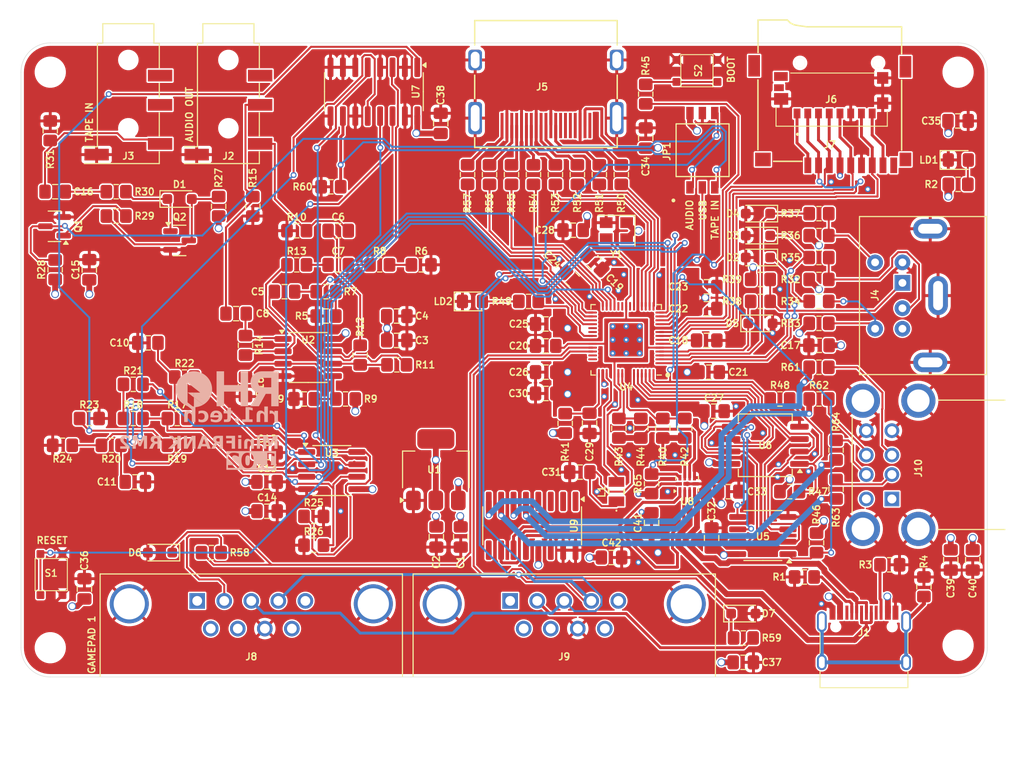
<source format=kicad_pcb>
(kicad_pcb (version 20241229) (generator "pcbnew") (generator_version "9.0")
  (title_block (title "${NAME}") (date "2025-05-11") (rev "${VERSION}") (company "Mikhail Matveev") (comment 1 "https://github.com/xtremespb/frank"))
  (layers (0 "F.Cu" signal) (4 "In1.Cu" power "GND.Cu") (6 "In2.Cu" power "PWR3V3.Cu") (2 "B.Cu" signal) (13 "F.Paste" user) (15 "B.Paste" user) (5 "F.SilkS" user "F.Silkscreen") (7 "B.SilkS" user "B.Silkscreen") (1 "F.Mask" user) (3 "B.Mask" user) (25 "Edge.Cuts" user))
  (property "NAME" "MiniFRANK RM2")
  (property "VERSION" "1.02")
  (net 0 "")
  (net 1 "GND")
  (net 2 "+3V3")
  (net 3 "VBUS")
  (net 4 "/RP2350A/XIN")
  (net 5 "/RP2350A/VREG_AVDD")
  (net 6 "Net-(C5-Pad2)")
  (net 7 "+1V1")
  (net 8 "Net-(C6-Pad1)")
  (net 9 "/GPIO0")
  (net 10 "/GPIO1")
  (net 11 "/GPIO2")
  (net 12 "/GPIO3")
  (net 13 "/Audio Out/AMP_OUTL")
  (net 14 "Net-(C7-Pad2)")
  (net 15 "/Audio Out/AMP_OUTR")
  (net 16 "Net-(C8-Pad1)")
  (net 17 "Net-(U2A-+)")
  (net 18 "/GPIO26")
  (net 19 "/GPIO27")
  (net 20 "/GPIO10")
  (net 21 "/D+")
  (net 22 "/D-")
  (net 23 "/GPIO11")
  (net 24 "/GPIO21")
  (net 25 "/GPIO20")
  (net 26 "/RP2350A/VREG_LX")
  (net 27 "/RUN")
  (net 28 "/PS2/PS{slash}2 CLK")
  (net 29 "/PS2/PS{slash}2 DATA")
  (net 30 "/RP2350A/QSPI_SD2")
  (net 31 "/RP2350A/QSPI_SD0")
  (net 32 "/GPIO8")
  (net 33 "/RP2350A/QSPI_SD1")
  (net 34 "/RP2350A/QSPI_SD3")
  (net 35 "/RP2350A/QSPI_SCLK")
  (net 36 "/RP2350A/XOUT")
  (net 37 "/RP2350A/QSPI_SS")
  (net 38 "/RP2350A/~{USB_BOOT}")
  (net 39 "/RP2350A/FLASH_SS")
  (net 40 "/GPIO9")
  (net 41 "/GPIO12")
  (net 42 "/GPIO13")
  (net 43 "/GPIO14")
  (net 44 "/GPIO15")
  (net 45 "/GPIO16")
  (net 46 "/GPIO17")
  (net 47 "/GPIO18")
  (net 48 "/GPIO19")
  (net 49 "/GPIO5")
  (net 50 "/GPIO7")
  (net 51 "/GPIO4")
  (net 52 "/GPIO6")
  (net 53 "GPIO25")
  (net 54 "Net-(LD1-A)")
  (net 55 "Net-(LD2-A)")
  (net 56 "/GPIO22")
  (net 57 "Net-(Q1-B)")
  (net 58 "Net-(R5-Pad1)")
  (net 59 "Net-(R6-Pad1)")
  (net 60 "Net-(U2B--)")
  (net 61 "Net-(U2A--)")
  (net 62 "/PWM_OUT_R")
  (net 63 "/PWM_OUT_L")
  (net 64 "/USB_D1+")
  (net 65 "/USB_D1-")
  (net 66 "/USB_D2+")
  (net 67 "/USB_D2-")
  (net 68 "/USB Hub/DM4")
  (net 69 "/USB Hub/DP4")
  (net 70 "/LOAD_IN")
  (net 71 "/GPIO28")
  (net 72 "/UTC_D-")
  (net 73 "/UTC_D+")
  (net 74 "/TDA_R")
  (net 75 "Net-(C16-Pad1)")
  (net 76 "/USB Hub/DM3")
  (net 77 "/USB Hub/DP3")
  (net 78 "/HUB_D-")
  (net 79 "/HUB_D+")
  (net 80 "/AMP_IN_R")
  (net 81 "/AUDIOSW")
  (net 82 "/AMP_IN_L")
  (net 83 "/TDA_L")
  (net 84 "/USBMPXSW")
  (net 85 "/SWCLK")
  (net 86 "/SWD")
  (net 87 "/GPIO23")
  (net 88 "/GPIO24")
  (net 89 "/GPIO29")
  (net 90 "Net-(C10-Pad1)")
  (net 91 "Net-(C11-Pad1)")
  (net 92 "Net-(U3-FLT)")
  (net 93 "Net-(C16-Pad2)")
  (net 94 "Net-(D1-A)")
  (net 95 "Net-(D1-K)")
  (net 96 "Net-(J1-CC1)")
  (net 97 "Net-(J1-SHIELD)")
  (net 98 "Net-(J1-CC2)")
  (net 102 "Net-(J4-Pad2)")
  (net 103 "Net-(J4-Pad6)")
  (net 105 "Net-(J5-D2N)")
  (net 107 "Net-(J5-D1N)")
  (net 108 "Net-(J5-D1P)")
  (net 109 "Net-(J5-CLKN)")
  (net 111 "Net-(J5-CLKP)")
  (net 112 "Net-(J5-D2P)")
  (net 115 "Net-(J5-D0P)")
  (net 116 "Net-(J5-D0N)")
  (net 117 "/POL")
  (net 118 "/DAT2")
  (net 119 "/DET")
  (net 120 "/DAT1")
  (net 125 "/Gamepad 1/J_DATA")
  (net 130 "/Gamepad 2/J_DATA")
  (net 132 "Net-(J10-D1-)")
  (net 133 "Net-(J10-D1+)")
  (net 134 "Net-(J10-D2+)")
  (net 135 "Net-(J10-D2-)")
  (net 136 "Net-(U4-USB_DP)")
  (net 137 "Net-(U4-USB_DM)")
  (net 139 "Net-(U9-VD3)")
  (footprint "FRANK:Resistor (0805)" (layer "F.Cu") (at 202.25 51.5 -90)
    (property "Reference" "R51")
    (property "Value" "270R")
  )
  (footprint "FRANK:Resistor (0805)" (layer "F.Cu") (at 239 52.5 180)
    (property "Reference" "R2")
    (property "Value" "1K")
  )
  (footprint "FRANK:Resistor (0805)" (layer "F.Cu") (at 226.5 83.75 90)
    (property "Reference" "R63")
    (property "Value" "22R")
  )
  (footprint "FRANK:Resistor (0805)" (layer "F.Cu") (at 226.5 79.75 90)
    (property "Reference" "R64")
    (property "Value" "22R")
  )
  (footprint "FRANK:Capacitor (0805)" (layer "F.Cu") (at 154.7125 83)
    (property "Reference" "C11")
    (property "Value" "47n")
  )
  (footprint "FRANK:Resistor (0805)" (layer "F.Cu") (at 172.9925 86.54)
    (property "Reference" "R25")
    (property "Value" "470R")
  )
  (footprint "FRANK:Mounting Hole (2.7mm)" (layer "F.Cu") (at 239 99.75)
    (property "Reference" "H4" (hide yes))
    (property "Value" "MountingHole")
  )
  (footprint "FRANK:Resistor (0805)" (layer "F.Cu") (at 198.75 77 90)
    (property "Reference" "R41")
    (property "Value" "33")
  )
  (footprint "FRANK:USB Type A (stacked)" (layer "F.Cu") (at 232.22 84.75 180)
    (property "Reference" "J10")
    (property "Value" "SS-52100-004")
  )
  (footprint "FRANK:Capacitor (0805)" (layer "F.Cu") (at 215.5 84)
    (property "Reference" "C33")
    (property "Value" "100n")
  )
  (footprint "FRANK:Capacitor (0805)" (layer "F.Cu") (at 213.25 63)
    (property "Reference" "C23")
    (property "Value" "100n")
  )
  (footprint "FRANK:Resistor (0805)" (layer "F.Cu") (at 220.75 74.5)
    (property "Reference" "R48")
    (property "Value" "0R")
  )
  (footprint "FRANK:Capacitor (0805)" (layer "F.Cu") (at 200.25 82 180)
    (property "Reference" "C31")
    (property "Value" "4.7u")
  )
  (footprint "FRANK:Capacitor (0805)" (layer "F.Cu") (at 185.55 88.65 -90)
    (property "Reference" "C2")
    (property "Value" "10u")
  )
  (footprint "FRANK:Resistor (0805)" (layer "F.Cu") (at 193.25 51.5 -90)
    (property "Reference" "R55")
    (property "Value" "270R")
  )
  (footprint "FRANK:SOT-23" (layer "F.Cu") (at 159.25 58.25)
    (property "Reference" "Q2")
    (property "Value" "BC850")
  )
  (footprint "FRANK:Capacitor (0805)" (layer "F.Cu") (at 207.6 87.2 90)
    (property "Reference" "C41")
    (property "Value" "100n")
  )
  (footprint "FRANK:Resistor (0805)" (layer "F.Cu") (at 211 77.5 90)
    (property "Reference" "R42")
    (property "Value" "33R")
  )
  (footprint "FRANK:Resistor (0805)" (layer "F.Cu") (at 152.25 79.25 180)
    (property "Reference" "R20")
    (property "Value" "10K")
  )
  (footprint "FRANK:Crystal (3225, active)" (layer "F.Cu") (at 204 57.25 180)
    (property "Reference" "Y1")
    (property "Value" "ASE-12MHz" (hide yes))
  )
  (footprint "FRANK:Capacitor (0805)" (layer "F.Cu") (at 213.25 65.25)
    (property "Reference" "C22")
    (property "Value" "100n")
  )
  (footprint "FRANK:Resistor (0805)" (layer "F.Cu") (at 159.75 72.25)
    (property "Reference" "R22")
    (property "Value" "1K")
  )
  (footprint "FRANK:Diode (SOD-323)" (layer "F.Cu") (at 218.5 57.75 180)
    (property "Reference" "D3")
    (property "Value" "3V3")
  )
  (footprint "FRANK:Capacitor (0805)" (layer "F.Cu") (at 175.5 57.25)
    (property "Reference" "C6")
    (property "Value" "10u")
  )
  (footprint "FRANK:Capacitor (0805)" (layer "F.Cu") (at 196.75 71.75 180)
    (property "Reference" "C26")
    (property "Value" "100n")
  )
  (footprint "FRANK:Resistor (0805)" (layer "F.Cu") (at 207 43.25 90)
    (property "Reference" "R45")
    (property "Value" "1K")
  )
  (footprint "FRANK:Capacitor (0805)" (layer "F.Cu") (at 196.75 73.9375 180)
    (property "Reference" "C30")
    (property "Value" "4.7u")
  )
  (footprint "FRANK:SOP-16" (layer "F.Cu") (at 195.365 87.5 -90)
    (property "Reference" "U9")
    (property "Value" "MW7211A")
  )
  (footprint "FRANK:SO-8" (layer "F.Cu") (at 174.8425 81.84)
    (property "Reference" "U3")
    (property "Value" "TDA1387T")
  )
  (footprint "FRANK:QFN 60 (RP2350A)" (layer "F.Cu") (at 205 68.4375 180)
    (property "Reference" "U4")
    (property "Value" "RP2350" (hide yes))
  )
  (footprint "FRANK:Resistor (0805)" (layer "F.Cu") (at 204.5 51.5 -90)
    (property "Reference" "R50")
    (property "Value" "270R")
  )
  (footprint "FRANK:Resistor (0805)" (layer "F.Cu") (at 166.75 54.75 90)
    (property "Reference" "R15")
    (property "Value" "20K")
  )
  (footprint "FRANK:Resistor (0805)" (layer "F.Cu") (at 176.25 74.5)
    (property "Reference" "R9")
    (property "Value" "10K")
  )
  (footprint "FRANK:Diode (SOD-323)" (layer "F.Cu") (at 218.5 55.5 180)
    (property "Reference" "D4")
    (property "Value" "3V3")
  )
  (footprint "FRANK:HDMI (female)" (layer "F.Cu") (at 196.78 45.71 180)
    (property "Reference" "J5")
    (property "Value" "HDMI Female")
  )
  (footprint "FRANK:Capacitor (0805)" (layer "F.Cu") (at 196.75 69.0625 180)
    (property "Reference" "C20")
    (property "Value" "100n")
  )
  (footprint "FRANK:Diode (SOD-323)" (layer "F.Cu") (at 218.75 66.75)
    (property "Reference" "D5")
    (property "Value" "3V3")
  )
  (footprint "FRANK:Capacitor (0805)" (layer "F.Cu") (at 207 47.75 90)
    (property "Reference" "C34")
    (property "Value" "100n")
  )
  (footprint "FRANK:Capacitor (0805)" (layer "F.Cu") (at 199.5625 57.2 180)
    (property "Reference" "C28")
    (property "Value" "100n")
  )
  (footprint "FRANK:Diode (SOD-323)" (layer "F.Cu") (at 157.25 90.25 180)
    (property "Reference" "D6")
    (property "Value" "3V3")
  )
  (footprint "FRANK:Resistor (0805)" (layer "F.Cu") (at 235.5 93.75 90)
    (property "Reference" "R4")
    (property "Value" "1M")
  )
  (footprint "FRANK:SOP-16" (layer "F.Cu") (at 179.155 43 -90)
    (property "Reference" "U7")
    (property "Value" "74HC4052D")
  )
  (footprint "FRANK:Capacitor (0805)" (layer "F.Cu") (at 224.75 69 180)
    (property "Reference" "C17")
    (property "Value" "10u")
  )
  (footprint "FRANK:Inductor (0806)" (layer "F.Cu") (at 204 84 90)
    (property "Reference" "L1")
    (property "Value" "3.3u" (hide yes))
  )
  (footprint "FRANK:Capacitor (0805)" (layer "F.Cu") (at 238.25 91 -90)
    (property "Reference" "C39")
    (property "Value" "10u")
  )
  (footprint "FRANK:SOIC-8" (layer "F.Cu") (at 219.25 79.25 180)
    (property "Reference" "U6")
    (property "Value" "W25Q128JVS")
  )
  (footprint "FRANK:Capacitor (0805)" (layer "F.Cu") (at 213.75 88.75 90)
    (property "Reference" "C32")
    (property "Value" "100n")
  )
  (footprint "FRANK:Resistor (0805)" (layer "F.Cu") (at 163.25 54.75 90)
    (property "Reference" "R27")
    (property "Value" "10K")
  )
  (footprint "FRANK:Diode (SOD-323)" (layer "F.Cu") (at 217 96.5)
    (property "Reference" "D7")
    (property "Value" "3V3")
  )
  (footprint "FRANK:Diode (SOD-323)" (layer "F.Cu") (at 159.25 54)
    (property "Reference" "D1")
    (property "Value" "1N4148")
  )
  (footprint "FRANK:Button (SMD, 3x3mm, 1-1)" (layer "F.Cu") (at 210.595 39.2)
    (property "Reference" "S2")
    (property "Value" "TS-1233" (hide yes))
  )
  (footprint "FRANK:Capacitor (0805)" (layer "F.Cu") (at 214 75.75)
    (property "Reference" "C27")
    (property "Value" "100n")
  )
  (footprint "FRANK:Capacitor (0805)" (layer "F.Cu") (at 188.05 88.65 -90)
    (property "Reference" "C1")
    (property "Value" "10u")
  )
  (footprint "FRANK:Capacitor (0805)" (layer "F.Cu") (at 181.5 66 180)
    (property "Reference" "C4")
    (property "Value" "100n")
  )
  (footprint "FRANK:Capacitor (0805)" (layer "F.Cu") (at 172 74.5)
    (property "Reference" "C9")
    (property "Value" "10u")
  )
  (footprint "FRANK:Capacitor (0805)" (layer "F.Cu") (at 168.2125 79.99)
    (property "Reference" "C12")
    (property "Value" "10u")
  )
  (footprint "FRANK:Resistor (0805)" (layer "F.Cu") (at 224.75 57.75)
    (property "Reference" "R36")
    (property "Value" "1K")
  )
  (footprint "FRANK:Resistor (0805)" (layer "F.Cu") (at 174.25 66 180)
    (property "Reference" "R5")
    (property "Value" "2K")
  )
  (footprint "FRANK:SOT-23" (layer "F.Cu") (at 146.4375 56.8 180)
    (property "Reference" "Q1")
    (property "Value" "BC850")
  )
  (footprint "FRANK:LED (0805)" (layer "F.Cu") (at 189.25 64.5)
    (property "Reference" "LD2")
    (property "Value" "Blue")
  )
  (footprint "FRANK:Resistor (0805)" (layer "F.Cu") (at 154.5 76.5 180)
    (property "Reference" "R18")
    (property "Value" "2K")
  )
  (footprint "FRANK:Resistor (0805)" (layer "F.Cu") (at 166 69 -90)
    (property "Reference" "R14")
    (property "Value" "47K")
  )
  (footprint "FRANK:Resistor (0805)" (layer "F.Cu") (at 159 76.5)
    (property "Reference" "R17")
    (property "Value" "2K")
  )
  (footprint "FRANK:Capacitor (0805)" (layer "F.Cu") (at 196.75 66.8125 180)
    (property "Reference" "C25")
    (property "Value" "100n")
  )
  (footprint "FRANK:Resistor (0805)" (layer "F.Cu") (at 172.9925 89.49)
    (property "Reference" "R26")
    (property "Value" "470R")
  )
  (footprint "FRANK:Capacitor (0805)" (layer "F.Cu") (at 150 61.25 90)
    (property "Reference" "C15")
    (property "Value" "100n")
  )
  (footprint "FRANK:Resistor (0805)" (layer "F.Cu") (at 166 73.25 90)
    (property "Reference" "R16")
    (property "Value" "10K")
  )
  (footprint "FRANK:Resistor (0805)" (layer "F.Cu") (at 171.25 60.75)
    (property "Reference" "R13")
    (property "Value" "10K")
  )
  (footprint "FRANK:Capacitor (0805)" (layer "F.Cu") (at 213.25 68.5)
    (property "Reference" "C18")
    (property "Value" "100n")
  )
  (footprint "FRANK:Resistor (0805)" (layer "F.Cu") (at 218.75 62.25)
    (property "Reference" "R39")
    (property "Value" "1k")
  )
  (footprint "FRANK:Resistor (0805)" (layer "F.Cu") (at 200 51.5 -90)
    (property "Reference" "R52")
    (property "Value" "270R")
  )
  (footprint "FRANK:Resistor (0805)" (layer "F.Cu") (at 224.75 62.25)
    (property "Reference" "R32")
    (property "Value" "1K")
  )
  (footprint "FRANK:Resistor (0805)" (layer "F.Cu") (at 224.75 74.5)
    (property "Reference" "R62")
    (property "Value" "22R")
  )
  (footprint "FRANK:Capacitor (0805)" (layer "F.Cu") (at 170 63.5 180)
    (property "Reference" "C5")
    (property "Value" "10u")
  )
  (footprint "FRANK:Mounting Hole (2.7mm)" (layer "F.Cu") (at 146 41)
    (property "Reference" "H1" (hide yes))
    (property "Value" "MountingHole")
  )
  (footprint "FRANK:Resistor (0805)" (layer "F.Cu") (at 159 79.25 180)
    (property "Reference" "R19")
    (property "Value" "10K")
  )
  (footprint "FRANK:Resistor (0805)" (layer "F.Cu") (at 232 91.5 180)
    (property "Reference" "R3")
    (property "Value" "5.1K")
  )
  (footprint "FRANK:Jack (3.5mm, PJ-320D)" (layer "F.Cu") (at 164.25 44.5 -90)
    (property "Reference" "J2")
    (property "Value" "PJ-320D" (hide yes))
  )
  (footprint "FRANK:Resistor (0805)" (layer "F.Cu") (at 223.25 92.75)
    (property "Reference" "R1")
    (property "Value" "5.1K")
  )
  (footprint "FRANK:Resistor (0805)" (layer "F.Cu") (at 224.75 64.5 180)
    (property "Reference" "R34")
    (property "Value" "100R")
  )
  (footprint "FRANK:Resistor (0805)" (layer "F.Cu") (at 206.5 77.5 90)
    (property "Reference" "R44")
    (property "Value" "33R")
  )
  (footprint "FRANK:MicroSD (SMD, long)" (layer "F.Cu") (at 225.8575 51.35)
    (property "Reference" "J7")
    (property "Value" "104031-0811")
  )
  (footprint "FRANK:Resistor (0805)" (layer "F.Cu") (at 162.5 90.25)
    (property "Reference" "R58")
    (property "Value" "1K")
  )
  (footprint "FRANK:MiniDIN (6 Pin, female)" (layer "F.Cu") (at 233.3 62.6 90)
    (property "Reference" "J4")
    (property "Value" "Mini-DIN-6")
  )
  (footprint "FRANK:Capacitor (0805)" (layer "F.Cu") (at 199.5 62.25 135)
    (property "Reference" "C24")
    (property "Value" "100n")
  )
  (footprint "FRANK:SO-8" (layer "F.Cu") (at 172.425 70.25)
    (property "Reference" "U2")
    (property "Value" "LM358")
  )
  (footprint "FRANK:Diode (SOD-323)" (layer "F.Cu") (at 218.5 60 180)
    (property "Reference" "D2")
    (property "Value" "3V3")
  )
  (footprint "FRANK:D-SUB (9 pin, male, top mount)" (layer "F.Cu") (at 193.115 95.2)
    (property "Reference" "J9")
    (property "Value" "Gamepad")
  )
  (footprint "FRANK:Resistor (0805)" (layer "F.Cu") (at 224.75 60 180)
    (property "Reference" "R35")
    (property "Value" "100R")
  )
  (footprint "FRANK:Mounting Hole (2.7mm)" (layer "F.Cu") (at 146 100)
    (property "Reference" "H3" (hide yes))
    (property "Value" "MountingHole")
  )
  (footprint "FRANK:Jack (3.5mm, PJ-320D)" (layer "F.Cu") (at 154 44.5 -90)
    (property "Reference" "J3")
    (property "Value" "PJ-320D" (hide yes))
  )
  (footprint "FRANK:Resistor (0805)" (layer "F.Cu") (at 188.75 51.5 -90)
    (property "Reference" "R57")
    (property "Value" "270R")
  )
  (footprint "FRANK:UQFN-10" (layer "F.Cu") (at 211.25 83.2 90)
    (property "Reference" "U8")
    (property "Value" "TS3USB221RSER" (hide yes))
  )
  (footprint "FRANK:Capacitor (0805)" (layer "F.Cu") (at 165.0375 65.75 180)
    (property "Reference" "C8")
    (property "Value" "10u")
  )
  (footprint "FRANK:SO-8" (layer "F.Cu") (at 219 88.5 180)
    (property "Reference" "U5")
    (property "Value" "ESP-PSRAM32")
  )
  (footprint "FRANK:Resistor (0805)" (layer "F.Cu") (at 152.75 53.25)
    (property "Reference" "R30")
    (property "Value" "10K")
  )
  (footprint "FRANK:Capacitor (0805)" (layer "F.Cu") (at 181.5 68.5 180)
    (property "Reference" "C3")
    (property "Value" "10u")
  )
  (footprint "FRANK:Capacitor (0805)" (layer "F.Cu") (at 203.5 90.75)
    (property "Reference" "C42")
    (property "Value" "4.7u")
  )
  (footprint "FRANK:Resistor (0805)" (layer "F.Cu") (at 147.25 79.25 180)
    (property "Reference" "R24")
    (property "Value" "2K")
  )
  (footprint "FRANK:Capacitor (0805)" (layer "F.Cu") (at 213.5 71.75)
    (property "Reference" "C21")
    (property "Value" "100n")
  )
  (footprint "FRANK:Resistor (0805)" (layer "F.Cu") (at 191 51.5 -90)
    (property "Reference" "R56")
    (property "Value" "270R")
  )
  (footprint "FRANK:USB Type C" (layer "F.Cu") (at 229.36 104.1)
    (property "Reference" "J1")
    (property "Value" "USB4215-03-A")
  )
  (footprint "FRANK:Resistor (0805)" (layer "F.Cu") (at 204.25 77.5 90)
    (property "Reference" "R43")
    (property "Value" "150R")
  )
  (footprint "FRANK:Capacitor (0805)" (layer "F.Cu") (at 201.75 60.5 -45)
    (property "Reference" "C19")
    (property "Value" "4.7u")
  )
  (footprint "FRANK:Capacitor (0805)" (layer "F.Cu") (at 168.2125 86.01)
    (property "Reference" "C14")
    (property "Value" "100n")
  )
  (footprint "FRANK:Resistor (0805)" (layer "F.Cu") (at 177.75 70 -90)
    (property "Reference" "R12")
    (property "Value" "47K")
  )
  (footprint "FRANK:Resistor (0805)" (layer "F.Cu") (at 207.6 83.2 90)
    (property "Reference" "R65")
    (property "Value" "10K")
  )
  (footprint "FRANK:Button (SMD, 3x3mm, 1-1)" (layer "F.Cu") (at 144.45 94.155 90)
    (property "Reference" "S1")
    (property "Value" "TS-1233" (hide yes))
  )
  (footprint "FRANK:Capacitor (0805)" (layer "F.Cu") (at 201.25 77 -90)
    (property "Reference" "C29")
    (property "Value" "4.7u")
  )
  (footprint "FRANK:Resistor (0805)" (layer "F.Cu") (at 218.75 64.5 180)
    (property "Reference" "R38")
    (property "Value" "100R")
  )
  (footprint "FRANK:Capacitor (0805)" (layer "F.Cu") (at 175.5 60.75 180)
    (property "Reference" "C7")
    (property "Value" "10u")
  )
  (footprint "FRANK:Resistor (0805)" (layer "F.Cu") (at 154.5 73)
    (property "Reference" "R21")
    (property "Value" "1K")
  )
  (footprint "FRANK:Resistor (0805)" (layer "F.Cu") (at 174.75 52.75)
    (property "Reference" "R60")
    (property "Value" "10K")
  )
  (footprint "FRANK:Resistor (0805)" (layer "F.Cu") (at 152.75 55.75)
    (property "Reference" "R29")
    (property "Value" "10K")
  )
  (footprint "FRANK:Resistor (0805)" (layer "F.Cu") (at 197.75 51.5 -90)
    (property "Reference" "R53")
    (property "Value" "270R")
  )
  (footprint "FRANK:Capacitor (0805)" (layer "F.Cu") (at 217 101.5)
    (property "Reference" "C37")
    (property "Value" "100n")
  )
  (footprint "FRANK:Capacitor (0805)" (layer "F.Cu") (at 186 46.25 -90)
    (property "Reference" "C38")
    (property "Value" "100n")
  )
  (footprint "FRANK:LED (0805)" (layer "F.Cu") (at 239.025 50)
    (property "Reference" "LD1")
    (property "Value" "Green")
  )
  (footprint "FRANK:Resistor (0805)" (layer "F.Cu") (at 146.5 61.25 90)
    (property "Reference" "R28")
    (property "Value" "1K")
  )
  (footprint "FRANK:Resistor (0805)" (layer "F.Cu") (at 195 64.5)
    (property "Reference" "R49")
    (property "Value" "1K")
  )
  (footprint "FRANK:Resistor (0805)" (layer "F.Cu") (at 150 76.5)
    (property "Reference" "R23")
    (property "Value" "2K")
  )
  (footprint "FRANK:Capacitor (0805)" (layer "F.Cu") (at 156 68.75 180)
    (property "Reference" "C10")
    (property "Value" "47n")
  )
  (footprint "FRANK:Resistor (0805)" (layer "F.Cu") (at 224.75 66.75)
    (property "Reference" "R33")
    (property "Value" "1K")
  )
  (footprint "FRANK:Capacitor (0805)" (layer "F.Cu") (at 149.5 93.9625 90)
    (property "Reference" "C36")
    (property "Value" "100n")
  )
  (footprint "FRANK:Capacitor (0805)" (layer "F.Cu") (at 239 46 180)
    (property "Reference" "C35")
    (property "Value" "100n")
  )
  (footprint "FRANK:Resistor (0805)" (layer "F.Cu") (at 224.75 55.5 180)
    (property "Reference" "R37")
    (property "Value" "100R")
  )
  (footprint "FRANK:Resistor (0805)" (layer "F.Cu") (at 217 99)
    (property "Reference" "R59")
    (property "Value" "1K")
  )
  (footprint "FRANK:Resistor (0805)" (layer "F.Cu") (at 224.5 89.25 90)
    (property "Reference" "R46")
    (property "Value" "10K")
  )
  (footprint "FRANK:Resistor (0805)" (layer "F.Cu") (at 195.5 51.5 -90)
    (property "Reference" "R54")
    (property "Value" "270R")
  )
  (footprint "FRANK:MicroSD (SMD, short)" (layer "F.Cu") (at 226.05 43.7909 180)
    (property "Reference" "J6")
    (property "Value" "47571-0001" (hide yes))
  )
  (footprint "FRANK:Resistor (0805)" (layer "F.Cu") (at 224.75 71.25)
    (property "Reference" "R61")
    (property "Value" "22R")
  )
  (footprint "FRANK:Capacitor (0805)" (layer "F.Cu") (at 146.5 53.25)
    (property "Reference" "C16")
    (property "Value" "100n")
  )
  (footprint "FRANK:D-SUB (9 pin, male, top mount)" (layer "F.Cu") (at 161.055 95.2)
    (property "Reference" "J8")
    (property "Value" "Gamepad")
  )
  (footprint "FRANK:Resistor (0805)" (layer "F.Cu") (at 184 60.75)
    (property "Reference" "R6")
    (property "Value" "2K")
  )
  (footprint "FRANK:SOT-223" (layer "F.Cu") (at 185.5 81.75 90)
    (property "Reference" "U1")
    (property "Value" "NCP1117 3.3")
  )
  (footprint "FRANK:Resistor (0805)" (layer "F.Cu") (at 171.25 57.25)
    (property "Reference" "R10")
    (property "Value" "20K")
  )
  (footprint "FRANK:Mounting Hole (2.7mm)" (layer "F.Cu") (at 239 41)
    (property "Reference" "H2" (hide yes))
    (property "Value" "MountingHole")
  )
  (footprint "FRANK:Resistor (0805)" (layer "F.Cu") (at 221.75 84)
    (property "Reference" "R47")
    (property "Value" "10K")
  )
  (footprint "FRANK:Resistor (0805)" (layer "F.Cu") (at 146 47 90)
    (property "Reference" "R31")
    (property "Value" "100R")
  )
  (footprint "FRANK:Jumper (SMD, 3 Pin)" (layer "F.Cu") (at 213.4375 49 90)
    (property "Reference" "JP1")
    (property "Value" "Main Jumpers" (hide yes))
  )
  (footprint "FRANK:Resistor (0805)" (layer "F.Cu") (at 181.5 71)
    (property "Reference" "R11")
    (property "Value" "10K")
  )
  (footprint "FRANK:Capacitor (0805)" (layer "F.Cu") (at 240.5 91 -90)
    (property "Reference" "C40")
    (property "Value" "10u")
  )
  (footprint "FRANK:Resistor (0805)" (layer "F.Cu") (at 208.75 77.5 90)
    (property "Reference" "R40")
    (property "Value" "150R")
  )
  (footprint "FRANK:Resistor (0805)" (layer "F.Cu") (at 179.75 60.75)
    (property "Reference" "R8")
    (property "Value" "10K")
  )
  (footprint "FRANK:Capacitor (0805)" (layer "F.Cu") (at 168.2125 83)
    (property "Reference" "C13")
    (property "Value" "10u")
  )
  (footprint "FRANK:Resistor (0805)" (layer "F.Cu") (at 174.25 63.5)
    (property "Reference" "R7")
    (property "Value" "10K")
  )
  (gr_poly (pts (xy 160.715011 74.344463) (xy 160.715011 73.843078) (xy 160.068766 73.843078)) (stroke (width -0.000001)) (fill yes) (layer "B.SilkS"))
  (gr_poly (pts (xy 160.622879 71.668346) (xy 160.531353 71.674354) (xy 160.440567 71.68484) (xy 160.350677 71.699743) (xy 160.261836 71.719001) (xy 160.174197 71.742551) (xy 160.087914 71.770331) (xy 160.003141 71.802279) (xy 159.92003 71.838333) (xy 159.838737 71.87843) (xy 159.759413 71.922508) (xy 159.682213 71.970506) (xy 159.60729 72.02236) (xy 159.534798 72.078009) (xy 159.464891 72.137391) (xy 159.397721 72.200443) (xy 159.333767 72.266753) (xy 159.273446 72.335852) (xy 159.216822 72.407584) (xy 159.163959 72.481799) (xy 159.114922 72.558342) (xy 159.069775 72.637062) (xy 159.028582 72.717806) (xy 158.991408 72.800421) (xy 158.958317 72.884753) (xy 158.929372 72.970652) (xy 158.904639 73.057963) (xy 158.884181 73.146534) (xy 158.868064 73.236212) (xy 158.85635 73.326845) (xy 158.849105 73.41828) (xy 158.846393 73.510363) (xy 158.849551 73.616516) (xy 158.858791 73.721675) (xy 158.873997 73.82561) (xy 158.895056 73.928089) (xy 158.921854 74.028883) (xy 158.954276 74.127759) (xy 158.992209 74.224488) (xy 159.035538 74.318837) (xy 159.084149 74.410577) (xy 159.137929 74.499476) (xy 159.196763 74.585303) (xy 159.260537 74.667828) (xy 159.329137 74.746819) (xy 159.402448 74.822045) (xy 159.480358 74.893276) (xy 159.562751 74.960281) (xy 159.620727 75.003319) (xy 159.680258 75.044037) (xy 159.741272 75.082396) (xy 159.803699 75.118356) (xy 159.867468 75.151879) (xy 159.932509 75.182925) (xy 159.99875 75.211456) (xy 160.06612 75.237432) (xy 160.150125 75.303578) (xy 160.712364 75.739479) (xy 160.712364 75.351203) (xy 160.712364 75.349879) (xy 160.341287 75.062806) (xy 160.150125 74.913978) (xy 160.06612 74.847832) (xy 160.06612 72.84163) (xy 160.712364 73.342355) (xy 161.265342 73.77164) (xy 161.35993 73.845061) (xy 160.712362 73.845061) (xy 161.821627 74.704957) (xy 161.875205 74.746629) (xy 161.821627 74.705619) (xy 161.734976 74.639473) (xy 160.712362 73.845723) (xy 160.712362 74.343797) (xy 161.670155 75.087276) (xy 161.68728 75.077344) (xy 161.703972 75.06735) (xy 161.720291 75.057232) (xy 161.7363 75.046928) (xy 161.771369 75.023872) (xy 161.805892 75.000037) (xy 161.839859 74.975433) (xy 161.873255 74.950069) (xy 161.906068 74.923955) (xy 161.938286 74.897102) (xy 161.969895 74.869518) (xy 162.000884 74.841215) (xy 162.000884 74.841213) (xy 162.031927 74.811417) (xy 162.062241 74.780937) (xy 162.091815 74.749787) (xy 162.12064 74.717982) (xy 162.148705 74.685536) (xy 162.176 74.652462) (xy 162.202514 74.618776) (xy 162.228237 74.584491) (xy 162.253159 74.549621) (xy 162.277269 74.51418) (xy 162.300558 74.478184) (xy 162.323014 74.441645) (xy 162.344628 74.404578) (xy 162.365389 74.366997) (xy 162.385286 74.328917) (xy 162.404311 74.29035) (xy 162.425502 74.244264) (xy 162.44537 74.197668) (xy 162.463908 74.15059) (xy 162.481111 74.10306) (xy 162.496971 74.055104) (xy 162.511483 74.006752) (xy 162.524639 73.958033) (xy 162.536433 73.908974) (xy 162.546859 73.859605) (xy 162.555911 73.809954) (xy 162.563581 73.760049) (xy 162.569863 73.709919) (xy 162.574751 73.659592) (xy 162.578238 73.609097) (xy 162.580318 73.558463) (xy 162.580984 73.507717) (xy 162.578148 73.415805) (xy 162.570796 73.324545) (xy 162.558994 73.23409) (xy 162.542805 73.144591) (xy 162.522292 73.056199) (xy 162.497521 72.969068) (xy 162.468554 72.883348) (xy 162.435456 72.799191) (xy 162.398292 72.716749) (xy 162.357124 72.636175) (xy 162.312018 72.557619) (xy 162.263037 72.481234) (xy 162.210245 72.407172) (xy 162.153706 72.335584) (xy 162.093485 72.266622) (xy 162.029645 72.200439) (xy 161.962601 72.137502) (xy 161.892829 72.078221) (xy 161.820481 72.022659) (xy 161.74571 71.970876) (xy 161.668668 71.922936) (xy 161.589508 71.878899) (xy 161.508383 71.838828) (xy 161.425445 71.802785) (xy 161.340847 71.770832) (xy 161.254742 71.74303) (xy 161.167283 71.719443) (xy 161.078622 71.700131) (xy 160.988911 71.685157) (xy 160.898304 71.674582) (xy 160.806953 71.668469) (xy 160.715011 71.666879) (xy 160.714995 71.666879)) (stroke (width -0.000001)) (fill yes) (layer "B.SilkS"))
  (gr_poly (pts (xy 165.500002 73.071816) (xy 163.806006 73.071816) (xy 163.806006 71.662911) (xy 163.037392 71.662911) (xy 163.037392 75.249338) (xy 163.806006 75.25) (xy 163.806006 73.74452) (xy 165.5 73.74452) (xy 165.5 75.25) (xy 166.263985 75.25) (xy 166.263985 71.662911) (xy 165.500002 71.662911)) (stroke (width -0.000001)) (fill yes) (layer "B.SilkS"))
  (gr_poly (pts (xy 160.715011 74.792932) (xy 160.715011 75.347897) (xy 160.778093 75.346951) (xy 160.840983 75.343895) (xy 160.90363 75.338742) (xy 160.965983 75.331507) (xy 161.027991 75.322204) (xy 161.089604 75.310845) (xy 161.15077 75.297446) (xy 161.211439 75.282019) (xy 161.271561 75.264578) (xy 161.331084 75.245138) (xy 161.389957 75.223713) (xy 161.44813 75.200315) (xy 161.505552 75.174959) (xy 161.562173 75.147659) (xy 161.617941 75.118429) (xy 161.672805 75.087282) (xy 160.715011 74.343801)) (stroke (width -0.000001)) (fill yes) (layer "B.SilkS"))
  (gr_poly (pts (xy 167.651957 71.664334) (xy 167.584466 71.668564) (xy 167.518735 71.675544) (xy 167.454792 71.685218) (xy 167.392671 71.69753) (xy 167.332401 71.712421) (xy 167.274013 71.729836) (xy 167.217538 71.749717) (xy 167.163007 71.772008) (xy 167.11045 71.796652) (xy 167.059899 71.823592) (xy 167.011383 71.852772) (xy 166.964934 71.884134) (xy 166.920583 71.917621) (xy 166.87836 71.953178) (xy 166.838296 71.990747) (xy 166.800421 72.030271) (xy 166.764768 72.071693) (xy 166.731365 72.114957) (xy 166.700245 72.160006) (xy 166.671437 72.206784) (xy 166.644973 72.255232) (xy 166.620884 72.305295) (xy 166.599199 72.356916) (xy 166.579951 72.410037) (xy 166.563169 72.464603) (xy 166.548885 72.520556) (xy 166.537128 72.577839) (xy 166.527931 72.636396) (xy 166.521324 72.69617) (xy 166.517336 72.757104) (xy 166.516001 72.819141) (xy 166.517151 72.877745) (xy 166.520552 72.934626) (xy 166.526131 72.989792) (xy 166.533812 73.043252) (xy 166.543522 73.095015) (xy 166.555186 73.14509) (xy 166.56873 73.193486) (xy 166.584079 73.24021) (xy 166.60116 73.285274) (xy 166.619898 73.328684) (xy 166.64022 73.37045) (xy 166.66205 73.410581) (xy 166.685314 73.449086) (xy 166.709939 73.485973) (xy 166.762973 73.55493) (xy 166.820556 73.617523) (xy 166.882096 73.673823) (xy 166.946998 73.723901) (xy 167.014668 73.767827) (xy 167.084512 73.805671) (xy 167.155937 73.837506) (xy 167.228348 73.863401) (xy 167.301151 73.883427) (xy 166.494834 75.249338) (xy 167.369281 75.25) (xy 168.075718 73.978015) (xy 168.635313 73.978015) (xy 168.635313 75.252644) (xy 169.398635 75.252644) (xy 169.398635 73.303327) (xy 168.635313 73.303327) (xy 167.832302 73.303327) (xy 167.803935 73.302786) (xy 167.776026 73.301174) (xy 167.748606 73.298503) (xy 167.721703 73.294786) (xy 167.695346 73.290037) (xy 167.669564 73.284268) (xy 167.644385 73.277494) (xy 167.61984 73.269727) (xy 167.595956 73.26098) (xy 167.572763 73.251267) (xy 167.55029 73.240601) (xy 167.528565 73.228994) (xy 167.507618 73.216461) (xy 167.487477 73.203014) (xy 167.468172 73.188667) (xy 167.449731 73.173433) (xy 167.432184 73.157325) (xy 167.415559 73.140356) (xy 167.399885 73.122539) (xy 167.385191 73.103888) (xy 167.371507 73.084416) (xy 167.35886 73.064136) (xy 167.347281 73.043061) (xy 167.336798 73.021205) (xy 167.327439 72.99858) (xy 167.319234 72.9752) (xy 167.312213 72.951078) (xy 167.306403 72.926227) (xy 167.301833 72.900661) (xy 167.298534 72.874392) (xy 167.296533 72.847435) (xy 167.295859 72.819801) (xy 167.293875 72.819803) (xy 167.294549 72.791876) (xy 167.29655 72.764659) (xy 167.29985 72.738163) (xy 167.304421 72.712399) (xy 167.310234 72.687379) (xy 167.317259 72.663115) (xy 167.325469 72.639618) (xy 167.334834 72.616901) (xy 167.345326 72.594974) (xy 167.356916 72.573849) (xy 167.369576 72.553538) (xy 167.383277 72.534053) (xy 167.397989 72.515405) (xy 167.413685 72.497605) (xy 167.430336 72.480666) (xy 167.447912 72.4646) (xy 167.466386 72.449416) (xy 167.485728 72.435128) (xy 167.505911 72.421747) (xy 167.526904 72.409285) (xy 167.548679 72.397753) (xy 167.571209 72.387162) (xy 167.594463 72.377525) (xy 167.618414 72.368853) (xy 167.643032 72.361158) (xy 167.668289 72.354451) (xy 167.694156 72.348744) (xy 167.720605 72.344049) (xy 167.747607 72.340376) (xy 167.775132 72.337739) (xy 167.803153 72.336148) (xy 167.831641 72.335615) (xy 168.635313 72.335615) (xy 168.635313 73.303327) (xy 169.398635 73.303327) (xy 169.398635 71.662911) (xy 167.721177 71.662911)) (stroke (width -0.000001)) (fill yes) (layer "B.SilkS"))
  (gr_line (start 143 41) (end 143 100) (stroke (width 0.05)) (layer "Edge.Cuts"))
  (gr_arc (start 239 38) (mid 241.12132 38.87868) (end 242 41) (stroke (width 0.05)) (layer "Edge.Cuts"))
  (gr_arc (start 146 103) (mid 143.87868 102.12132) (end 143 100) (stroke (width 0.05)) (layer "Edge.Cuts"))
  (gr_line (start 242 41) (end 242 100) (stroke (width 0.05)) (layer "Edge.Cuts"))
  (gr_arc (start 143 41) (mid 143.87868 38.87868) (end 146 38) (stroke (width 0.05)) (layer "Edge.Cuts"))
  (gr_line (start 239 103) (end 146 103) (stroke (width 0.05)) (layer "Edge.Cuts"))
  (gr_line (start 146 38) (end 239 38) (stroke (width 0.05)) (layer "Edge.Cuts"))
  (gr_arc (start 242 100) (mid 241.12132 102.12132) (end 239 103) (stroke (width 0.05)) (layer "Edge.Cuts"))
  (gr_text "BOOT" (at 215.75 40.75 90) (layer "F.SilkS") (effects (font (size 0.7 0.7) (thickness 0.14) (bold yes))))
  (gr_text "USB" (at 212.85 54 90) (layer "F.SilkS") (effects (font (size 0.7 0.7) (thickness 0.14) (bold yes)) (justify right)))
  (gr_text "TAPE IN" (at 150 48.25 90) (layer "F.SilkS") (effects (font (size 0.7 0.7) (thickness 0.14) (bold yes)) (justify left)))
  (gr_text "GAMEPAD 1" (at 150.25 102.75 90) (layer "F.SilkS") (effects (font (size 0.7 0.7) (thickness 0.14) (bold yes)) (justify left)))
  (gr_text "TAPE IN" (at 214.1 54 90) (layer "F.SilkS") (effects (font (size 0.7 0.7) (thickness 0.14) (bold yes)) (justify right)))
  (gr_text "AUDIO OUT" (at 160.25 48.25 90) (layer "F.SilkS") (effects (font (size 0.7 0.7) (thickness 0.14) (bold yes)) (justify left)))
  (gr_text "AUDIO" (at 211.5 54 90) (layer "F.SilkS") (effects (font (size 0.7 0.7) (thickness 0.14) (bold yes)) (justify right)))
  (gr_text "RESET" (at 146.19 89 0) (layer "F.SilkS") (effects (font (size 0.7 0.7) (thickness 0.14) (bold yes))))
  (gr_text "${VERSION}" (at 169.203834 81.821816 0) (layer "B.SilkS" knockout) (effects (font (size 1.5 1.5) (thickness 0.24) (bold yes)) (justify left bottom mirror)))
  (gr_text "${NAME}" (at 169.453834 79.821816 0) (layer "B.SilkS") (effects (font (size 1.3 1.3) (thickness 0.24) (bold yes)) (justify left bottom mirror)))
  (gr_text "rh1.tech" (at 169.503957 77.120334 0) (layer "B.SilkS") (effects (font (size 1.5 1.5) (thickness 0.3) (bold yes)) (justify left bottom mirror)))
  (segment (start 203.217246 60.5) (end 202.483623 61.233623) (width 0.6) (layer "F.Cu") (net 1))
  (segment (start 225.101 95.601) (end 225 95.5) (width 0.6) (layer "F.Cu") (net 1))
  (segment (start 226.135 96.405) (end 226.135 95.885) (width 0.6) (layer "F.Cu") (net 1))
  (segment (start 225.851 95.601) (end 225.101 95.601) (width 0.6) (layer "F.Cu") (net 1))
  (segment (start 203.75 60.5) (end 203.217246 60.5) (width 0.6) (layer "F.Cu") (net 1))
  (segment (start 226.135 95.885) (end 225.851 95.601) (width 0.6) (layer "F.Cu") (net 1))
  (segment (start 207.6 88.2375) (end 207.6 89.6) (width 0.6) (layer "F.Cu") (net 1))
  (segment (start 207.6 89.6) (end 208.25 90.25) (width 0.6) (layer "F.Cu") (net 1))
  (segment (start 220 67.75) (end 220 66.75) (width 0.6) (layer "F.Cu") (net 1))
  (via (at 225 95.5) (size 0.6) (drill 0.35) (layers "F.Cu" "B.Cu") (net 1))
  (via (at 204.5 81.75) (size 0.6) (drill 0.35) (layers "F.Cu" "B.Cu") (net 1))
  (via (at 209.25 84) (size 0.6) (drill 0.35) (layers "F.Cu" "B.Cu") (net 1))
  (via (at 202.75 73) (size 0.6) (drill 0.35) (layers "F.Cu" "B.Cu") (net 1))
  (via (at 175.75 86) (size 0.6) (drill 0.35) (layers "F.Cu" "B.Cu") (net 1))
  (via (at 223.675714 81.925713) (size 0.6) (drill 0.35) (layers "F.Cu" "B.Cu") (net 1))
  (via (at 175.75 81.5) (size 0.6) (drill 0.35) (layers "F.Cu" "B.Cu") (net 1))
  (via (at 220 67.75) (size 0.6) (drill 0.35) (layers "F.Cu" "B.Cu") (net 1))
  (via (at 220.5 82.5) (size 0.6) (drill 0.35) (layers "F.Cu" "B.Cu") (net 1))
  (via (at 219 78) (size 0.6) (drill 0.35) (layers "F.Cu" "B.Cu") (net 1))
  (via (at 220.6 81.2) (size 0.6) (drill 0.35) (layers "F.Cu" "B.Cu") (net 1))
  (via (at 229.75 53) (size 0.6) (drill 0.35) (layers "F.Cu" "B.Cu") (net 1))
  (via (at 213.75 79) (size 0.6) (drill 0.35) (layers "F.Cu" "B.Cu") (net 1))
  (via (at 208.25 90.25) (size 0.8) (drill 0.6) (layers "F.Cu" "B.Cu") (net 1))
  (via (at 224.30776 80.127548) (size 0.6) (drill 0.35) (layers "F.Cu" "B.Cu") (net 1))
  (via (at 205.25 80.25) (size 0.6) (drill 0.35) (layers "F.Cu" "B.Cu") (net 1))
  (via (at 221.736765 60.303437) (size 0.6) (drill 0.35) (layers "F.Cu" "B.Cu") (net 1))
  (via (at 206.25 91.25) (size 0.6) (drill 0.35) (layers "F.Cu" "B.Cu") (net 1))
  (via (at 198.139602 60.160405) (size 0.6) (drill 0.35) (layers "F.Cu" "B.Cu") (net 1))
  (via (at 203.75 60.5) (size 0.6) (drill 0.35) (layers "F.Cu" "B.Cu") (net 1))
  (via (at 205.384 77.4798) (size 0.6) (drill 0.35) (layers "F.Cu" "B.Cu") (net 1))
  (via (at 170.814148 81.619208) (size 0.6) (drill 0.35) (layers "F.Cu" "B.Cu") (net 1))
  (via (at 222.421742 62.187126) (size 0.6) (drill 0.35) (layers "F.Cu" "B.Cu") (net 1))
  (via (at 216.25 75.25) (size 0.6) (drill 0.35) (layers "F.Cu" "B.Cu") (net 1))
  (via (at 202 84) (size 0.6) (drill 0.35) (layers "F.Cu" "B.Cu") (net 1))
  (via (at 210 80.25) (size 0.6) (drill 0.35) (layers "F.Cu" "B.Cu") (net 1))
  (via (at 226 52.25) (size 0.6) (drill 0.35) (layers "F.Cu" "B.Cu") (net 1))
  (via (at 220.75 63.25) (size 0.6) (drill 0.35) (layers "F.Cu" "B.Cu") (net 1))
  (segment (start 211.5325 46.2825) (end 211.5325 45.5025) (width 0.6) (layer "F.Cu") (net 2))
  (segment (start 213.5 81) (end 213.94 81) (width 0.6) (layer "F.Cu") (net 2))
  (segment (start 213.097 63.8843) (end 212.212 63) (width 0.8) (layer "F.Cu") (net 2))
  (segment (start 205.875 57.25) (end 205.05 56.425) (width 0.6) (layer "F.Cu") (net 2))
  (segment (start 183.602899 45.502899) (end 183.6 45.5) (width 0.6) (layer "F.Cu") (net 2))
  (segment (start 214.462 84.9625) (end 214.75 85.25) (width 0.8) (layer "F.Cu") (net 2))
  (segment (start 197.788 66.8125) (end 198.562 66.8125) (width 0.8) (layer "F.Cu") (net 2))
  (segment (start 214.462 84) (end 214.462 84.4812) (width 0.8) (layer "F.Cu") (net 2))
  (segment (start 221.75 82.75) (end 221.75 83) (width 0.6) (layer "F.Cu") (net 2))
  (segment (start 183.602899 47.147101) (end 183.602899 45.502899) (width 0.6) (layer "F.Cu") (net 2))
  (segment (start 226.908 49.1575) (end 226.908 49.8537) (width 0.3) (layer "F.Cu") (net 2))
  (segment (start 207.262 86.5) (end 207.6 86.1625) (width 0.6) (layer "F.Cu") (net 2))
  (segment (start 185.5 78.6) (end 185.5 80.75) (width 0.6) (layer "F.Cu") (net 2))
  (segment (start 150 63.75) (end 150 62.2875) (width 0.6) (layer "F.Cu") (net 2))
  (segment (start 221.75 83) (end 220.75 84) (width 0.6) (layer "F.Cu") (net 2))
  (segment (start 185.55 86.55) (end 185.5 86.5) (width 0.6) (layer "F.Cu") (net 2))
  (segment (start 238 53.75) (end 238 52.5) (width 0.8) (layer "F.Cu") (net 2))
  (segment (start 206.25 84.25) (end 207.55 84.25) (width 0.6) (layer "F.Cu") (net 2))
  (segment (start 216.425 90.405) (end 215.095 90.405) (width 0.6) (layer "F.Cu") (net 2))
  (segment (start 198.938 73.9375) (end 199 74) (width 0.8) (layer "F.Cu") (net 2))
  (segment (start 207 86.5) (end 207.262 86.5) (width 0.6) (layer "F.Cu") (net 2))
  (segment (start 238 47.25) (end 238 46.0375) (width 0.8) (layer "F.Cu") (net 2))
  (segment (start 225.25 87.5) (end 224.5 88.25) (width 0.6) (layer "F.Cu") (net 2))
  (segment (start 201 55.75) (end 201 56.8) (width 0.6) (layer "F.Cu") (net 2))
  (segment (start 214.288 89.7875) (end 215 90.5) (width 0.8) (layer "F.Cu") (net 2))
  (segment (start 213.75 89.7875) (end 214.288 89.7875) (width 0.8) (layer "F.Cu") (net 2))
  (segment (start 215.095 90.405) (end 215 90.5) (width 0.6) (layer "F.Cu") (net 2))
  (segment (start 183.5 47.25) (end 183.602899 47.147101) (width 0.6) (layer "F.Cu") (net 2))
  (segment (start 214.462 84.4812) (end 214.462 84.9625) (width 0.8) (layer "F.Cu") (net 2))
  (segment (start 186 47.2875) (end 183.5375 47.2875) (width 0.6) (layer "F.Cu") (net 2))
  (segment (start 225.8 48.05) (end 226.908 49.1575) (width 0.3) (layer "F.Cu") (net 2))
  (segment (start 198.562 66.8125) (end 199 67.25) (width 0.8) (layer "F.Cu") (net 2))
  (segment (start 214.095 81.155) (end 215.75 81.155) (width 0.6) (layer "F.Cu") (net 2))
  (segment (start 197.5 78) (end 198.75 78) (width 0.8) (layer "F.Cu") (net 2))
  (segment (start 201 56.8) (end 200.6 57.2) (width 0.6) (layer "F.Cu") (net 2))
  (segment (start 226.908 51.6) (end 226.908 50.55) (width 0.6) (layer "F.Cu") (net 2))
  (segment (start 211.25 71.75) (end 212.462 71.75) (width 0.8) (layer "F.Cu") (net 2))
  (segment (start 213.097 64.1062) (end 213.097 64.3657) (width 0.8) (layer "F.Cu") (net 2))
  (segment (start 163.25 57) (end 163.25 55.75) (width 0.6) (layer "F.Cu") (net 2))
  (segment (start 225.25 87) (end 225.25 87.5) (width 0.6) (layer "F.Cu") (net 2))
  (segment (start 213.097 64.1062) (end 213.097 63.8843) (width 0.8) (layer "F.Cu") (net 2))
  (segment (start 197.788 73.9375) (end 198.938 73.9375) (width 0.8) (layer "F.Cu") (net 2))
  (segment (start 213.94 81) (end 214.095 81.155) (width 0.6) (layer "F.Cu") (net 2))
  (segment (start 183.5375 47.2875) (end 183.5 47.25) (width 0.6) (layer "F.Cu") (net 2))
  (segment (start 225.8 45.2309) (end 225.8 48.05) (width 0.3) (layer "F.Cu") (net 2))
  (segment (start 205.875 57.25) (end 205.05 58.075) (width 0.6) (layer "F.Cu") (net 2))
  (segment (start 185.55 87.6125) (end 185.55 86.55) (width 0.6) (layer "F.Cu") (net 2))
  (segment (start 146.5 63.75) (end 146.5 62.25) (width 0.6) (layer "F.Cu") (net 2))
  (segment (start 185.5 84.9) (end 185.5 80.75) (width 0.6) (layer "F.Cu") (net 2))
  (segment (start 206.58 86.0798) (end 207 86.5) (width 0.6) (layer "F.Cu") (net 2))
  (segment (start 213.097 64.3657) (end 212.212 65.25) (width 0.8) (layer "F.Cu") (net 2))
  (segment (start 226.908 49.8537) (end 226.908 50.55) (width 0.3) (layer "F.Cu") (net 2))
  (segment (start 197.788 71.75) (end 199 71.75) (width 0.8) (layer "F.Cu") (net 2))
  (segment (start 206.25 57.25) (end 205.875 57.25) (width 0.6) (layer "F.Cu") (net 2))
  (segment (start 210.39 83.2) (end 208.6 83.2) (width 0.3) (layer "F.Cu") (net 2))
  (segment (start 213 77.25) (end 213 75.7875) (width 0.8) (layer "F.Cu") (net 2))
  (segment (start 212.25 47) (end 211.5325 46.2825) (width 0.6) (layer "F.Cu") (net 2))
  (segment (start 208.6 83.2) (end 207.6 84.2) (width 0.3) (layer "F.Cu") (net 2))
  (via (at 150 63.75) (size 0.8) (drill 0.6) (layers "F.Cu" "B.Cu") (net 2))
  (via (at 214.75 85.25) (size 0.8) (drill 0.6) (layers "F.Cu" "B.Cu") (net 2))
  (via (at 206.25 84.25) (size 0.6) (drill 0.35) (layers "F.Cu" "B.Cu") (net 2))
  (via (at 206.2 74.6) (size 0.6) (drill 0.35) (layers "F.Cu" "B.Cu") (net 2))
  (via (at 197.75 64.25) (size 0.6) (drill 0.35) (layers "F.Cu" "B.Cu") (net 2))
  (via (at 213 77.25) (size 0.8) (drill 0.6) (layers "F.Cu" "B.Cu") (net 2))
  (via (at 201 55.75) (size 0.8) (drill 0.6) (layers "F.Cu" "B.Cu") (net 2))
  (via (at 199 71.75) (size 0.8) (drill 0.6) (layers "F.Cu" "B.Cu") (net 2))
  (via (at 202.75 74.25) (size 0.6) (drill 0.35) (layers "F.Cu" "B.Cu") (net 2))
  (via (at 221.75 82.75) (size 0.8) (drill 0.6) (layers "F.Cu" "B.Cu") (net 2))
  (via (at 201.25 64) (size 0.6) (drill 0.35) (layers "F.Cu" "B.Cu") (net 2))
  (via (at 204.2 63.4) (size 0.6) (drill 0.35) (layers "F.Cu" "B.Cu") (net 2))
  (via (at 226.908 51.6) (size 0.6) (drill 0.35) (layers "F.Cu" "B.Cu") (net 2))
  (via (at 238 53.75) (size 0.8) (drill 0.6) (layers "F.Cu" "B.Cu") (net 2))
  (via (at 212.25 47) (size 0.8) (drill 0.6) (layers "F.Cu" "B.Cu") (net 2))
  (via (at 213.5 81) (size 0.8) (drill 0.6) (layers "F.Cu" "B.Cu") (net 2))
  (via (at 183.5 47.25) (size 0.8) (drill 0.6) (layers "F.Cu" "B.Cu") (net 2))
  (via (at 163.25 57) (size 0.8) (drill 0.6) (layers "F.Cu" "B.Cu") (net 2))
  (via (at 146.5 63.75) (size 0.8) (drill 0.6) (layers "F.Cu" "B.Cu") (net 2))
  (via (at 206.58 86.0798) (size 0.6) (drill 0.35) (layers "F.Cu" "B.Cu") (net 2))
  (via (at 204.75 61.75) (size 0.6) (drill 0.35) (layers "F.Cu" "B.Cu") (net 2))
  (via (at 211.25 71.75) (size 0.8) (drill 0.6) (layers "F.Cu" "B.Cu") (net 2))
  (via (at 208.4 61.8) (size 0.6) (drill 0.35) (layers "F.Cu" "B.Cu") (net 2))
  (via (at 215 90.5) (size 0.8) (drill 0.6) (layers "F.Cu" "B.Cu") (net 2))
  (via (at 185.5 86.5) (size 0.8) (drill 0.6) (layers "F.Cu" "B.Cu") (net 2))
  (via (at 213.097 64.1062) (size 0.8) (drill 0.6) (layers "F.Cu" "B.Cu") (net 2))
  (via (at 225.25 87) (size 0.8) (drill 0.6) (layers "F.Cu" "B.Cu") (net 2))
  (via (at 238 47.25) (size 0.8) (drill 0.6) (layers "F.Cu" "B.Cu") (net 2))
  (via (at 185.5 80.75) (size 0.8) (drill 0.6) (layers "F.Cu" "B.Cu") (net 2))
  (via (at 199 67.25) (size 0.8) (drill 0.6) (layers "F.Cu" "B.Cu") (net 2))
  (via (at 203.849 75.035591) (size 0.6) (drill 0.35) (layers "F.Cu" "B.Cu") (net 2))
  (via (at 206.25 57.25) (size 0.8) (drill 0.6) (layers "F.Cu" "B.Cu") (net 2))
  (via (at 199 74) (size 0.8) (drill 0.6) (layers "F.Cu" "B.Cu") (net 2))
  (via (at 197.5 78) (size 0.8) (drill 0.6) (layers "F.Cu" "B.Cu") (net 2))
  (segment (start 148.75 95.75) (end 149.5 95) (width 0.6) (layer "F.Cu") (net 3))
  (segment (start 175 68.345) (end 175.655 68.345) (width 0.6) (layer "F.Cu") (net 3))
  (segment (start 200.78 46.47) (end 200.78 44.87) (width 0.3) (layer "F.Cu") (net 3))
  (segment (start 180.5 67.25) (end 180.5 68.4625) (width 0.6) (layer "F.Cu") (net 3))
  (segment (start 222.75 67.75) (end 223.75 66.75) (width 0.6) (layer "F.Cu") (net 3))
  (segment (start 218 61) (end 218 62) (width 0.6) (layer "F.Cu") (net 3))
  (segment (start 208.212 48.7875) (end 208.25 48.75) (width 0.6) (layer "F.Cu") (net 3))
  (segment (start 188.05 86.55) (end 188 86.5) (width 0.6) (layer "F.Cu") (net 3))
  (segment (start 187.8 84.9) (end 187.8 83.05) (width 0.6) (layer "F.Cu") (net 3))
  (segment (start 177.25 74.5) (end 177.25 75.75) (width 0.6) (layer "F.Cu") (net 3))
  (segment (start 223.75 57.75) (end 224.75 58.75) (width 0.6) (layer "F.Cu") (net 3))
  (segment (start 223.75 62.25) (end 224.75 63.25) (width 0.6) (layer "F.Cu") (net 3))
  (segment (start 196 90) (end 196 91.499) (width 0.6) (layer "F.Cu") (net 3))
  (segment (start 225.75 94.75) (end 226.16 94.75) (width 0.6) (layer "F.Cu") (net 3))
  (segment (start 166 83) (end 167.175 83) (width 0.6) (layer "F.Cu") (net 3))
  (segment (start 226.16 94.75) (end 226.91 95.5) (width 0.6) (layer "F.Cu") (net 3))
  (segment (start 202.5 47.5) (end 203.788 48.7875) (width 0.3) (layer "F.Cu") (net 3))
  (segment (start 231.81 96.405) (end 231.81 94.81) (width 0.6) (layer "F.Cu") (net 3))
  (segment (start 148.25 95.75) (end 148.75 95.75) (width 0.6) (layer "F.Cu") (net 3))
  (segment (start 200.78 44.87) (end 200.9 44.75) (width 0.3) (layer "F.Cu") (net 3))
  (segment (start 231.81 94.81) (end 231.75 94.75) (width 0.6) (layer "F.Cu") (net 3))
  (segment (start 207 48.7875) (end 208.212 48.7875) (width 0.6) (layer "F.Cu") (net 3))
  (segment (start 166 86) (end 167.165 86) (width 0.6) (layer "F.Cu") (net 3))
  (segment (start 215.962 101.5) (end 214.75 101.5) (width 0.6) (layer "F.Cu") (net 3))
  (segment (start 203.788 48.7875) (end 207 48.7875) (width 0.3) (layer "F.Cu") (net 3))
  (segment (start 226.91 95.5) (end 226.91 96.405) (width 0.6) (layer "F.Cu") (net 3))
  (segment (start 180.5 67.25) (end 180.5 66.0375) (width 0.6) (layer "F.Cu") (net 3))
  (segment (start 202.462 90.75) (end 201.25 90.75) (width 0.6) (layer "F.Cu") (net 3))
  (segment (start 177.418 83.745) (end 178.995 83.745) (width 0.6) (layer "F.Cu") (net 3))
  (segment (start 202.5 44.75) (end 202.5 47.5) (width 0.3) (layer "F.Cu") (net 3))
  (segment (start 175.655 68.345) (end 176.25 67.75) (width 0.6) (layer "F.Cu") (net 3))
  (segment (start 227 69) (end 225.788 69) (width 0.6) (layer "F.Cu") (net 3))
  (segment (start 238.25 89.9625) (end 238.25 88.75) (width 0.6) (layer "F.Cu") (net 3))
  (segment (start 200.9 44.75) (end 202.5 44.75) (width 0.3) (layer "F.Cu") (net 3))
  (segment (start 178.995 83.745) (end 179 83.75) (width 0.6) (layer "F.Cu") (net 3))
  (segment (start 240.5 89.9625) (end 240.5 88.75) (width 0.6) (layer "F.Cu") (net 3))
  (segment (start 188.05 87.6125) (end 188.05 86.55) (width 0.6) (layer "F.Cu") (net 3))
  (via (at 224.75 58.75) (size 0.8) (drill 0.6) (layers "F.Cu" "B.Cu") (net 3))
  (via (at 225.75 94.75) (size 0.8) (drill 0.6) (layers "F.Cu" "B.Cu") (net 3))
  (via (at 177.25 75.75) (size 0.8) (drill 0.6) (layers "F.Cu" "B.Cu") (net 3))
  (via (at 188 86.5) (size 0.8) (drill 0.6) (layers "F.Cu" "B.Cu") (net 3))
  (via (at 218 61) (size 0.8) (drill 0.6) (layers "F.Cu" "B.Cu") (net 3))
  (via (at 227 69) (size 0.8) (drill 0.6) (layers "F.Cu" "B.Cu") (net 3))
  (via (at 222.75 67.75) (size 0.8) (drill 0.6) (layers "F.Cu" "B.Cu") (net 3))
  (via (at 240.5 88.75) (size 0.8) (drill 0.6) (layers "F.Cu" "B.Cu") (net 3))
  (via (at 187.8 83.05) (size 0.8) (drill 0.6) (layers "F.Cu" "B.Cu") (net 3))
  (via (at 238.25 88.75) (size 0.8) (drill 0.6) (layers "F.Cu" "B.Cu") (net 3))
  (via (at 196 91.499) (size 0.8) (drill 0.6) (layers "F.Cu" "B.Cu") (net 3))
  (via (at 179 83.75) (size 0.8) (drill 0.6) (layers "F.Cu" "B.Cu") (net 3))
  (via (at 208.25 48.75) (size 0.8) (drill 0.6) (layers "F.Cu" "B.Cu") (net 3))
  (via (at 148.25 95.75) (size 0.8) (drill 0.6) (layers "F.Cu" "B.Cu") (net 3))
  (via (at 201.25 90.75) (size 0.8) (drill 0.6) (layers "F.Cu" "B.Cu") (net 3))
  (via (at 166 83) (size 0.8) (drill 0.6) (layers "F.Cu" "B.Cu") (net 3))
  (via (at 180.5 67.25) (size 0.8) (drill 0.6) (layers "F.Cu" "B.Cu") (net 3))
  (via (at 214.75 101.5) (size 0.8) (drill 0.6) (layers "F.Cu" "B.Cu") (net 3))
  (via (at 176.25 67.75) (size 0.8) (drill 0.6) (layers "F.Cu" "B.Cu") (net 3))
  (via (at 224.75 63.25) (size 0.8) (drill 0.6) (layers "F.Cu" "B.Cu") (net 3))
  (via (at 166 86) (size 0.8) (drill 0.6) (layers "F.Cu" "B.Cu") (net 3))
  (via (at 231.75 94.75) (size 0.8) (drill 0.6) (layers "F.Cu" "B.Cu") (net 3))
  (segment (start 202.95 58.075) (end 205.8 60.925) (width 0.2) (layer "F.Cu") (net 4))
  (segment (start 205.8 60.925) (end 205.8 65) (width 0.2) (layer "F.Cu") (net 4))
  (segment (start 202.2 75.0125) (end 201.25 75.9625) (width 0.2) (layer "F.Cu") (net 5))
  (segment (start 202.2 71.875) (end 202.2 75.0125) (width 0.2) (layer "F.Cu") (net 5))
  (segment (start 198.75 76) (end 201.212 76) (width 0.2) (layer "F.Cu") (net 5))
  (segment (start 173.611288 70.166) (end 175.727257 70.166) (width 0.2) (layer "F.Cu") (net 6))
  (segment (start 181.549 70.049) (end 182.5 71) (width 0.2) (layer "F.Cu") (net 6))
  (segment (start 176.095257 70.534) (end 176.700552 70.534) (width 0.2) (layer "F.Cu") (net 6))
  (segment (start 177.085552 70.149) (end 178.414448 70.149) (width 0.2) (layer "F.Cu") (net 6))
  (segment (start 168.9625 63.5) (end 168.4581 64.0044) (width 0.2) (layer "F.Cu") (net 6))
  (segment (start 178.914448 70.649) (end 179.335552 70.649) (width 0.2) (layer "F.Cu") (net 6))
  (segment (start 179.935552 70.049) (end 181.549 70.049) (width 0.2) (layer "F.Cu") (net 6))
  (segment (start 176.700552 70.534) (end 177.085552 70.149) (width 0.2) (layer "F.Cu") (net 6))
  (segment (start 168.4581 65.012812) (end 173.611288 70.166) (width 0.2) (layer "F.Cu") (net 6))
  (segment (start 175.727257 70.166) (end 176.095257 70.534) (width 0.2) (layer "F.Cu") (net 6))
  (segment (start 178.414448 70.149) (end 178.914448 70.649) (width 0.2) (layer "F.Cu") (net 6))
  (segment (start 179.335552 70.649) (end 179.935552 70.049) (width 0.2) (layer "F.Cu") (net 6))
  (segment (start 168.4581 64.0044) (end 168.4581 65.012812) (width 0.2) (layer "F.Cu") (net 6))
  (segment (start 201.288 82) (end 201.288 84.2875) (width 0.2) (layer "F.Cu") (net 7))
  (segment (start 205 64.346633) (end 205.449 63.897633) (width 0.2) (layer "F.Cu") (net 7))
  (segment (start 203.5125 85.4875) (end 204 85.4875) (width 0.2) (layer "F.Cu") (net 7))
  (segment (start 204.101 75.649) (end 203.586 75.649) (width 0.2) (layer "F.Cu") (net 7))
  (segment (start 202.424 82.5) (end 201.924 82) (width 0.2) (layer "F.Cu") (net 7))
  (segment (start 205.576 81.8356) (end 205.576 83.1894) (width 0.2) (layer "F.Cu") (net 7))
  (segment (start 203.235 84) (end 202.424 83.1894) (width 0.2) (layer "F.Cu") (net 7))
  (segment (start 205 65) (end 205 66.4865) (width 0.2) (layer "F.Cu") (net 7))
  (segment (start 205.449 63.897633) (end 205.449 61.070388) (width 0.2) (layer "F.Cu") (net 7))
  (segment (start 203.8 71.875) (end 203.8 73.0428) (width 0.2) (layer "F.Cu") (net 7))
  (segment (start 201.924 82) (end 201.606 82) (width 0.2) (layer "F.Cu") (net 7))
  (segment (start 202.488 85.4875) (end 203.5125 85.4875) (width 0.2) (layer "F.Cu") (net 7))
  (segment (start 203.8 73.0428) (end 204.399 73.6418) (width 0.2) (layer "F.Cu") (net 7))
  (segment (start 199.043612 68.8375) (end 201.5625 68.8375) (width 0.2) (layer "F.Cu") (net 7))
  (segment (start 208.4375 69.2375) (end 210.262 69.2375) (width 0.2) (layer "F.Cu") (net 7))
  (segment (start 211 68.5) (end 212.212 68.5) (width 0.2) (layer "F.Cu") (net 7))
  (segment (start 201.288 84.2875) (end 202.488 85.4875) (width 0.2) (layer "F.Cu") (net 7))
  (segment (start 204.399 73.6418) (end 204.399 75.351) (width 0.2) (layer "F.Cu") (net 7))
  (segment (start 205 65) (end 205 64.346633) (width 0.2) (layer "F.Cu") (net 7))
  (segment (start 203.101 76.1336) (end 203.101 79.3606) (width 0.2) (layer "F.Cu") (net 7))
  (segment (start 203.101 79.3606) (end 205.576 81.8356) (width 0.2) (layer "F.Cu") (net 7))
  (segment (start 202.424 83.1894) (end 202.424 82.5) (width 0.2) (layer "F.Cu") (net 7))
  (segment (start 204.765 84) (end 203.235 84) (width 0.2) (layer "F.Cu") (net 7))
  (segment (start 205.449 61.070388) (end 204.145012 59.7664) (width 0.2) (layer "F.Cu") (net 7))
  (segment (start 204.399 75.351) (end 204.101 75.649) (width 0.2) (layer "F.Cu") (net 7))
  (segment (start 203.8 71.875) (end 203.8 70.55) (width 0.2) (layer "F.Cu") (net 7))
  (segment (start 204.145012 59.7664) (end 201.0164 59.7664) (width 0.2) (layer "F.Cu") (net 7))
  (segment (start 198.2 69.25) (end 198.631112 69.25) (width 0.2) (layer "F.Cu") (net 7))
  (segment (start 207.012 69.2375) (end 208.4375 69.2375) (width 0.2) (layer "F.Cu") (net 7))
  (segment (start 203.586 75.649) (end 203.101 76.1336) (width 0.2) (layer "F.Cu") (net 7))
  (segment (start 198.631112 69.25) (end 199.043612 68.8375) (width 0.2) (layer "F.Cu") (net 7))
  (segment (start 201.5625 68.8375) (end 202.912 68.8375) (width 0.2) (layer "F.Cu") (net 7))
  (segment (start 205.576 83.1894) (end 204.765 84) (width 0.2) (layer "F.Cu") (net 7))
  (segment (start 203.5125 85.4875) (end 204 85) (width 0.2) (layer "F.Cu") (net 7))
  (segment (start 210.262 69.2375) (end 211 68.5) (width 0.2) (layer "F.Cu") (net 7))
  (segment (start 177.75 63.8644) (end 177.75 69) (width 0.2) (layer "F.Cu") (net 8))
  (segment (start 176.547712 70.183) (end 177.042612 69.6881) (width 0.2) (layer "F.Cu") (net 8))
  (segment (start 177.0619 69.6881) (end 177.75 69) (width 0.2) (layer "F.Cu") (net 8))
  (segment (start 175.672645 69.615) (end 176.240645 70.183) (width 0.2) (layer "F.Cu") (net 8))
  (segment (start 174.4625 57.25) (end 175.3761 58.1636) (width 0.2) (layer "F.Cu") (net 8))
  (segment (start 176.240645 70.183) (end 176.547712 70.183) (width 0.2) (layer "F.Cu") (net 8))
  (segment (start 177.042612 69.6881) (end 177.0619 69.6881) (width 0.2) (layer "F.Cu") (net 8))
  (segment (start 175.3761 58.1636) (end 175.3761 61.4905) (width 0.2) (layer "F.Cu") (net 8))
  (segment (start 175.3761 61.4905) (end 177.75 63.8644) (width 0.2) (layer "F.Cu") (net 8))
  (segment (start 221.851 68.149) (end 219.447 70.553) (width 0.2) (layer "F.Cu") (net 9))
  (segment (start 220 60) (end 221.338 61.338) (width 0.2) (layer "F.Cu") (net 9))
  (segment (start 211.611 70.8375) (end 208.4375 70.8375) (width 0.2) (layer "F.Cu") (net 9))
  (segment (start 221.338 61.338) (end 221.338 61.882616) (width 0.2) (layer "F.Cu") (net 9))
  (segment (start 222.25 64.901) (end 222.651 64.5) (width 0.2) (layer "F.Cu") (net 9))
  (segment (start 222.651 64.5) (end 223.75 64.5) (width 0.2) (layer "F.Cu") (net 9))
  (segment (start 222.25 66.001) (end 222.25 66.030232) (width 0.2) (layer "F.Cu") (net 9))
  (segment (start 211.8955 70.553) (end 211.611 70.8375) (width 0.2) (layer "F.Cu") (net 9))
  (segment (start 222.051 63.551) (end 223 64.5) (width 0.2) (layer "F.Cu") (net 9))
  (segment (start 221.851 66.429232) (end 221.851 68.149) (width 0.2) (layer "F.Cu") (net 9))
  (segment (start 222.25 66.030232) (end 221.851 66.429232) (width 0.2) (layer "F.Cu") (net 9))
  (segment (start 223 64.5) (end 223.75 64.5) (width 0.2) (layer "F.Cu") (net 9))
  (segment (start 221.338 61.882616) (end 222.051 62.595616) (width 0.2) (layer "F.Cu") (net 9))
  (segment (start 219.447 70.553) (end 211.8955 70.553) (width 0.2) (layer "F.Cu") (net 9))
  (segment (start 222.051 62.595616) (end 222.051 63.551) (width 0.2) (layer "F.Cu") (net 9))
  (via (at 222.25 64.901) (size 0.6) (drill 0.35) (layers "F.Cu" "B.Cu") (net 9))
  (via (at 222.25 66.001) (size 0.6) (drill 0.35) (layers "F.Cu" "B.Cu") (net 9))
  (segment (start 222.25 64.901) (end 222.25 66.001) (width 0.2) (layer "B.Cu") (net 9))
  (segment (start 221.5 68.003612) (end 219.301612 70.202) (width 0.2) (layer "F.Cu") (net 10))
  (segment (start 211.514878 70.4375) (end 208.4375 70.4375) (width 0.2) (layer "F.Cu") (net 10))
  (segment (start 211.750378 70.202) (end 211.514878 70.4375) (width 0.2) (layer "F.Cu") (net 10))
  (segment (start 221.5 57.75) (end 223.75 60) (width 0.2) (layer "F.Cu") (net 10))
  (segment (start 219.301612 70.202) (end 211.750378 70.202) (width 0.2) (layer "F.Cu") (net 10))
  (segment (start 221.889 61.3611) (end 223.25 60) (width 0.2) (layer "F.Cu") (net 10))
  (segment (start 221.5 66.001) (end 221.5 68.003612) (width 0.2) (layer "F.Cu") (net 10))
  (segment (start 219.75 57.75) (end 221.5 57.75) (width 0.2) (layer "F.Cu") (net 10))
  (via (at 221.5 66.001) (size 0.6) (drill 0.35) (layers "F.Cu" "B.Cu") (net 10))
  (via (at 221.889 61.3611) (size 0.6) (drill 0.35) (layers "F.Cu" "B.Cu") (net 10))
  (segment (start 221.5 61.75) (end 221.5 66.001) (width 0.2) (layer "B.Cu") (net 10))
  (segment (start 221.889 61.3611) (end 221.5 61.75) (width 0.2) (layer "B.Cu") (net 10))
  (segment (start 219.75 55.5) (end 223.75 55.5) (width 0.2) (layer "F.Cu") (net 11))
  (segment (start 211.605 69.851) (end 217.649 69.851) (width 0.2) (layer "F.Cu") (net 11))
  (segment (start 217.649 69.851) (end 218.899 68.601) (width 0.2) (layer "F.Cu") (net 11))
  (segment (start 208.438 70.0375) (end 211.418 70.0375) (width 0.2) (layer "F.Cu") (net 11))
  (segment (start 218.899 68.601) (end 218.899 56.351) (width 0.2) (layer "F.Cu") (net 11))
  (segment (start 218.899 56.351) (end 219.75 55.5) (width 0.2) (layer "F.Cu") (net 11))
  (segment (start 211.418 70.0375) (end 211.605 69.851) (width 0.2) (layer "F.Cu") (net 11))
  (segment (start 217.5 69) (end 217.5 66.75) (width 0.2) (layer "F.Cu") (net 12))
  (segment (start 208.438 69.6375) (end 211.322 69.6375) (width 0.2) (layer "F.Cu") (net 12))
  (segment (start 217 69.5) (end 217.5 69) (width 0.2) (layer "F.Cu") (net 12))
  (segment (start 211.322 69.6375) (end 211.46 69.5) (width 0.2) (layer "F.Cu") (net 12))
  (segment (start 211.46 69.5) (end 217 69.5) (width 0.2) (layer "F.Cu") (net 12))
  (segment (start 217.5 66.75) (end 217.5 64.75) (width 0.2) (layer "F.Cu") (net 12))
  (segment (start 175.5498 56.2623) (end 176.5375 57.25) (width 0.2) (layer "F.Cu") (net 13))
  (segment (start 172.25 57.25) (end 173.2377 56.2623) (width 0.2) (layer "F.Cu") (net 13))
  (segment (start 167.5 48.35) (end 169.0017 48.35) (width 0.2) (layer "F.Cu") (net 13))
  (segment (start 173.2377 56.2623) (end 175.5498 56.2623) (width 0.2) (layer "F.Cu") (net 13))
  (segment (start 169.0017 48.35) (end 169.0017 54.0017) (width 0.2) (layer "F.Cu") (net 13))
  (segment (start 169.0017 54.0017) (end 172.25 57.25) (width 0.2) (layer "F.Cu") (net 13))
  (segment (start 174.4625 60.75) (end 172.25 60.75) (width 0.2) (layer "F.Cu") (net 14))
  (segment (start 167.5 44.35) (end 165.9983 44.35) (width 0.2) (layer "F.Cu") (net 15))
  (segment (start 164 56.9116) (end 166.75 54.1616) (width 0.2) (layer "F.Cu") (net 15))
  (segment (start 165.9983 44.35) (end 165.9983 52.9983) (width 0.2) (layer "F.Cu") (net 15))
  (segment (start 164 65.75) (end 164 56.9116) (width 0.2) (layer "F.Cu") (net 15))
  (segment (start 165.9983 52.9983) (end 166.75 53.75) (width 0.2) (layer "F.Cu") (net 15))
  (segment (start 169.7641 68.259) (end 166.259 68.259) (width 0.2) (layer "F.Cu") (net 16))
  (segment (start 166 65.825) (end 166 68) (width 0.2) (layer "F.Cu") (net 16))
  (segment (start 166 72.25) (end 167.365 70.885) (width 0.2) (layer "F.Cu") (net 17))
  (segment (start 175 74.5) (end 173.0375 74.5) (width 0.2) (layer "F.Cu") (net 17))
  (segment (start 169.85 70.885) (end 173.155 70.885) (width 0.2) (layer "F.Cu") (net 17))
  (segment (start 167.365 70.885) (end 169.85 70.885) (width 0.2) (layer "F.Cu") (net 17))
  (segment (start 175 74.5) (end 175 72.155) (width 0.2) (layer "F.Cu") (net 17))
  (segment (start 173.155 70.885) (end 174.425 72.155) (width 0.2) (layer "F.Cu") (net 17))
  (segment (start 190.855 70.0385) (end 189.026 71.8671) (width 0.2) (layer "F.Cu") (net 18))
  (segment (start 199.14 69.2375) (end 198.339 70.0385) (width 0.2) (layer "F.Cu") (net 18))
  (segment (start 168.6629 91.5) (end 162.75 91.5) (width 0.2) (layer "F.Cu") (net 18))
  (segment (start 198.339 70.0385) (end 190.855 70.0385) (width 0.2) (layer "F.Cu") (net 18))
  (segment (start 187.765 91.5) (end 168.6629 91.5) (width 0.2) (layer "F.Cu") (net 18))
  (segment (start 162.75 91.5) (end 161.5 90.25) (width 0.2) (layer "F.Cu") (net 18))
  (segment (start 189.026 71.8671) (end 189.026 90.2394) (width 0.2) (layer "F.Cu") (net 18))
  (segment (start 168.6629 91.5) (end 165.3037 88.1408) (width 0.2) (layer "F.Cu") (net 18))
  (segment (start 165.3037 88.1408) (end 160.0718 88.1408) (width 0.2) (layer "F.Cu") (net 18))
  (segment (start 160.0718 88.1408) (end 158.5 89.7126) (width 0.2) (layer "F.Cu") (net 18))
  (segment (start 158.5 89.7126) (end 158.5 90.25) (width 0.2) (layer "F.Cu") (net 18))
  (segment (start 189.026 90.2394) (end 187.765 91.5) (width 0.2) (layer "F.Cu") (net 18))
  (segment (start 201.562 69.2375) (end 199.14 69.2375) (width 0.2) (layer "F.Cu") (net 18))
  (segment (start 194.551 92.554612) (end 194.895388 92.899) (width 0.2) (layer "F.Cu") (net 19))
  (segment (start 191 70.3895) (end 189.377 72.0125) (width 0.2) (layer "F.Cu") (net 19))
  (segment (start 193.33 91.949) (end 194.228232 91.949) (width 0.2) (layer "F.Cu") (net 19))
  (segment (start 194.895388 92.899) (end 212.149 92.899) (width 0.2) (layer "F.Cu") (net 19))
  (segment (start 215.75 96.5) (end 215.75 98.75) (width 0.3) (layer "F.Cu") (net 19))
  (segment (start 190.301 92.551) (end 192.728 92.551) (width 0.2) (layer "F.Cu") (net 19))
  (segment (start 201.562 69.6375) (end 199.237 69.6375) (width 0.2) (layer "F.Cu") (net 19))
  (segment (start 191 70.3895) (end 198.485 70.3895) (width 0.2) (layer "F.Cu") (net 19))
  (segment (start 212.149 92.899) (end 215.75 96.5) (width 0.2) (layer "F.Cu") (net 19))
  (segment (start 194.551 92.271768) (end 194.551 92.554612) (width 0.2) (layer "F.Cu") (net 19))
  (segment (start 199.237 69.6375) (end 198.485 70.3895) (width 0.2) (layer "F.Cu") (net 19))
  (segment (start 189.377 91.627) (end 190.301 92.551) (width 0.2) (layer "F.Cu") (net 19))
  (segment (start 194.228232 91.949) (end 194.551 92.271768) (width 0.2) (layer "F.Cu") (net 19))
  (segment (start 189.377 72.0125) (end 189.377 91.627) (width 0.2) (layer "F.Cu") (net 19))
  (segment (start 192.728 92.551) (end 193.33 91.949) (width 0.2) (layer "F.Cu") (net 19))
  (segment (start 166.9587 78.4587) (end 169.3187 78.4587) (width 0.2) (layer "F.Cu") (net 20))
  (segment (start 209.601 65.6454) (end 209.601 58.9282) (width 0.2) (layer "F.Cu") (net 20))
  (segment (start 209.209 66.0375) (end 209.258 65.9885) (width 0.2) (layer "F.Cu") (net 20))
  (segment (start 160.75 72.25) (end 166.9587 78.4587) (width 0.2) (layer "F.Cu") (net 20))
  (segment (start 170.75 80) (end 172.202 80) (width 0.2) (layer "F.Cu") (net 20))
  (segment (start 209.601 58.9282) (end 209.64 58.8896) (width 0.2) (layer "F.Cu") (net 20))
  (segment (start 170.75 79.89) (end 170.75 80) (width 0.2) (layer "F.Cu") (net 20))
  (segment (start 209.258 65.9885) (end 209.601 65.6454) (width 0.2) (layer "F.Cu") (net 20))
  (segment (start 209.64 58.8896) (end 210 58.5292) (width 0.2) (layer "F.Cu") (net 20))
  (segment (start 208.438 66.0375) (end 209.209 66.0375) (width 0.2) (layer "F.Cu") (net 20))
  (segment (start 169.3187 78.4587) (end 170.75 79.89) (width 0.2) (layer "F.Cu") (net 20))
  (segment (start 210 58.5292) (end 210 57.75) (width 0.2) (layer "F.Cu") (net 20))
  (via (at 210 57.75) (size 0.6) (drill 0.35) (layers "F.Cu" "B.Cu") (net 20))
  (via (at 170.75 80) (size 0.6) (drill 0.35) (layers "F.Cu" "B.Cu") (net 20))
  (segment (start 174.301 81.4782) (end 173.978 81.801) (width 0.2) (layer "B.Cu") (net 20))
  (segment (start 201.267 58.851) (end 196.815 63.303) (width 0.2) (layer "B.Cu") (net 20))
  (segment (start 174.101 64.3954) (end 174.101 80.8218) (width 0.2) (layer "B.Cu") (net 20))
  (segment (start 209.022 59.051) (end 208.822 58.851) (width 0.2) (layer "B.Cu") (net 20))
  (segment (start 210 58.5292) (end 209.478 59.051) (width 0.2) (layer "B.Cu") (net 20))
  (segment (start 208.822 58.851) (end 201.267 58.851) (width 0.2) (layer "B.Cu") (net 20))
  (segment (start 174.101 80.8218) (end 174.301 81.0218) (width 0.2) (layer "B.Cu") (net 20))
  (segment (start 188.616 55.851) (end 182.645 55.851) (width 0.2) (layer "B.Cu") (net 20))
  (segment (start 209.478 59.051) (end 209.022 59.051) (width 0.2) (layer "B.Cu") (net 20))
  (segment (start 173.978 81.801) (end 172.551 81.801) (width 0.2) (layer "B.Cu") (net 20))
  (segment (start 196.068 63.303) (end 188.616 55.851) (width 0.2) (layer "B.Cu") (net 20))
  (segment (start 182.645 55.851) (end 174.101 64.3954) (width 0.2) (layer "B.Cu") (net 20))
  (segment (start 210 57.75) (end 210 58.5292) (width 0.2) (layer "B.Cu") (net 20))
  (segment (start 196.815 63.303) (end 196.068 63.303) (width 0.2) (layer "B.Cu") (net 20))
  (segment (start 174.301 81.0218) (end 174.301 81.4782) (width 0.2) (layer "B.Cu") (net 20))
  (segment (start 172.551 81.801) (end 170.75 80) (width 0.2) (layer "B.Cu") (net 20))
  (segment (start 208.75 78.5) (end 211 78.5) (width 0.6) (layer "F.Cu") (net 21))
  (segment (start 210.75 81) (end 209.115 81) (width 0.3) (layer "F.Cu") (net 21))
  (segment (start 208.75 80.635) (end 208.75 78.5) (width 0.3) (layer "F.Cu") (net 21))
  (segment (start 211 82.5625) (end 211 81.25) (width 0.3) (layer "F.Cu") (net 21))
  (segment (start 211 81.25) (end 210.75 81) (width 0.3) (layer "F.Cu") (net 21))
  (segment (start 209.115 81) (end 208.75 80.635) (width 0.3) (layer "F.Cu") (net 21))
  (segment (start 204.25 78.5) (end 206.5 78.5) (width 0.6) (layer "F.Cu") (net 22))
  (segment (start 211.5 81.1) (end 212.001 80.599) (width 0.3) (layer "F.Cu") (net 22))
  (segment (start 207.401 77.599) (end 206.5 78.5) (width 0.3) (layer "F.Cu") (net 22))
  (segment (start 211.685 77.599) (end 207.401 77.599) (width 0.3) (layer "F.Cu") (net 22))
  (segment (start 212.001 77.9148) (end 211.685 77.599) (width 0.3) (layer "F.Cu") (net 22))
  (segment (start 212.001 80.599) (end 212.001 77.9148) (width 0.3) (layer "F.Cu") (net 22))
  (segment (start 211.5 82.5625) (end 211.5 81.1) (width 0.3) (layer "F.Cu") (net 22))
  (segment (start 209.112 65.6375) (end 209.25 65.5) (width 0.2) (layer "F.Cu") (net 23))
  (segment (start 208.438 65.6375) (end 209.112 65.6375) (width 0.2) (layer "F.Cu") (net 23))
  (segment (start 173.505 81.005) (end 173.75 81.25) (width 0.2) (layer "F.Cu") (net 23))
  (segment (start 156.5 73) (end 157.25 73.75) (width 0.2) (layer "F.Cu") (net 23))
  (segment (start 155.5 73) (end 156.5 73) (width 0.2) (layer "F.Cu") (net 23))
  (segment (start 209.25 65.5) (end 209.25 58.5) (width 0.2) (layer "F.Cu") (net 23))
  (segment (start 170.25 78.25) (end 172 78.25) (width 0.2) (layer "F.Cu") (net 23))
  (segment (start 169.25 77.25) (end 170.25 78.25) (width 0.2) (layer "F.Cu") (net 23))
  (segment (start 172.4675 81.005) (end 173.505 81.005) (width 0.2) (layer "F.Cu") (net 23))
  (via (at 169.25 77.25) (size 0.6) (drill 0.35) (layers "F.Cu" "B.Cu") (net 23))
  (via (at 172 78.25) (size 0.6) (drill 0.35) (layers "F.Cu" "B.Cu") (net 23))
  (via (at 209.25 58.5) (size 0.6) (drill 0.35) (layers "F.Cu" "B.Cu") (net 23))
  (via (at 157.25 73.75) (size 0.6) (drill 0.35) (layers "F.Cu" "B.Cu") (net 23))
  (via (at 173.75 81.25) (size 0.6) (drill 0.35) (layers "F.Cu" "B.Cu") (net 23))
  (segment (start 160.75 77.25) (end 169.25 77.25) (width 0.2) (layer "B.Cu") (net 23))
  (segment (start 172 79.5) (end 173.75 81.25) (width 0.2) (layer "B.Cu") (net 23))
  (segment (start 157.25 73.75) (end 160.75 77.25) (width 0.2) (layer "B.Cu") (net 23))
  (segment (start 195.5 62.2384) (end 195.5 58) (width 0.2) (layer "B.Cu") (net 23))
  (segment (start 201.122 58.5) (end 196.67 62.952) (width 0.2) (layer "B.Cu") (net 23))
  (segment (start 172 78.25) (end 172 79.5) (width 0.2) (layer "B.Cu") (net 23))
  (segment (start 182.5 55.5) (end 173.75 64.25) (width 0.2) (layer "B.Cu") (net 23))
  (segment (start 209.25 58.5) (end 201.122 58.5) (width 0.2) (layer "B.Cu") (net 23))
  (segment (start 196.67 62.952) (end 196.214 62.952) (width 0.2) (layer "B.Cu") (net 23))
  (segment (start 173.75 64.25) (end 173.75 81.25) (width 0.2) (layer "B.Cu") (net 23))
  (segment (start 196.214 62.952) (end 195.5 62.2384) (width 0.2) (layer "B.Cu") (net 23))
  (segment (start 195.5 58) (end 193 55.5) (width 0.2) (layer "B.Cu") (net 23))
  (segment (start 193 55.5) (end 182.5 55.5) (width 0.2) (layer "B.Cu") (net 23))
  (segment (start 192.639 61.9389) (end 193.263 61.9389) (width 0.2) (layer "F.Cu") (net 24))
  (segment (start 200.695 66.4375) (end 201.562 66.4375) (width 0.2) (layer "F.Cu") (net 24))
  (segment (start 193.351 61.851) (end 196.728 61.851) (width 0.2) (layer "F.Cu") (net 24))
  (segment (start 192.639 62.1389) (end 192.639 61.9389) (width 0.2) (layer "F.Cu") (net 24))
  (segment (start 196.728 61.851) (end 199.798 64.9211) (width 0.2) (layer "F.Cu") (net 24))
  (segment (start 199.798 64.9211) (end 199.798 65.5408) (width 0.2) (layer "F.Cu") (net 24))
  (segment (start 199.798 65.5408) (end 200.695 66.4375) (width 0.2) (layer "F.Cu") (net 24))
  (segment (start 193.263 61.9389) (end 193.351 61.851) (width 0.2) (layer "F.Cu") (net 24))
  (via (at 192.639 62.1389) (size 0.6) (drill 0.35) (layers "F.Cu" "B.Cu") (net 24))
  (segment (start 166.595 95.2) (end 167.848 96.4531) (width 0.3) (layer "B.Cu") (net 24))
  (segment (start 200.509 92.798) (end 202.476 94.7647) (width 0.2) (layer "B.Cu") (net 24))
  (segment (start 202.476 94.7647) (end 202.476 95.6353) (width 0.2) (layer "B.Cu") (net 24))
  (segment (start 190.369 87.369) (end 195.798 92.798) (width 0.2) (layer "B.Cu") (net 24))
  (segment (start 190.369 64.131) (end 190.369 87.369) (width 0.2) (layer "B.Cu") (net 24))
  (segment (start 197.402 96.4531) (end 198.655 95.2) (width 0.3) (layer "B.Cu") (net 24))
  (segment (start 192.639 62.1389) (end 192.361 62.1389) (width 0.2) (layer "B.Cu") (net 24))
  (segment (start 202.476 95.6353) (end 201.86 96.251) (width 0.2) (layer "B.Cu") (net 24))
  (segment (start 201.86 96.251) (end 199.706 96.251) (width 0.2) (layer "B.Cu") (net 24))
  (segment (start 195.798 92.798) (end 200.509 92.798) (width 0.2) (layer "B.Cu") (net 24))
  (segment (start 175.7031 96.4531) (end 177.75 98.5) (width 0.3) (layer "B.Cu") (net 24))
  (segment (start 177.75 98.5) (end 187.25 98.5) (width 0.3) (layer "B.Cu") (net 24))
  (segment (start 187.25 98.5) (end 189.2969 96.4531) (width 0.3) (layer "B.Cu") (net 24))
  (segment (start 167.848 96.4531) (end 175.7031 96.4531) (width 0.3) (layer "B.Cu") (net 24))
  (segment (start 192.361 62.1389) (end 190.369 64.131) (width 0.2) (layer "B.Cu") (net 24))
  (segment (start 189.2969 96.4531) (end 197.402 96.4531) (width 0.3) (layer "B.Cu") (net 24))
  (segment (start 199.706 96.251) (end 198.655 95.2) (width 0.2) (layer "B.Cu") (net 24))
  (segment (start 192.411 61.5879) (end 193.118 61.5879) (width 0.2) (layer "F.Cu") (net 25))
  (segment (start 200.149 64.7757) (end 200.149 65.3954) (width 0.2) (layer "F.Cu") (net 25))
  (segment (start 192.27 61.729) (end 192.411 61.5879) (width 0.2) (layer "F.Cu") (net 25))
  (segment (start 191.994 61.729) (end 192.27 61.729) (width 0.2) (layer "F.Cu") (net 25))
  (segment (start 196.873 61.5) (end 200.149 64.7757) (width 0.2) (layer "F.Cu") (net 25))
  (segment (start 193.118 61.5879) (end 193.206 61.5) (width 0.2) (layer "F.Cu") (net 25))
  (segment (start 194.75 93.25) (end 198.75 93.25) (width 0.2) (layer "F.Cu") (net 25))
  (segment (start 194 92.5) (end 194.75 93.25) (width 0.2) (layer "F.Cu") (net 25))
  (segment (start 200.791 66.0375) (end 201.562 66.0375) (width 0.2) (layer "F.Cu") (net 25))
  (segment (start 198.75 93.25) (end 200.7 95.2) (width 0.2) (layer "F.Cu") (net 25))
  (segment (start 193.206 61.5) (end 196.873 61.5) (width 0.2) (layer "F.Cu") (net 25))
  (segment (start 200.149 65.3954) (end 200.791 66.0375) (width 0.2) (layer "F.Cu") (net 25))
  (segment (start 200.7 95.2) (end 201.425 95.2) (width 0.2) (layer "F.Cu") (net 25))
  (via (at 194 92.5) (size 0.6) (drill 0.35) (layers "F.Cu" "B.Cu") (net 25))
  (via (at 191.994 61.729) (size 0.6) (drill 0.35) (layers "F.Cu" "B.Cu") (net 25))
  (segment (start 169.365 95.2) (end 172.065 92.5) (width 0.3) (layer "B.Cu") (net 25))
  (segment (start 191.994 62.0056) (end 190 64) (width 0.2) (layer "B.Cu") (net 25))
  (segment (start 190 89.5) (end 193 92.5) (width 0.2) (layer "B.Cu") (net 25))
  (segment (start 172.065 92.5) (end 194.9329 92.5) (width 0.3) (layer "B.Cu") (net 25))
  (segment (start 195.6319 93.199) (end 199.424 93.199) (width 0.3) (layer "B.Cu") (net 25))
  (segment (start 190 64) (end 190 89.5) (width 0.2) (layer "B.Cu") (net 25))
  (segment (start 191.994 61.729) (end 191.994 62.0056) (width 0.2) (layer "B.Cu") (net 25))
  (segment (start 194.9329 92.5) (end 195.6319 93.199) (width 0.3) (layer "B.Cu") (net 25))
  (segment (start 199.424 93.199) (end 201.425 95.2) (width 0.3) (layer "B.Cu") (net 25))
  (segment (start 202.75 75.355359) (end 202.75 81.2625) (width 0.2) (layer "F.Cu") (net 26))
  (segment (start 203 71.875) (end 203 72.3396) (width 0.2) (layer "F.Cu") (net 26))
  (segment (start 203 72.3396) (end 203.449 72.7886) (width 0.2) (layer "F.Cu") (net 26))
  (segment (start 203.449 74.656359) (end 202.75 75.355359) (width 0.2) (layer "F.Cu") (net 26))
  (segment (start 202.75 81.2625) (end 204 82.5125) (width 0.2) (layer "F.Cu") (net 26))
  (segment (start 204 82.5125) (end 204 83) (width 0.2) (layer "F.Cu") (net 26))
  (segment (start 203.449 72.7886) (end 203.449 74.656359) (width 0.2) (layer "F.Cu") (net 26))
  (segment (start 146 90.25) (end 145.14 90.25) (width 0.2) (layer "F.Cu") (net 27))
  (segment (start 144.995 90.395) (end 144.995 94.605) (width 0.2) (layer "F.Cu") (net 27))
  (segment (start 203.117 63.2831) (end 203.117 63.564612) (width 0.2) (layer "F.Cu") (net 27))
  (segment (start 203.8 64.247612) (end 203.8 65) (width 0.2) (layer "F.Cu") (net 27))
  (segment (start 203.117 63.564612) (end 203.8 64.247612) (width 0.2) (layer "F.Cu") (net 27))
  (via (at 203.117 63.2831) (size 0.6) (drill 0.35) (layers "F.Cu" "B.Cu") (net 27))
  (via (at 146 90.25) (size 0.6) (drill 0.35) (layers "F.Cu" "B.Cu") (net 27))
  (segment (start 191.5 59.7275) (end 190.533 58.761) (width 0.2) (layer "B.Cu") (net 27))
  (segment (start 175.003 81.769) (end 174.636 82.136) (width 0.2) (layer "B.Cu") (net 27))
  (segment (start 197.828 63.2831) (end 197.106 64.005) (width 0.2) (layer "B.Cu") (net 27))
  (segment (start 175.003 80.731) (end 175.003 81.769) (width 0.2) (layer "B.Cu") (net 27))
  (segment (start 190.533 58.761) (end 188.413 56.6403) (width 0.2) (layer "B.Cu") (net 27))
  (segment (start 188.325 56.553) (end 182.936 56.553) (width 0.2) (layer "B.Cu") (net 27))
  (segment (start 195.777 64.005) (end 193.551 61.7785) (width 0.2) (layer "B.Cu") (net 27))
  (segment (start 166.529 90.25) (end 146 90.25) (width 0.2) (layer "B.Cu") (net 27))
  (segment (start 179.87 59.6196) (end 177.12 62.3696) (width 0.2) (layer "B.Cu") (net 27))
  (segment (start 174.803 64.6862) (end 174.803 80.531) (width 0.2) (layer "B.Cu") (net 27))
  (segment (start 174.803 80.531) (end 175.003 80.731) (width 0.2) (layer "B.Cu") (net 27))
  (segment (start 188.413 56.6403) (end 188.325 56.553) (width 0.2) (layer "B.Cu") (net 27))
  (segment (start 193.551 61.7785) (end 191.5 59.7275) (width 0.2) (layer "B.Cu") (net 27))
  (segment (start 197.106 64.005) (end 195.777 64.005) (width 0.2) (layer "B.Cu") (net 27))
  (segment (start 174.636 82.1432) (end 166.529 90.25) (width 0.2) (layer "B.Cu") (net 27))
  (segment (start 177.12 62.3696) (end 174.803 64.6862) (width 0.2) (layer "B.Cu") (net 27))
  (segment (start 174.636 82.136) (end 174.636 82.1432) (width 0.2) (layer "B.Cu") (net 27))
  (segment (start 203.117 63.2831) (end 197.828 63.2831) (width 0.2) (layer "B.Cu") (net 27))
  (segment (start 182.936 56.553) (end 179.87 59.6196) (width 0.2) (layer "B.Cu") (net 27))
  (segment (start 227.75 57.75) (end 230.5 60.5) (width 0.2) (layer "F.Cu") (net 28))
  (segment (start 225.75 57.75) (end 225.75 55.5) (width 0.2) (layer "F.Cu") (net 28))
  (segment (start 225.75 57.75) (end 227.75 57.75) (width 0.2) (layer "F.Cu") (net 28))
  (segment (start 230.449 65.451) (end 233.3 62.6) (width 0.2) (layer "F.Cu") (net 29))
  (segment (start 219.75 64.5) (end 219.75 62.25) (width 0.2) (layer "F.Cu") (net 29))
  (segment (start 219.75 64.5) (end 220.701 65.451) (width 0.2) (layer "F.Cu") (net 29))
  (segment (start 220.701 65.451) (end 230.449 65.451) (width 0.2) (layer "F.Cu") (net 29))
  (segment (start 218.548 75.3286) (end 221.834 78.615) (width 0.2) (layer "F.Cu") (net 30))
  (segment (start 207.709 73.452) (end 217.645 73.452) (width 0.2) (layer "F.Cu") (net 30))
  (segment (start 217.645 73.452) (end 218.548 74.3552) (width 0.2) (layer "F.Cu") (net 30))
  (segment (start 221.8 78.615) (end 219.2 81.215) (width 0.2) (layer "F.Cu") (net 30))
  (segment (start 221.834 78.615) (end 222.75 78.615) (width 0.2) (layer "F.Cu") (net 30))
  (segment (start 207 72.7428) (end 207.709 73.452) (width 0.2) (layer "F.Cu") (net 30))
  (segment (start 218.548 74.3552) (end 218.548 75.3286) (width 0.2) (layer "F.Cu") (net 30))
  (segment (start 219.2 81.215) (end 219.2 87.2) (width 0.2) (layer "F.Cu") (net 30))
  (segment (start 219.2 87.2) (end 219.865 87.865) (width 0.2) (layer "F.Cu") (net 30))
  (segment (start 219.865 87.865) (end 221.575 87.865) (width 0.2) (layer "F.Cu") (net 30))
  (segment (start 207 71.875) (end 207 72.7428) (width 0.2) (layer "F.Cu") (net 30))
  (segment (start 221.834 78.615) (end 221.8 78.615) (width 0.2) (layer "F.Cu") (net 30))
  (segment (start 207.564 73.803) (end 217.499 73.803) (width 0.2) (layer "F.Cu") (net 31))
  (segment (start 213.101 79.354612) (end 213.101 78.566042) (width 0.2) (layer "F.Cu") (net 31))
  (segment (start 214.002 77.486677) (end 214.143677 77.345) (width 0.2) (layer "F.Cu") (net 31))
  (segment (start 214.464744 79.649) (end 213.395388 79.649) (width 0.2) (layer "F.Cu") (net 31))
  (segment (start 206.6 71.875) (end 206.6 72.8392) (width 0.2) (layer "F.Cu") (net 31))
  (segment (start 218.197 75.474) (end 220.021768 77.298768) (width 0.2) (layer "F.Cu") (net 31))
  (segment (start 216.4 85.4) (end 216.4 86.57) (width 0.2) (layer "F.Cu") (net 31))
  (segment (start 215.75 77.345) (end 217.745 77.345) (width 0.2) (layer "F.Cu") (net 31))
  (segment (start 217.499 73.803) (end 218.197 74.5006) (width 0.2) (layer "F.Cu") (net 31))
  (segment (start 219.136768 79.334) (end 214.779744 79.334) (width 0.2) (layer "F.Cu") (net 31))
  (segment (start 213.101 78.566042) (end 214.002 77.665042) (width 0.2) (layer "F.Cu") (net 31))
  (segment (start 213.395388 79.649) (end 213.101 79.354612) (width 0.2) (layer "F.Cu") (net 31))
  (segment (start 206.6 72.8392) (end 207.564 73.803) (width 0.2) (layer "F.Cu") (net 31))
  (segment (start 214.143677 77.345) (end 215.75 77.345) (width 0.2) (layer "F.Cu") (net 31))
  (segment (start 217.745 77.345) (end 217.8 77.4) (width 0.2) (layer "F.Cu") (net 31))
  (segment (start 214.002 77.665042) (end 214.002 77.486677) (width 0.2) (layer "F.Cu") (net 31))
  (segment (start 218.197 74.5006) (end 218.197 75.474) (width 0.2) (layer "F.Cu") (net 31))
  (segment (start 214.779744 79.334) (end 214.464744 79.649) (width 0.2) (layer "F.Cu") (net 31))
  (segment (start 220.021768 77.298768) (end 220.021768 78.449) (width 0.2) (layer "F.Cu") (net 31))
  (segment (start 220.021768 78.449) (end 219.136768 79.334) (width 0.2) (layer "F.Cu") (net 31))
  (via (at 217.8 77.4) (size 0.6) (drill 0.35) (layers "F.Cu" "B.Cu") (net 31))
  (via (at 216.4 85.4) (size 0.6) (drill 0.35) (layers "F.Cu" "B.Cu") (net 31))
  (segment (start 217.8 77.4) (end 217.421 77.4) (width 0.2) (layer "B.Cu") (net 31))
  (segment (start 216.8 85.4) (end 216.4 85.4) (width 0.2) (layer "B.Cu") (net 31))
  (segment (start 217.049 78.6282) (end 217.049 85.151) (width 0.2) (layer "B.Cu") (net 31))
  (segment (start 217.049 85.151) (end 216.8 85.4) (width 0.2) (layer "B.Cu") (net 31))
  (segment (start 216.849 77.9718) (end 216.849 78.4282) (width 0.2) (layer "B.Cu") (net 31))
  (segment (start 217.421 77.4) (end 216.849 77.9718) (width 0.2) (layer "B.Cu") (net 31))
  (segment (start 216.849 78.4282) (end 217.049 78.6282) (width 0.2) (layer "B.Cu") (net 31))
  (segment (start 223.901 90.849) (end 224.5 90.25) (width 0.2) (layer "F.Cu") (net 32))
  (segment (start 210.303 62.447) (end 210.303 65.9362) (width 0.2) (layer "F.Cu") (net 32))
  (segment (start 224.5 90.25) (end 226 90.25) (width 0.2) (layer "F.Cu") (net 32))
  (segment (start 210.75 62) (end 210.303 62.447) (width 0.2) (layer "F.Cu") (net 32))
  (segment (start 210.303 65.9362) (end 209.402 66.8375) (width 0.2) (layer "F.Cu") (net 32))
  (segment (start 221.575 90.405) (end 222.019 90.849) (width 0.2) (layer "F.Cu") (net 32))
  (segment (start 209.402 66.8375) (end 208.438 66.8375) (width 0.2) (layer "F.Cu") (net 32))
  (segment (start 222.019 90.849) (end 223.901 90.849) (width 0.2) (layer "F.Cu") (net 32))
  (via (at 226 90.25) (size 0.6) (drill 0.35) (layers "F.Cu" "B.Cu") (net 32))
  (via (at 210.75 62) (size 0.6) (drill 0.35) (layers "F.Cu" "B.Cu") (net 32))
  (segment (start 211.5 62.75) (end 214.029 62.75) (width 0.2) (layer "B.Cu") (net 32))
  (segment (start 226 74.7208) (end 226 90.25) (width 0.2) (layer "B.Cu") (net 32))
  (segment (start 210.75 62) (end 211.5 62.75) (width 0.2) (layer "B.Cu") (net 32))
  (segment (start 214.029 62.75) (end 226 74.7208) (width 0.2) (layer "B.Cu") (net 32))
  (segment (start 224.2 78.5437) (end 224.2 79.385) (width 0.2) (layer "F.Cu") (net 33))
  (segment (start 224.2 79.385) (end 223.7 79.885) (width 0.2) (layer "F.Cu") (net 33))
  (segment (start 220.828232 81.751) (end 220.249 81.751) (width 0.2) (layer "F.Cu") (net 33))
  (segment (start 221.78 78.064) (end 223.72 78.064) (width 0.2) (layer "F.Cu") (net 33))
  (segment (start 218.899 75.1833) (end 221.78 78.064) (width 0.2) (layer "F.Cu") (net 33))
  (segment (start 219.551 87) (end 219.865 87.314) (width 0.2) (layer "F.Cu") (net 33))
  (segment (start 221.549 81.030232) (end 220.828232 81.751) (width 0.2) (layer "F.Cu") (net 33))
  (segment (start 222.45 89.135) (end 221.575 89.135) (width 0.2) (layer "F.Cu") (net 33))
  (segment (start 222.701 88.884) (end 222.45 89.135) (width 0.2) (layer "F.Cu") (net 33))
  (segment (start 223.72 78.064) (end 224.2 78.5437) (width 0.2) (layer "F.Cu") (net 33))
  (segment (start 219.865 87.314) (end 222.47 87.314) (width 0.2) (layer "F.Cu") (net 33))
  (segment (start 207.4 72.6464) (end 207.855 73.101) (width 0.2) (layer "F.Cu") (net 33))
  (segment (start 219.551 82.449) (end 219.551 87) (width 0.2) (layer "F.Cu") (net 33))
  (segment (start 222.499 79.885) (end 221.549 80.8347) (width 0.2) (layer "F.Cu") (net 33))
  (segment (start 222.701 87.5447) (end 222.701 88.884) (width 0.2) (layer "F.Cu") (net 33))
  (segment (start 218.899 74.2098) (end 218.899 75.1833) (width 0.2) (layer "F.Cu") (net 33))
  (segment (start 207.855 73.101) (end 217.79 73.101) (width 0.2) (layer "F.Cu") (net 33))
  (segment (start 222.47 87.314) (end 222.701 87.5447) (width 0.2) (layer "F.Cu") (net 33))
  (segment (start 223.7 79.885) (end 222.75 79.885) (width 0.2) (layer "F.Cu") (net 33))
  (segment (start 207.4 71.875) (end 207.4 72.6464) (width 0.2) (layer "F.Cu") (net 33))
  (segment (start 220.249 81.751) (end 219.551 82.449) (width 0.2) (layer "F.Cu") (net 33))
  (segment (start 217.79 73.101) (end 218.899 74.2098) (width 0.2) (layer "F.Cu") (net 33))
  (segment (start 221.549 80.8347) (end 221.549 81.030232) (width 0.2) (layer "F.Cu") (net 33))
  (segment (start 212.75 78.420654) (end 212.75 79.5) (width 0.2) (layer "F.Cu") (net 34))
  (segment (start 213.651 77.341289) (end 213.651 77.519654) (width 0.2) (layer "F.Cu") (net 34))
  (segment (start 205.8 71.875) (end 205.8 73.0319) (width 0.2) (layer "F.Cu") (net 34))
  (segment (start 214.198289 76.794) (end 213.651 77.341289) (width 0.2) (layer "F.Cu") (net 34))
  (segment (start 205.8 73.0319) (end 207.273 74.505) (width 0.2) (layer "F.Cu") (net 34))
  (segment (start 217.449 74.7454) (end 217.449 75.301) (width 0.2) (layer "F.Cu") (net 34))
  (segment (start 215.75 79.885) (end 217.085 79.885) (width 0.2) (layer "F.Cu") (net 34))
  (segment (start 213.25 80) (end 215.635 80) (width 0.2) (layer "F.Cu") (net 34))
  (segment (start 217.085 79.885) (end 218.4 81.2) (width 0.2) (layer "F.Cu") (net 34))
  (segment (start 218.4 81.2) (end 218.4 88.2) (width 0.2) (layer "F.Cu") (net 34))
  (segment (start 212.75 79.5) (end 213.25 80) (width 0.2) (layer "F.Cu") (net 34))
  (segment (start 217.449 75.301) (end 215.956 76.794) (width 0.2) (layer "F.Cu") (net 34))
  (segment (start 215.956 76.794) (end 214.198289 76.794) (width 0.2) (layer "F.Cu") (net 34))
  (segment (start 213.651 77.519654) (end 212.75 78.420654) (width 0.2) (layer "F.Cu") (net 34))
  (segment (start 217.209 74.505) (end 217.449 74.7454) (width 0.2) (layer "F.Cu") (net 34))
  (segment (start 207.273 74.505) (end 217.209 74.505) (width 0.2) (layer "F.Cu") (net 34))
  (segment (start 217.465 89.135) (end 216.425 89.135) (width 0.2) (layer "F.Cu") (net 34))
  (segment (start 218.4 88.2) (end 217.465 89.135) (width 0.2) (layer "F.Cu") (net 34))
  (segment (start 207.418 74.154) (end 217.353952 74.154) (width 0.2) (layer "F.Cu") (net 35))
  (segment (start 216.425 87.865) (end 217.735 87.865) (width 0.2) (layer "F.Cu") (net 35))
  (segment (start 216.118 78.983) (end 215.75 78.615) (width 0.2) (layer "F.Cu") (net 35))
  (segment (start 217.846 74.646048) (end 217.846 75.6194) (width 0.2) (layer "F.Cu") (net 35))
  (segment (start 219.670768 77.444168) (end 219.670768 78.303612) (width 0.2) (layer "F.Cu") (net 35))
  (segment (start 206.2 72.9356) (end 207.418 74.154) (width 0.2) (layer "F.Cu") (net 35))
  (segment (start 217.735 87.865) (end 217.8 87.8) (width 0.2) (layer "F.Cu") (net 35))
  (segment (start 218.99138 78.983) (end 217.75 78.983) (width 0.2) (layer "F.Cu") (net 35))
  (segment (start 206.2 71.875) (end 206.2 72.9356) (width 0.2) (layer "F.Cu") (net 35))
  (segment (start 217.846 75.6194) (end 219.670768 77.444168) (width 0.2) (layer "F.Cu") (net 35))
  (segment (start 217.353952 74.154) (end 217.846 74.646048) (width 0.2) (layer "F.Cu") (net 35))
  (segment (start 218.99138 78.983) (end 216.118 78.983) (width 0.2) (layer "F.Cu") (net 35))
  (segment (start 217.4 78.633) (end 217.4 78.2) (width 0.2) (layer "F.Cu") (net 35))
  (segment (start 219.670768 78.303612) (end 218.99138 78.983) (width 0.2) (layer "F.Cu") (net 35))
  (segment (start 217.75 78.983) (end 217.4 78.633) (width 0.2) (layer "F.Cu") (net 35))
  (via (at 217.8 87.8) (size 0.6) (drill 0.35) (layers "F.Cu" "B.Cu") (net 35))
  (via (at 217.4 78.2) (size 0.6) (drill 0.35) (layers "F.Cu" "B.Cu") (net 35))
  (segment (start 217.4 78.2) (end 217.4 87.4) (width 0.2) (layer "B.Cu") (net 35))
  (segment (start 217.4 87.4) (end 217.8 87.8) (width 0.2) (layer "B.Cu") (net 35))
  (segment (start 216.5 51.5036) (end 214.899 53.1046) (width 0.2) (layer "F.Cu") (net 37))
  (segment (start 216.5 45.5) (end 216.5 51.5036) (width 0.2) (layer "F.Cu") (net 37))
  (segment (start 207 44.25) (end 215.25 44.25) (width 0.2) (layer "F.Cu") (net 37))
  (segment (start 209.5 71.5) (end 209.5 72.75) (width 0.2) (layer "F.Cu") (net 37))
  (segment (start 209.5 72.75) (end 217.936 72.75) (width 0.2) (layer "F.Cu") (net 37))
  (segment (start 214.899 59.851) (end 214 60.75) (width 0.2) (layer "F.Cu") (net 37))
  (segment (start 208 72.75) (end 209.5 72.75) (width 0.2) (layer "F.Cu") (net 37))
  (segment (start 214.899 53.1046) (end 214.899 59.851) (width 0.2) (layer "F.Cu") (net 37))
  (segment (start 207.8 72.55) (end 208 72.75) (width 0.2) (layer "F.Cu") (net 37))
  (segment (start 215.25 44.25) (end 216.5 45.5) (width 0.2) (layer "F.Cu") (net 37))
  (segment (start 207.8 71.875) (end 207.8 72.55) (width 0.2) (layer "F.Cu") (net 37))
  (segment (start 217.936 72.75) (end 219.686 74.5) (width 0.2) (layer "F.Cu") (net 37))
  (via (at 209.5 71.5) (size 0.6) (drill 0.35) (layers "F.Cu" "B.Cu") (net 37))
  (via (at 214 60.75) (size 0.6) (drill 0.35) (layers "F.Cu" "B.Cu") (net 37))
  (segment (start 212.949 59.699) (end 211.775 59.699) (width 0.2) (layer "B.Cu") (net 37))
  (segment (start 209.848 61.6264) (end 209.848 71.152) (width 0.2) (layer "B.Cu") (net 37))
  (segment (start 209.848 71.152) (end 209.5 71.5) (width 0.2) (layer "B.Cu") (net 37))
  (segment (start 214 60.75) (end 212.949 59.699) (width 0.2) (layer "B.Cu") (net 37))
  (segment (start 211.775 59.699) (end 209.848 61.6264) (width 0.2) (layer "B.Cu") (net 37))
  (segment (start 214.355 42) (end 210.145 42) (width 0.2) (layer "F.Cu") (net 38))
  (segment (start 210.145 42) (end 207.25 42) (width 0.2) (layer "F.Cu") (net 38))
  (segment (start 224.4 81.4) (end 224.4 83.8) (width 0.2) (layer "F.Cu") (net 39))
  (segment (start 224.2 84) (end 222.75 84) (width 0.2) (layer "F.Cu") (net 39))
  (segment (start 224.4 83.8) (end 224.2 84) (width 0.2) (layer "F.Cu") (net 39))
  (segment (start 222.75 81.155) (end 224.155 81.155) (width 0.2) (layer "F.Cu") (net 39))
  (segment (start 225 78.049) (end 225 80.31) (width 0.2) (layer "F.Cu") (net 39))
  (segment (start 225 80.31) (end 224.155 81.155) (width 0.2) (layer "F.Cu") (net 39))
  (segment (start 224.155 81.155) (end 224.4 81.4) (width 0.2) (layer "F.Cu") (net 39))
  (segment (start 221.75 74.799) (end 225 78.049) (width 0.2) (layer "F.Cu") (net 39))
  (segment (start 169.801948 82.024) (end 170.226948 82.449) (width 0.2) (layer "F.Cu") (net 40))
  (segment (start 173.475 82.475) (end 173.5 82.5) (width 0.2) (layer "F.Cu") (net 40))
  (segment (start 210.526 58.5) (end 211 58.5) (width 0.2) (layer "F.Cu") (net 40))
  (segment (start 158 77.75) (end 161.5 77.75) (width 0.2) (layer "F.Cu") (net 40))
  (segment (start 208.438 66.4375) (end 209.305 66.4375) (width 0.2) (layer "F.Cu") (net 40))
  (segment (start 172.8715 82.475) (end 173.475 82.475) (width 0.2) (layer "F.Cu") (net 40))
  (segment (start 158 76.5) (end 155.5 76.5) (width 0.2) (layer "F.Cu") (net 40))
  (segment (start 209.305 66.4375) (end 209.952 65.7908) (width 0.2) (layer "F.Cu") (net 40))
  (segment (start 209.952 59.0736) (end 210.263 58.7628) (width 0.2) (layer "F.Cu") (net 40))
  (segment (start 161.5 77.75) (end 165.774 82.024) (width 0.2) (layer "F.Cu") (net 40))
  (segment (start 170.226948 82.449) (end 172.242 82.449) (width 0.2) (layer "F.Cu") (net 40))
  (segment (start 165.774 82.024) (end 169.801948 82.024) (width 0.2) (layer "F.Cu") (net 40))
  (segment (start 209.952 65.7908) (end 209.952 59.0736) (width 0.2) (layer "F.Cu") (net 40))
  (segment (start 158 76.5) (end 158 77.75) (width 0.2) (layer "F.Cu") (net 40))
  (segment (start 210.263 58.7628) (end 210.526 58.5) (width 0.2) (layer "F.Cu") (net 40))
  (via (at 211 58.5) (size 0.6) (drill 0.35) (layers "F.Cu" "B.Cu") (net 40))
  (via (at 173.5 82.5) (size 0.6) (drill 0.35) (layers "F.Cu" "B.Cu") (net 40))
  (segment (start 174.746 64.2464) (end 174.452 64.5408) (width 0.2) (layer "B.Cu") (net 40))
  (segment (start 195.923 63.654) (end 193.551 61.2822) (width 0.2) (layer "B.Cu") (net 40))
  (segment (start 210.098 59.402) (end 208.652 59.402) (width 0.2) (layer "B.Cu") (net 40))
  (segment (start 208.452 59.202) (end 201.413 59.202) (width 0.2) (layer "B.Cu") (net 40))
  (segment (start 174.452 80.6764) (end 174.652 80.8764) (width 0.2) (layer "B.Cu") (net 40))
  (segment (start 181.996 56.9964) (end 174.746 64.2464) (width 0.2) (layer "B.Cu") (net 40))
  (segment (start 174.652 81.6236) (end 174.138 82.1378) (width 0.2) (layer "B.Cu") (net 40))
  (segment (start 173.776 82.5) (end 173.5 82.5) (width 0.2) (layer "B.Cu") (net 40))
  (segment (start 201.307 59.3074) (end 197.166 63.4484) (width 0.2) (layer "B.Cu") (net 40))
  (segment (start 182.791 56.202) (end 181.996 56.9964) (width 0.2) (layer "B.Cu") (net 40))
  (segment (start 201.413 59.202) (end 201.307 59.3074) (width 0.2) (layer "B.Cu") (net 40))
  (segment (start 193.551 61.2822) (end 190.884 58.6156) (width 0.2) (layer "B.Cu") (net 40))
  (segment (start 174.652 80.8764) (end 174.652 81.6236) (width 0.2) (layer "B.Cu") (net 40))
  (segment (start 208.652 59.402) (end 208.452 59.202) (width 0.2) (layer "B.Cu") (net 40))
  (segment (start 197.166 63.4484) (end 196.961 63.654) (width 0.2) (layer "B.Cu") (net 40))
  (segment (start 174.138 82.1378) (end 173.776 82.5) (width 0.2) (layer "B.Cu") (net 40))
  (segment (start 190.884 58.6156) (end 188.471 56.202) (width 0.2) (layer "B.Cu") (net 40))
  (segment (start 188.471 56.202) (end 182.791 56.202) (width 0.2) (layer "B.Cu") (net 40))
  (segment (start 196.961 63.654) (end 195.923 63.654) (width 0.2) (layer "B.Cu") (net 40))
  (segment (start 211 58.5) (end 210.098 59.402) (width 0.2) (layer "B.Cu") (net 40))
  (segment (start 174.452 64.5408) (end 174.452 80.6764) (width 0.2) (layer "B.Cu") (net 40))
  (segment (start 208.25 61.1708) (end 207.849 61.5718) (width 0.2) (layer "F.Cu") (net 41))
  (segment (start 204.75 52.5) (end 208.25 56) (width 0.2) (layer "F.Cu") (net 41))
  (segment (start 207.849 61.5718) (end 207.849 64.951) (width 0.2) (layer "F.Cu") (net 41))
  (segment (start 207.849 64.951) (end 207.8 65) (width 0.2) (layer "F.Cu") (net 41))
  (segment (start 208.25 56) (end 208.25 61.1708) (width 0.2) (layer "F.Cu") (net 41))
  (segment (start 202.25 52.5) (end 202.25 53.25) (width 0.2) (layer "F.Cu") (net 42))
  (segment (start 205.105 53.351) (end 207.899 56.1454) (width 0.2) (layer "F.Cu") (net 42))
  (segment (start 207.899 56.1454) (end 207.899 61.0254) (width 0.2) (layer "F.Cu") (net 42))
  (segment (start 202.25 53.25) (end 202.351 53.351) (width 0.2) (layer "F.Cu") (net 42))
  (segment (start 207.899 61.0254) (end 207.4 61.5244) (width 0.2) (layer "F.Cu") (net 42))
  (segment (start 202.351 53.351) (end 205.105 53.351) (width 0.2) (layer "F.Cu") (net 42))
  (segment (start 207.4 61.5244) (end 207.4 65) (width 0.2) (layer "F.Cu") (net 42))
  (segment (start 200 53.25) (end 200.452 53.702) (width 0.2) (layer "F.Cu") (net 43))
  (segment (start 204.959 53.702) (end 207.548 56.2908) (width 0.2) (layer "F.Cu") (net 43))
  (segment (start 207.548 56.2908) (end 207.548 60.88) (width 0.2) (layer "F.Cu") (net 43))
  (segment (start 200 52.5) (end 200 53.25) (width 0.2) (layer "F.Cu") (net 43))
  (segment (start 200.452 53.702) (end 204.959 53.702) (width 0.2) (layer "F.Cu") (net 43))
  (segment (start 207 61.428) (end 207 65) (width 0.2) (layer "F.Cu") (net 43))
  (segment (start 207.548 60.88) (end 207 61.428) (width 0.2) (layer "F.Cu") (net 43))
  (segment (start 207.197 56.4362) (end 207.197 60.7346) (width 0.2) (layer "F.Cu") (net 44))
  (segment (start 206.6 61.3316) (end 206.6 65) (width 0.2) (layer "F.Cu") (net 44))
  (segment (start 204.814 54.053) (end 207.197 56.4362) (width 0.2) (layer "F.Cu") (net 44))
  (segment (start 198.303 54.053) (end 204.814 54.053) (width 0.2) (layer "F.Cu") (net 44))
  (segment (start 197.75 52.5) (end 197.75 53.5) (width 0.2) (layer "F.Cu") (net 44))
  (segment (start 197.75 53.5) (end 198.303 54.053) (width 0.2) (layer "F.Cu") (net 44))
  (segment (start 207.197 60.7346) (end 206.6 61.3316) (width 0.2) (layer "F.Cu") (net 44))
  (segment (start 202.278 62.528) (end 198.5 58.75) (width 0.2) (layer "F.Cu") (net 45))
  (segment (start 202.278 63.222) (end 202.278 62.528) (width 0.2) (layer "F.Cu") (net 45))
  (segment (start 195.75 58.75) (end 195.75 52.75) (width 0.2) (layer "F.Cu") (net 45))
  (segment (start 203.4 65) (end 203.4 64.344) (width 0.2) (layer "F.Cu") (net 45))
  (segment (start 198.5 58.75) (end 195.75 58.75) (width 0.2) (layer "F.Cu") (net 45))
  (segment (start 203.4 64.344) (end 202.278 63.222) (width 0.2) (layer "F.Cu") (net 45))
  (segment (start 203 64.4404) (end 201.927 63.3674) (width 0.2) (layer "F.Cu") (net 46))
  (segment (start 203 65) (end 203 64.4404) (width 0.2) (layer "F.Cu") (net 46))
  (segment (start 193.25 58.9986) (end 193.25 52.5) (width 0.2) (layer "F.Cu") (net 46))
  (segment (start 193.352 59.101) (end 193.25 58.9986) (width 0.2) (layer "F.Cu") (net 46))
  (segment (start 201.927 63.3674) (end 201.927 62.6734) (width 0.2) (layer "F.Cu") (net 46))
  (segment (start 198.355 59.101) (end 193.352 59.101) (width 0.2) (layer "F.Cu") (net 46))
  (segment (start 201.927 62.6734) (end 198.355 59.101) (width 0.2) (layer "F.Cu") (net 46))
  (segment (start 201.576 62.8188) (end 198.257 59.5) (width 0.2) (layer "F.Cu") (net 47))
  (segment (start 193.255 59.5) (end 191 57.245) (width 0.2) (layer "F.Cu") (net 47))
  (segment (start 201.576 63.5128) (end 201.576 62.8188) (width 0.2) (layer "F.Cu") (net 47))
  (segment (start 202.6 64.5368) (end 201.576 63.5128) (width 0.2) (layer "F.Cu") (net 47))
  (segment (start 198.257 59.5) (end 193.255 59.5) (width 0.2) (layer "F.Cu") (net 47))
  (segment (start 202.6 65) (end 202.6 64.5368) (width 0.2) (layer "F.Cu") (net 47))
  (segment (start 191 57.245) (end 191 52.5) (width 0.2) (layer "F.Cu") (net 47))
  (segment (start 200.888 65.6375) (end 200.5 65.25) (width 0.2) (layer "F.Cu") (net 48))
  (segment (start 197.25 60.951) (end 196.15 59.851) (width 0.2) (layer "F.Cu") (net 48))
  (segment (start 193.101 59.851) (end 188.75 55.5) (width 0.2) (layer "F.Cu") (net 48))
  (segment (start 201.5625 65.6375) (end 200.888 65.6375) (width 0.2) (layer "F.Cu") (net 48))
  (segment (start 197.25 61.3803) (end 197.25 60.951) (width 0.2) (layer "F.Cu") (net 48))
  (segment (start 200.5 64.6303) (end 197.25 61.3803) (width 0.2) (layer "F.Cu") (net 48))
  (segment (start 196.15 59.851) (end 193.101 59.851) (width 0.2) (layer "F.Cu") (net 48))
  (segment (start 188.75 55.5) (end 188.75 52.5) (width 0.2) (layer "F.Cu") (net 48))
  (segment (start 200.5 65.25) (end 200.5 64.6303) (width 0.2) (layer "F.Cu") (net 48))
  (segment (start 215.952 53.5408) (end 215.952 66.240789) (width 0.2) (layer "F.Cu") (net 49))
  (segment (start 210.062 68.4375) (end 208.4375 68.4375) (width 0.2) (layer "F.Cu") (net 49))
  (segment (start 228.55 52.2) (end 228.55 53.2) (width 0.2) (layer "F.Cu") (net 49))
  (segment (start 226.384611 53.399) (end 226.330612 53.453) (width 0.2) (layer "F.Cu") (net 49))
  (segment (start 215.952 66.240789) (end 215.240633 66.952) (width 0.2) (layer "F.Cu") (net 49))
  (segment (start 224.708 49.2075) (end 224.708 49.8787) (width 0.3) (layer "F.Cu") (net 49))
  (segment (start 224.708 49.8787) (end 224.708 50.55) (width 0.3) (layer "F.Cu") (net 49))
  (segment (start 211.134937 67.364924) (end 210.062 68.4375) (width 0.2) (layer "F.Cu") (net 49))
  (segment (start 224.708 50.55) (end 224.708 52.1075) (width 0.2) (layer "F.Cu") (net 49))
  (segment (start 226.330612 53.453) (end 216.04 53.453) (width 0.2) (layer "F.Cu") (net 49))
  (segment (start 211.342 67.157695) (end 211.134937 67.364924) (width 0.2) (layer "F.Cu") (net 49))
  (segment (start 216.04 53.453) (end 215.952 53.5408) (width 0.2) (layer "F.Cu") (net 49))
  (segment (start 223.6 45.2309) (end 223.6 48.1) (width 0.3) (layer "F.Cu") (net 49))
  (segment (start 228.55 53.2) (end 228.351 53.399) (width 0.2) (layer "F.Cu") (net 49))
  (segment (start 228.351 53.399) (end 226.384611 53.399) (width 0.2) (layer "F.Cu") (net 49))
  (segment (start 223.6 48.1) (end 224.708 49.2075) (width 0.3) (layer "F.Cu") (net 49))
  (segment (start 229 52.2) (end 228.55 52.2) (width 0.2) (layer "F.Cu") (net 49))
  (segment (start 211.547695 66.952) (end 211.342 67.157695) (width 0.2) (layer "F.Cu") (net 49))
  (segment (start 215.240633 66.952) (end 211.547695 66.952) (width 0.2) (layer "F.Cu") (net 49))
  (segment (start 224.708 52.1075) (end 224.8 52.2) (width 0.2) (layer "F.Cu") (net 49))
  (via (at 224.8 52.2) (size 0.6) (drill 0.35) (layers "F.Cu" "B.Cu") (net 49))
  (via (at 229 52.2) (size 0.6) (drill 0.35) (layers "F.Cu" "B.Cu") (net 49))
  (segment (start 229 52.2) (end 228.4 52.8) (width 0.2) (layer "B.Cu") (net 49))
  (segment (start 225.4 52.8) (end 224.8 52.2) (width 0.2) (layer "B.Cu") (net 49))
  (segment (start 228.4 52.8) (end 225.4 52.8) (width 0.2) (layer "B.Cu") (net 49))
  (segment (start 211.25 66.25) (end 214.95 66.25) (width 0.2) (layer "F.Cu") (net 50))
  (segment (start 208.438 67.6375) (end 209.862 67.6375) (width 0.2) (layer "F.Cu") (net 50))
  (segment (start 215.749 52.751) (end 225.028 52.751) (width 0.2) (layer "F.Cu") (net 50))
  (segment (start 225.028 52.751) (end 225.351 52.4282) (width 0.2) (layer "F.Cu") (net 50))
  (segment (start 214.95 66.25) (end 215.25 65.95) (width 0.2) (layer "F.Cu") (net 50))
  (segment (start 224.7 45.2309) (end 224.7 47.95) (width 0.3) (layer "F.Cu") (net 50))
  (segment (start 215.25 65.95) (end 215.25 53.25) (width 0.2) (layer "F.Cu") (net 50))
  (segment (start 215.25 53.25) (end 215.749 52.751) (width 0.2) (layer "F.Cu") (net 50))
  (segment (start 209.862 67.6375) (end 211.25 66.25) (width 0.2) (layer "F.Cu") (net 50))
  (segment (start 225.351 52.4282) (end 225.351 51.0065) (width 0.2) (layer "F.Cu") (net 50))
  (segment (start 225.808 49.8037) (end 225.8075 49.8042) (width 0.2) (layer "F.Cu") (net 50))
  (segment (start 224.7 47.95) (end 225.808 49.0575) (width 0.3) (layer "F.Cu") (net 50))
  (segment (start 225.808 49.8037) (end 225.808 50.55) (width 0.3) (layer "F.Cu") (net 50))
  (segment (start 225.351 51.0065) (end 225.808 50.55) (width 0.2) (layer "F.Cu") (net 50))
  (segment (start 225.808 49.0575) (end 225.808 49.8037) (width 0.3) (layer "F.Cu") (net 50))
  (segment (start 225.8075 49.8042) (end 225.8075 50.55) (width 0.2) (layer "F.Cu") (net 50))
  (segment (start 211.197 67.803) (end 211.197 67.7994) (width 0.2) (layer "F.Cu") (net 51))
  (segment (start 226.53 53.75) (end 230.75 53.75) (width 0.2) (layer "F.Cu") (net 51))
  (segment (start 211.197 67.7994) (end 211.693 67.303) (width 0.2) (layer "F.Cu") (net 51))
  (segment (start 230.75 53.75) (end 230.75 52.0028) (width 0.2) (layer "F.Cu") (net 51))
  (segment (start 230.208 51.4608) (end 230.208 50.55) (width 0.2) (layer "F.Cu") (net 51))
  (segment (start 230.75 52.0028) (end 230.208 51.4608) (width 0.2) (layer "F.Cu") (net 51))
  (segment (start 208.4375 68.8375) (end 210.162 68.8375) (width 0.2) (layer "F.Cu") (net 51))
  (segment (start 226.476 53.804) (end 226.53 53.75) (width 0.2) (layer "F.Cu") (net 51))
  (segment (start 229.1 45.2309) (end 229.1 47.6) (width 0.3) (layer "F.Cu") (net 51))
  (segment (start 230.2075 51.4603) (end 230.2075 50.55) (width 0.2) (layer "F.Cu") (net 51))
  (segment (start 216.303 53.804) (end 226.476 53.804) (width 0.2) (layer "F.Cu") (net 51))
  (segment (start 216.303 66.3862) (end 216.303 53.804) (width 0.2) (layer "F.Cu") (net 51))
  (segment (start 230.208 48.7075) (end 230.208 50.55) (width 0.3) (layer "F.Cu") (net 51))
  (segment (start 210.162 68.8375) (end 211.197 67.803) (width 0.2) (layer "F.Cu") (net 51))
  (segment (start 215.386 67.303) (end 216.303 66.3862) (width 0.2) (layer "F.Cu") (net 51))
  (segment (start 230.208 51.4608) (end 230.2075 51.4603) (width 0.2) (layer "F.Cu") (net 51))
  (segment (start 211.693 67.303) (end 215.386 67.303) (width 0.2) (layer "F.Cu") (net 51))
  (segment (start 229.1 47.6) (end 230.208 48.7075) (width 0.3) (layer "F.Cu") (net 51))
  (segment (start 226.185222 53.102) (end 226.239222 53.048) (width 0.2) (layer "F.Cu") (net 52))
  (segment (start 208.4375 68.0375) (end 209.959 68.0375) (width 0.2) (layer "F.Cu") (net 52))
  (segment (start 215.601 53.395844) (end 215.894844 53.102) (width 0.2) (layer "F.Cu") (net 52))
  (segment (start 228.199 51.4702) (end 228.008 51.2792) (width 0.2) (layer "F.Cu") (net 52))
  (segment (start 209.959 68.0375) (end 211.395 66.601) (width 0.2) (layer "F.Cu") (net 52))
  (segment (start 228.008 49.6537) (end 228.008 50.55) (width 0.3) (layer "F.Cu") (net 52))
  (segment (start 215.601 66.095378) (end 215.601 53.395844) (width 0.2) (layer "F.Cu") (net 52))
  (segment (start 226.9 45.2309) (end 226.9 47.65) (width 0.3) (layer "F.Cu") (net 52))
  (segment (start 215.894844 53.102) (end 226.185222 53.102) (width 0.2) (layer "F.Cu") (net 52))
  (segment (start 226.9 47.65) (end 228.008 48.7575) (width 0.3) (layer "F.Cu") (net 52))
  (segment (start 228.008 51.2792) (end 228.008 50.55) (width 0.2) (layer "F.Cu") (net 52))
  (segment (start 215.561891 66.134478) (end 215.601 66.095378) (width 0.2) (layer "F.Cu") (net 52))
  (segment (start 228.0075 49.6542) (end 228.0075 50.55) (width 0.2) (layer "F.Cu") (net 52))
  (segment (start 211.395 66.601) (end 215.095 66.601) (width 0.2) (layer "F.Cu") (net 52))
  (segment (start 226.239222 53.048) (end 228.199 53.048) (width 0.2) (layer "F.Cu") (net 52))
  (segment (start 228.008 48.7575) (end 228.008 49.6537) (width 0.3) (layer "F.Cu") (net 52))
  (segment (start 228.199 53.048) (end 228.199 51.4702) (width 0.2) (layer "F.Cu") (net 52))
  (segment (start 228.008 49.6537) (end 228.0075 49.6542) (width 0.2) (layer "F.Cu") (net 52))
  (segment (start 215.095 66.601) (end 215.561891 66.134478) (width 0.2) (layer "F.Cu") (net 52))
  (segment (start 199.067 65.1829) (end 198.8841 65) (width 0.2) (layer "F.Cu") (net 53))
  (segment (start 201.5625 68.0375) (end 200.693 68.0375) (width 0.2) (layer "F.Cu") (net 53))
  (segment (start 199.067 65.8026) (end 199.067 65.1829) (width 0.2) (layer "F.Cu") (net 53))
  (segment (start 200.257 67.602) (end 200.257 66.9928) (width 0.2) (layer "F.Cu") (net 53))
  (segment (start 196.5 65) (end 196 64.5) (width 0.2) (layer "F.Cu") (net 53))
  (segment (start 200.693 68.0375) (end 200.257 67.602) (width 0.2) (layer "F.Cu") (net 53))
  (segment (start 198.8841 65) (end 196.5 65) (width 0.2) (layer "F.Cu") (net 53))
  (segment (start 200.257 66.9928) (end 199.067 65.8026) (width 0.2) (layer "F.Cu") (net 53))
  (segment (start 240 50.05) (end 240 52.5) (width 0.2) (layer "F.Cu") (net 54))
  (segment (start 190.275 64.5) (end 194 64.5) (width 0.2) (layer "F.Cu") (net 55))
  (segment (start 196.782 62.401) (end 199.44 65.0597) (width 0.2) (layer "F.Cu") (net 56))
  (segment (start 214.25 47.5) (end 214.385 47.365) (width 0.2) (layer "F.Cu") (net 56))
  (segment (start 199.44 65.0597) (end 199.44 65.6794) (width 0.2) (layer "F.Cu") (net 56))
  (segment (start 214.385 47.365) (end 214.385 45.19) (width 0.2) (layer "F.Cu") (net 56))
  (segment (start 199.44 65.6794) (end 200.598 66.8375) (width 0.2) (layer "F.Cu") (net 56))
  (segment (start 200.598 66.8375) (end 201.562 66.8375) (width 0.2) (layer "F.Cu") (net 56))
  (segment (start 196.442 62.401) (end 196.782 62.401) (width 0.2) (layer "F.Cu") (net 56))
  (via (at 214.25 47.5) (size 0.6) (drill 0.35) (layers "F.Cu" "B.Cu") (net 56))
  (via (at 196.442 62.401) (size 0.6) (drill 0.35) (layers "F.Cu" "B.Cu") (net 56))
  (segment (start 196.442 62.401) (end 196.442 60.5582) (width 0.2) (layer "B.Cu") (net 56))
  (segment (start 196.75 60.25) (end 196.75 56.75) (width 0.2) (layer "B.Cu") (net 56))
  (segment (start 203 50.5) (end 211.25 50.5) (width 0.2) (layer "B.Cu") (net 56))
  (segment (start 211.25 50.5) (end 214.25 47.5) (width 0.2) (layer "B.Cu") (net 56))
  (segment (start 196.442 60.5582) (end 196.75 60.25) (width 0.2) (layer "B.Cu") (net 56))
  (segment (start 196.75 56.75) (end 203 50.5) (width 0.2) (layer "B.Cu") (net 56))
  (segment (start 147.375 57.75) (end 150.3899 54.7351) (width 0.2) (layer "F.Cu") (net 57))
  (segment (start 150.3899 54.7351) (end 152.7351 54.7351) (width 0.2) (layer "F.Cu") (net 57))
  (segment (start 152.7351 54.7351) (end 153.75 55.75) (width 0.2) (layer "F.Cu") (net 57))
  (segment (start 175.25 63.5) (end 175.25 66) (width 0.2) (layer "F.Cu") (net 58))
  (segment (start 180.75 60.75) (end 183 60.75) (width 0.2) (layer "F.Cu") (net 59))
  (segment (start 175 70.885) (end 177.635 70.885) (width 0.2) (layer "F.Cu") (net 60))
  (segment (start 180.5 71) (end 177.75 71) (width 0.2) (layer "F.Cu") (net 60))
  (segment (start 171.0144 68.0655) (end 168.1071 65.1582) (width 0.2) (layer "F.Cu") (net 61))
  (segment (start 166.385 69.615) (end 169.85 69.615) (width 0.2) (layer "F.Cu") (net 61))
  (segment (start 168.1071 62.7671) (end 170.1242 60.75) (width 0.2) (layer "F.Cu") (net 61))
  (segment (start 171.0144 68.7315) (end 171.0144 68.0655) (width 0.2) (layer "F.Cu") (net 61))
  (segment (start 168.1071 65.1582) (end 168.1071 62.7671) (width 0.2) (layer "F.Cu") (net 61))
  (segment (start 170.1309 69.615) (end 171.0144 68.7315) (width 0.2) (layer "F.Cu") (net 61))
  (segment (start 182.500999 38.401) (end 172.715 38.401) (width 0.2) (layer "F.Cu") (net 62))
  (segment (start 183.6 39.500001) (end 182.500999 38.401) (width 0.2) (layer "F.Cu") (net 62))
  (segment (start 150 77.75) (end 149 76.75) (width 0.2) (layer "F.Cu") (net 62))
  (segment (start 156.5 77.75) (end 150 77.75) (width 0.2) (layer "F.Cu") (net 62))
  (segment (start 172.715 38.401) (end 167.866 43.25) (width 0.2) (layer "F.Cu") (net 62))
  (segment (start 167.866 43.25) (end 151.988 43.25) (width 0.2) (layer "F.Cu") (net 62))
  (segment (start 158 79.25) (end 156.5 77.75) (width 0.2) (layer "F.Cu") (net 62))
  (segment (start 183.6 40.5) (end 183.6 39.500001) (width 0.2) (layer "F.Cu") (net 62))
  (via (at 150 77.75) (size 0.6) (drill 0.35) (layers "F.Cu" "B.Cu") (net 62))
  (via (at 151.988 43.25) (size 0.6) (drill 0.35) (layers "F.Cu" "B.Cu") (net 62))
  (segment (start 149.9999 77.75) (end 149.9999 66.1501) (width 0.2) (layer "B.Cu") (net 62))
  (segment (start 150 77.75) (end 149.9999 77.75) (width 0.2) (layer "B.Cu") (net 62))
  (segment (start 146.915 63.0652) (end 146.915 48.323) (width 0.2) (layer "B.Cu") (net 62))
  (segment (start 146.915 48.323) (end 151.988 43.25) (width 0.2) (layer "B.Cu") (net 62))
  (segment (start 149.9999 66.1501) (end 146.915 63.0652) (width 0.2) (layer "B.Cu") (net 62))
  (segment (start 154.9678 78.101) (end 155.2034 78.3366) (width 0.2) (layer "F.Cu") (net 63))
  (segment (start 151.25 79.25) (end 152.399 78.101) (width 0.2) (layer "F.Cu") (net 63))
  (segment (start 175.072256 44.249) (end 177.969 41.352256) (width 0.2) (layer "F.Cu") (net 63))
  (segment (start 170.928 47.710744) (end 174.389744 44.249) (width 0.2) (layer "F.Cu") (net 63))
  (segment (start 177.969 39.479744) (end 178.199744 39.249) (width 0.2) (layer "F.Cu") (net 63))
  (segment (start 174.389744 44.249) (end 175.072256 44.249) (width 0.2) (layer "F.Cu") (net 63))
  (segment (start 148.25 79.25) (end 151.25 79.25) (width 0.2) (layer "F.Cu") (net 63))
  (segment (start 178.52 43.98) (end 178.52 45.5) (width 0.2) (layer "F.Cu") (net 63))
  (segment (start 179.239 39.647744) (end 179.239 43.261) (width 0.2) (layer "F.Cu") (net 63))
  (segment (start 177.969 41.352256) (end 177.969 39.479744) (width 0.2) (layer "F.Cu") (net 63))
  (segment (start 170.928 51.5451) (end 170.928 47.710744) (width 0.2) (layer "F.Cu") (net 63))
  (segment (start 179.239 43.261) (end 178.52 43.98) (width 0.2) (layer "F.Cu") (net 63))
  (segment (start 178.199744 39.249) (end 178.840256 39.249) (width 0.2) (layer "F.Cu") (net 63))
  (segment (start 152.399 78.101) (end 154.9678 78.101) (width 0.2) (layer "F.Cu") (net 63))
  (segment (start 178.840256 39.249) (end 179.239 39.647744) (width 0.2) (layer "F.Cu") (net 63))
  (via (at 170.928 51.5451) (size 0.6) (drill 0.35) (layers "F.Cu" "B.Cu") (net 63))
  (via (at 155.2034 78.3366) (size 0.6) (drill 0.35) (layers "F.Cu" "B.Cu") (net 63))
  (segment (start 170.928 51.5451) (end 155.3936 67.0795) (width 0.2) (layer "B.Cu") (net 63))
  (segment (start 155.3936 78.1464) (end 155.2034 78.3366) (width 0.2) (layer "B.Cu") (net 63))
  (segment (start 155.3936 67.0795) (end 155.3936 78.1464) (width 0.2) (layer "B.Cu") (net 63))
  (segment (start 223.75 71.25) (end 223.75 72.25) (width 0.6) (layer "F.Cu") (net 64))
  (segment (start 190.92 85) (end 190.92 86.42) (width 0.6) (layer "F.Cu") (net 64))
  (segment (start 223.75 72.25) (end 223.25 72.75) (width 0.6) (layer "F.Cu") (net 64))
  (via (at 190.92 86.42) (size 0.6) (drill 0.4) (layers "F.Cu" "B.Cu") (net 64))
  (via (at 223.25 72.75) (size 0.6) (drill 0.4) (layers "F.Cu" "B.Cu") (net 64))
  (segment (start 222.75 75.249) (end 222.75 73.25) (width 0.6) (layer "B.Cu") (net 64))
  (segment (start 197.423 87.049) (end 209.889 87.049) (width 0.6) (layer "B.Cu") (net 64))
  (segment (start 214.749 82.1889) (end 214.749 78.1889) (width 0.6) (layer "B.Cu") (net 64))
  (segment (start 217.689 75.249) (end 222.75 75.249) (width 0.6) (layer "B.Cu") (net 64))
  (segment (start 192.362 84.978) (end 195.352 84.978) (width 0.6) (layer "B.Cu") (net 64))
  (segment (start 222.75 73.25) (end 223.25 72.75) (width 0.6) (layer "B.Cu") (net 64))
  (segment (start 190.92 86.42) (end 192.362 84.978) (width 0.6) (layer "B.Cu") (net 64))
  (segment (start 211.594 85.344) (end 214.749 82.1889) (width 0.6) (layer "B.Cu") (net 64))
  (segment (start 209.889 87.049) (end 211.594 85.344) (width 0.6) (layer "B.Cu") (net 64))
  (segment (start 214.749 78.1889) (end 217.689 75.249) (width 0.6) (layer "B.Cu") (net 64))
  (segment (start 195.352 84.978) (end 197.423 87.049) (width 0.6) (layer "B.Cu") (net 64))
  (segment (start 226.5 84.75) (end 225 84.75) (width 0.6) (layer "F.Cu") (net 65))
  (segment (start 192.19 85) (end 192.19 86.44) (width 0.6) (layer "F.Cu") (net 65))
  (via (at 192.19 86.44) (size 0.6) (drill 0.4) (layers "F.Cu" "B.Cu") (net 65))
  (via (at 225 84.75) (size 0.6) (drill 0.4) (layers "F.Cu" "B.Cu") (net 65))
  (segment (start 195.052 89.302) (end 220.448 89.302) (width 0.6) (layer "B.Cu") (net 65))
  (segment (start 220.448 89.302) (end 225 84.75) (width 0.6) (layer "B.Cu") (net 65))
  (segment (start 192.19 86.44) (end 195.052 89.302) (width 0.6) (layer "B.Cu") (net 65))
  (segment (start 193.46 85) (end 193.46 86.46) (width 0.6) (layer "F.Cu") (net 66))
  (segment (start 223.75 74.5) (end 223.75 76) (width 0.6) (layer "F.Cu") (net 66))
  (via (at 193.46 86.46) (size 0.6) (drill 0.4) (layers "F.Cu" "B.Cu") (net 66))
  (via (at 223.75 76) (size 0.6) (drill 0.4) (layers "F.Cu" "B.Cu") (net 66))
  (segment (start 193.46 86.46) (end 194.191 85.729) (width 0.6) (layer "B.Cu") (net 66))
  (segment (start 215.5 82.5) (end 215.5 78.5) (width 0.6) (layer "B.Cu") (net 66))
  (segment (start 210.2 87.8) (end 215.5 82.5) (width 0.6) (layer "B.Cu") (net 66))
  (segment (start 194.191 85.729) (end 195.041 85.729) (width 0.6) (layer "B.Cu") (net 66))
  (segment (start 195.041 85.729) (end 197.112 87.8) (width 0.6) (layer "B.Cu") (net 66))
  (segment (start 215.5 78.5) (end 218 76) (width 0.6) (layer "B.Cu") (net 66))
  (segment (start 197.112 87.8) (end 210.2 87.8) (width 0.6) (layer "B.Cu") (net 66))
  (segment (start 218 76) (end 223.75 76) (width 0.6) (layer "B.Cu") (net 66))
  (segment (start 226 81.25) (end 226.5 80.75) (width 0.6) (layer "F.Cu") (net 67))
  (segment (start 225 81.25) (end 226 81.25) (width 0.6) (layer "F.Cu") (net 67))
  (segment (start 194.73 85) (end 194.73 86.48) (width 0.6) (layer "F.Cu") (net 67))
  (via (at 194.73 86.48) (size 0.6) (drill 0.4) (layers "F.Cu" "B.Cu") (net 67))
  (via (at 225 81.25) (size 0.6) (drill 0.4) (layers "F.Cu" "B.Cu") (net 67))
  (segment (start 225 81.6621) (end 225 81.25) (width 0.6) (layer "B.Cu") (net 67))
  (segment (start 218.111 88.551) (end 225 81.6621) (width 0.6) (layer "B.Cu") (net 67))
  (segment (start 196.801 88.551) (end 218.111 88.551) (width 0.6) (layer "B.Cu") (net 67))
  (segment (start 194.73 86.48) (end 196.801 88.551) (width 0.6) (layer "B.Cu") (net 67))
  (segment (start 214.385 51.135) (end 214.25 51) (width 0.2) (layer "F.Cu") (net 70))
  (segment (start 147.45 56.8) (end 147.5 56.75) (width 0.2) (layer "F.Cu") (net 70))
  (segment (start 144.2 56.8) (end 144 57) (width 0.2) (layer "F.Cu") (net 70))
  (segment (start 214.385 52.81) (end 214.385 51.135) (width 0.2) (layer "F.Cu") (net 70))
  (segment (start 144 57) (end 144 59.5) (width 0.2) (layer "F.Cu") (net 70))
  (segment (start 144 59.5) (end 144.75 60.25) (width 0.2) (layer "F.Cu") (net 70))
  (segment (start 145.5 56.8) (end 147.45 56.8) (width 0.2) (layer "F.Cu") (net 70))
  (segment (start 144.75 60.25) (end 146.5 60.25) (width 0.2) (layer "F.Cu") (net 70))
  (segment (start 145.5 56.8) (end 144.2 56.8) (width 0.2) (layer "F.Cu") (net 70))
  (via (at 214.25 51) (size 0.6) (drill 0.35) (layers "F.Cu" "B.Cu") (net 70))
  (via (at 147.5 56.75) (size 0.6) (drill 0.35) (layers "F.Cu" "B.Cu") (net 70))
  (segment (start 215.202 50.048) (end 215.202 47.10574) (width 0.2) (layer "B.Cu") (net 70))
  (segment (start 181.00132 48.649) (end 180.18842 47.8361) (width 0.2) (layer "B.Cu") (net 70))
  (segment (start 207.980346 48.099) (end 207.430346 48.649) (width 0.2) (layer "B.Cu") (net 70))
  (segment (start 180.18842 47.8361) (end 171.9139 47.8361) (width 0.2) (layer "B.Cu") (net 70))
  (segment (start 161.579346 57.75) (end 148.5 57.75) (width 0.2) (layer "B.Cu") (net 70))
  (segment (start 207.430346 48.649) (end 181.00132 48.649) (width 0.2) (layer "B.Cu") (net 70))
  (segment (start 163.401 56.349) (end 162.980346 56.349) (width 0.2) (layer "B.Cu") (net 70))
  (segment (start 213.855611 46.548) (end 212.304611 48.099) (width 0.2) (layer "B.Cu") (net 70))
  (segment (start 171.9139 47.8361) (end 163.401 56.349) (width 0.2) (layer "B.Cu") (net 70))
  (segment (start 162.980346 56.349) (end 161.579346 57.75) (width 0.2) (layer "B.Cu") (net 70))
  (segment (start 212.304611 48.099) (end 207.980346 48.099) (width 0.2) (layer "B.Cu") (net 70))
  (segment (start 215.202 47.10574) (end 214.64426 46.548) (width 0.2) (layer "B.Cu") (net 70))
  (segment (start 148.5 57.75) (end 147.5 56.75) (width 0.2) (layer "B.Cu") (net 70))
  (segment (start 214.64426 46.548) (end 213.855611 46.548) (width 0.2) (layer "B.Cu") (net 70))
  (segment (start 214.25 51) (end 215.202 50.048) (width 0.2) (layer "B.Cu") (net 70))
  (segment (start 221.790768 91.4) (end 221.546768 91.156) (width 0.6) (layer "F.Cu") (net 72))
  (segment (start 214.122697 90.826) (end 212.826 90.826) (width 0.6) (layer "F.Cu") (net 72))
  (segment (start 212.826 90.826) (end 211.09 89.09) (width 0.6) (layer "F.Cu") (net 72))
  (segment (start 212.101 84.4388) (end 212.101 84.8477) (width 0.2) (layer "F.Cu") (net 72))
  (segment (start 225.301 92.002708) (end 224.698292 91.4) (width 0.6) (layer "F.Cu") (net 72))
  (segment (start 221.546768 91.156) (end 215.547321 91.156) (width 0.6) (layer "F.Cu") (net 72))
  (segment (start 228.513 95.0346) (end 228.61 95.1316) (width 0.2) (layer "F.Cu") (net 72))
  (segment (start 228.128458 94.650058) (end 227.759942 94.650058) (width 0.6) (layer "F.Cu") (net 72))
  (segment (start 229.609 95.379) (end 229.61 95.38) (width 0.3) (layer "F.Cu") (net 72))
  (segment (start 212 84.3378) (end 212 84.8381) (width 0.3) (layer "F.Cu") (net 72))
  (segment (start 228.513 95.0346) (end 228.128458 94.650058) (width 0.6) (layer "F.Cu") (net 72))
  (segment (start 215.547321 91.156) (end 215.352197 91.351124) (width 0.6) (layer "F.Cu") (net 72))
  (segment (start 227.759942 94.650058) (end 225.301 92.191116) (width 0.6) (layer "F.Cu") (net 72))
  (segment (start 228.61 96.405) (end 228.61 95.428) (width 0.3) (layer "F.Cu") (net 72))
  (segment (start 228.61 95.428) (end 228.659 95.379) (width 0.3) (layer "F.Cu") (net 72))
  (segment (start 228.61 95.1316) (end 228.61 95.21) (width 0.2) (layer "F.Cu") (net 72))
  (segment (start 212.25 87.6621) (end 212.25 84.9967) (width 0.6) (layer "F.Cu") (net 72))
  (segment (start 228.61 95.428) (end 228.61 95.21) (width 0.3) (layer "F.Cu") (net 72))
  (segment (start 224.698292 91.4) (end 221.790768 91.4) (width 0.6) (layer "F.Cu") (net 72))
  (segment (start 212.25 84.9967) (end 212.101 84.8477) (width 0.6) (layer "F.Cu") (net 72))
  (segment (start 212 84.3378) (end 212.101 84.4388) (width 0.2) (layer "F.Cu") (net 72))
  (segment (start 211.09 89.09) (end 211.09 88.8221) (width 0.6) (layer "F.Cu") (net 72))
  (segment (start 211.09 88.8221) (end 212.25 87.6621) (width 0.6) (layer "F.Cu") (net 72))
  (segment (start 228.659 95.379) (end 229.609 95.379) (width 0.3) (layer "F.Cu") (net 72))
  (segment (start 229.61 95.38) (end 229.61 96.405) (width 0.3) (layer "F.Cu") (net 72))
  (segment (start 214.647821 91.351124) (end 214.122697 90.826) (width 0.6) (layer "F.Cu") (net 72))
  (segment (start 225.301 92.191116) (end 225.301 92.002708) (width 0.6) (layer "F.Cu") (net 72))
  (segment (start 215.352197 91.351124) (end 214.647821 91.351124) (width 0.6) (layer "F.Cu") (net 72))
  (segment (start 212 83.8375) (end 212 84.3378) (width 0.3) (layer "F.Cu") (net 72))
  (segment (start 229.6 97.7562) (end 229.6 98) (width 0.2) (layer "F.Cu") (net 73))
  (segment (start 210.339 89.539) (end 210.339 88.511) (width 0.6) (layer "F.Cu") (net 73))
  (segment (start 211.5 85.0564) (end 211.499 85.0574) (width 0.2) (layer "F.Cu") (net 73))
  (segment (start 230.11 97.372) (end 230.11 96.405) (width 0.3) (layer "F.Cu") (net 73))
  (segment (start 211.499 87.351) (end 211.499 85.3077) (width 0.6) (layer "F.Cu") (net 73))
  (segment (start 218.9 94.5) (end 215.3 94.5) (width 0.6) (layer "F.Cu") (net 73))
  (segment (start 229.11 96.405) (end 229.11 97.43) (width 0.3) (layer "F.Cu") (net 73))
  (segment (start 211.499 85.0574) (end 211.499 85.3077) (width 0.2) (layer "F.Cu") (net 73))
  (segment (start 228.4 99.2) (end 223.6 99.2) (width 0.6) (layer "F.Cu") (net 73))
  (segment (start 229.6 97.43) (end 229.6 97.7394) (width 0.3) (layer "F.Cu") (net 73))
  (segment (start 229.6 98) (end 228.4 99.2) (width 0.6) (layer "F.Cu") (net 73))
  (segment (start 229.6 97.7394) (end 229.6085 97.7477) (width 0.3) (layer "F.Cu") (net 73))
  (segment (start 211.5 85.0564) (end 211.5 85.25) (width 0.3) (layer "F.Cu") (net 73))
  (segment (start 229.6085 97.7477) (end 229.617 97.7561) (width 0.3) (layer "F.Cu") (net 73))
  (segment (start 223.6 99.2) (end 218.9 94.5) (width 0.6) (layer "F.Cu") (net 73))
  (segment (start 229.6085 97.7477) (end 229.6 97.7562) (width 0.2) (layer "F.Cu") (net 73))
  (segment (start 211.5 83.8375) (end 211.5 85.0564) (width 0.3) (layer "F.Cu") (net 73))
  (segment (start 230.052 97.43) (end 230.11 97.372) (width 0.3) (layer "F.Cu") (net 73))
  (segment (start 215.3 94.5) (end 210.339 89.539) (width 0.6) (layer "F.Cu") (net 73))
  (segment (start 210.339 88.511) (end 211.499 87.351) (width 0.6) (layer "F.Cu") (net 73))
  (segment (start 229.6 97.43) (end 230.052 97.43) (width 0.3) (layer "F.Cu") (net 73))
  (segment (start 229.11 97.43) (end 229.6 97.43) (width 0.3) (layer "F.Cu") (net 73))
  (segment (start 176.5 83.194) (end 176.2915 83.4025) (width 0.2) (layer "F.Cu") (net 74))
  (segment (start 176.2915 83.4025) (end 176.2915 84.065256) (width 0.2) (layer "F.Cu") (net 74))
  (segment (start 172.844 89.8564) (end 172.844 87.391) (width 0.2) (layer "F.Cu") (net 74))
  (segment (start 176.2915 84.065256) (end 176.75 84.523756) (width 0.2) (layer "F.Cu") (net 74))
  (segment (start 173.428 90.441) (end 172.844 89.8564) (width 0.2) (layer "F.Cu") (net 74))
  (segment (start 176.75 88.746) (end 175.055 90.441) (width 0.2) (layer "F.Cu") (net 74))
  (segment (start 175.055 90.441) (end 173.428 90.441) (width 0.2) (layer "F.Cu") (net 74))
  (segment (start 178.292 79.935) (end 178.75 80.3925) (width 0.2) (layer "F.Cu") (net 74))
  (segment (start 175.261 44.556645) (end 175.261 46.791) (width 0.2) (layer "F.Cu") (net 74))
  (segment (start 173.1865 78.2315) (end 174.89 79.935) (width 0.2) (layer "F.Cu") (net 74))
  (segment (start 178.306 83.194) (end 176.5 83.194) (width 0.2) (layer "F.Cu") (net 74))
  (segment (start 178.52 41.297645) (end 175.261 44.556645) (width 0.2) (layer "F.Cu") (net 74))
  (segment (start 177.4175 79.935) (end 178.292 79.935) (width 0.2) (layer "F.Cu") (net 74))
  (segment (start 174.89 79.935) (end 177.4175 79.935) (width 0.2) (layer "F.Cu") (net 74))
  (segment (start 178.75 82.75) (end 178.306 83.194) (width 0.2) (layer "F.Cu") (net 74))
  (segment (start 175.261 46.791) (end 173.3011 48.7509) (width 0.2) (layer "F.Cu") (net 74))
  (segment (start 172.844 87.391) (end 172.418 86.9655) (width 0.2) (layer "F.Cu") (net 74))
  (segment (start 178.75 80.3925) (end 178.75 82.75) (width 0.2) (layer "F.Cu") (net 74))
  (segment (start 176.75 84.523756) (end 176.75 88.746) (width 0.2) (layer "F.Cu") (net 74))
  (via (at 173.3011 48.7509) (size 0.6) (drill 0.35) (layers "F.Cu" "B.Cu") (net 74))
  (via (at 173.1865 78.2315) (size 0.6) (drill 0.35) (layers "F.Cu" "B.Cu") (net 74))
  (segment (start 173.1865 78.2315) (end 173.399 78.019) (width 0.2) (layer "B.Cu") (net 74))
  (segment (start 173.399 48.8488) (end 173.3011 48.7509) (width 0.2) (layer "B.Cu") (net 74))
  (segment (start 173.399 78.019) (end 173.399 48.8488) (width 0.2) (layer "B.Cu") (net 74))
  (segment (start 156.801 47.901) (end 153.52324 47.901) (width 0.2) (layer "F.Cu") (net 75))
  (segment (start 153.52324 47.901) (end 152.87224 47.25) (width 0.2) (layer "F.Cu") (net 75))
  (segment (start 152.87224 47.25) (end 147.45 47.25) (width 0.2) (layer "F.Cu") (net 75))
  (segment (start 146.35 48.35) (end 145.4625 49.2375) (width 0.2) (layer "F.Cu") (net 75))
  (segment (start 145.4625 49.2375) (end 145.4625 53.25) (width 0.2) (layer "F.Cu") (net 75))
  (segment (start 147.45 47.25) (end 146.35 48.35) (width 0.2) (layer "F.Cu") (net 75))
  (segment (start 194.061 88.64) (end 194.652 88.049) (width 0.3) (layer "F.Cu") (net 78))
  (segment (start 209.738 89.787942) (end 209.738 88.262058) (width 0.3) (layer "F.Cu") (net 78))
  (segment (start 210.25 90.299942) (end 209.738 89.787942) (width 0.3) (layer "F.Cu") (net 78))
  (segment (start 192.19 90) (end 192.19 91.19) (width 0.3) (layer "F.Cu") (net 78))
  (segment (start 210.25 91.748) (end 210.25 90.299942) (width 0.3) (layer "F.Cu") (net 78))
  (segment (start 192.301 91.301) (end 193.801 91.301) (width 0.3) (layer "F.Cu") (net 78))
  (segment (start 194.061 91.041) (end 194.061 88.64) (width 0.3) (layer "F.Cu") (net 78))
  (segment (start 192.19 91.19) (end 192.301 91.301) (width 0.3) (layer "F.Cu") (net 78))
  (segment (start 210.898 87.102058) (end 210.898 85.058758) (width 0.3) (layer "F.Cu") (net 78))
  (segment (start 207.998 91.748) (end 210.25 91.748) (width 0.3) (layer "F.Cu") (net 78))
  (segment (start 210.898 85.058758) (end 211 84.956758) (width 0.3) (layer "F.Cu") (net 78))
  (segment (start 211 84.956758) (end 211 83.8375) (width 0.3) (layer "F.Cu") (net 78))
  (segment (start 194.652 88.049) (end 204.299 88.049) (width 0.3) (layer "F.Cu") (net 78))
  (segment (start 204.299 88.049) (end 207.998 91.748) (width 0.3) (layer "F.Cu") (net 78))
  (segment (start 193.801 91.301) (end 194.061 91.041) (width 0.3) (layer "F.Cu") (net 78))
  (segment (start 209.738 88.262058) (end 210.898 87.102058) (width 0.3) (layer "F.Cu") (net 78))
  (segment (start 209.899 85.101) (end 206.71 85.101) (width 0.3) (layer "F.Cu") (net 79))
  (segment (start 193.46 88.60319) (end 193.46 90) (width 0.3) (layer "F.Cu") (net 79))
  (segment (start 194.46519 87.598) (end 193.46 88.60319) (width 0.3) (layer "F.Cu") (net 79))
  (segment (start 210.5 83.8375) (end 210.5 84.5) (width 0.3) (layer "F.Cu") (net 79))
  (segment (start 210.5 84.5) (end 209.899 85.101) (width 0.3) (layer "F.Cu") (net 79))
  (segment (start 206.71 85.101) (end 204.213 87.598) (width 0.3) (layer "F.Cu") (net 79))
  (segment (start 204.213 87.598) (end 194.46519 87.598) (width 0.3) (layer "F.Cu") (net 79))
  (segment (start 181 42.25) (end 181 40.56) (width 0.2) (layer "F.Cu") (net 80))
  (segment (start 181.411 46.720256) (end 181.611 46.520256) (width 0.2) (layer "F.Cu") (net 80))
  (segment (start 181.411 58.089) (end 181.411 46.720256) (width 0.2) (layer "F.Cu") (net 80))
  (segment (start 176.5375 60.75) (end 178.75 60.75) (width 0.2) (layer "F.Cu") (net 80))
  (segment (start 181.611 42.861) (end 181 42.25) (width 0.2) (layer "F.Cu") (net 80))
  (segment (start 181.611 46.520256) (end 181.611 42.861) (width 0.2) (layer "F.Cu") (net 80))
  (segment (start 178.75 60.75) (end 181.411 58.089) (width 0.2) (layer "F.Cu") (net 80))
  (segment (start 211.845 51.095) (end 211.75 51) (width 0.2) (layer "F.Cu") (net 81))
  (segment (start 175.75 50.5) (end 175.75 47.63) (width 0.3) (layer "F.Cu") (net 81))
  (segment (start 175.75 47.63) (end 175.98 47.4) (width 0.3) (layer "F.Cu") (net 81))
  (segment (start 211.845 52.81) (end 211.845 51.095) (width 0.2) (layer "F.Cu") (net 81))
  (segment (start 175.75 52.75) (end 175.75 50.5) (width 0.3) (layer "F.Cu") (net 81))
  (segment (start 175.98 47.4) (end 175.98 45.5) (width 0.3) (layer "F.Cu") (net 81))
  (via (at 175.75 50.5) (size 0.6) (drill 0.35) (layers "F.Cu" "B.Cu") (net 81))
  (via (at 211.75 51) (size 0.6) (drill 0.35) (layers "F.Cu" "B.Cu") (net 81))
  (segment (start 180.043032 48.1871) (end 180.855932 49) (width 0.2) (layer "B.Cu") (net 81))
  (segment (start 207.980346 49.401) (end 211.499 49.401) (width 0.2) (layer "B.Cu") (net 81))
  (segment (start 207.579346 49) (end 207.980346 49.401) (width 0.2) (layer "B.Cu") (net 81))
  (segment (start 214.851 47.899) (end 211.75 51) (width 0.2) (layer "B.Cu") (net 81))
  (segment (start 214.499 46.899) (end 214.851 47.2511) (width 0.2) (layer "B.Cu") (net 81))
  (segment (start 175.75 50.5) (end 178.0629 48.1871) (width 0.2) (layer "B.Cu") (net 81))
  (segment (start 178.0629 48.1871) (end 180.043032 48.1871) (width 0.2) (layer "B.Cu") (net 81))
  (segment (start 211.499 49.401) (end 214.001 46.899) (width 0.2) (layer "B.Cu") (net 81))
  (segment (start 214.851 47.2511) (end 214.851 47.899) (width 0.2) (layer "B.Cu") (net 81))
  (segment (start 214.001 46.899) (end 214.499 46.899) (width 0.2) (layer "B.Cu") (net 81))
  (segment (start 180.855932 49) (end 207.579346 49) (width 0.2) (layer "B.Cu") (net 81))
  (segment (start 179.8148 48.7381) (end 179.79 48.7133) (width 0.2) (layer "F.Cu") (net 82))
  (segment (start 171.0375 63.5) (end 173.25 63.5) (width 0.2) (layer "F.Cu") (net 82))
  (segment (start 174.4801 62.2699) (end 173.25 63.5) (width 0.2) (layer "F.Cu") (net 82))
  (segment (start 174.6636 62.2699) (end 174.4801 62.2699) (width 0.2) (layer "F.Cu") (net 82))
  (segment (start 179.79 48.7133) (end 179.79 45.5) (width 0.2) (layer "F.Cu") (net 82))
  (via (at 174.6636 62.2699) (size 0.6) (drill 0.35) (layers "F.Cu" "B.Cu") (net 82))
  (via (at 179.8148 48.7381) (size 0.6) (drill 0.35) (layers "F.Cu" "B.Cu") (net 82))
  (segment (start 174.6636 62.2699) (end 175.233712 62.2699) (width 0.2) (layer "B.Cu") (net 82))
  (segment (start 179.8148 57.688812) (end 179.8148 48.7381) (width 0.2) (layer "B.Cu") (net 82))
  (segment (start 175.233712 62.2699) (end 179.8148 57.688812) (width 0.2) (layer "B.Cu") (net 82))
  (segment (start 175.775 82.475) (end 175 83.25) (width 0.2) (layer "F.Cu") (net 83))
  (segment (start 175 89.49) (end 173.9925 89.49) (width 0.2) (layer "F.Cu") (net 83))
  (segment (start 174.5074 83.1927) (end 175 83.6853) (width 0.2) (layer "F.Cu") (net 83))
  (segment (start 171.07202 83) (end 171.26472 83.1927) (width 0.2) (layer "F.Cu") (net 83))
  (segment (start 175 83.25) (end 175 83.6853) (width 0.2) (layer "F.Cu") (net 83))
  (segment (start 172.6391 54.5183) (end 175.5317 54.5183) (width 0.2) (layer "F.Cu") (net 83))
  (segment (start 175 83.6853) (end 175 89.49) (width 0.2) (layer "F.Cu") (net 83))
  (segment (start 175.5317 54.5183) (end 181.06 48.99) (width 0.2) (layer "F.Cu") (net 83))
  (segment (start 181.06 48.99) (end 181.06 45.5) (width 0.2) (layer "F.Cu") (net 83))
  (segment (start 177.4175 82.475) (end 175.775 82.475) (width 0.2) (layer "F.Cu") (net 83))
  (segment (start 171.26472 83.1927) (end 174.5074 83.1927) (width 0.2) (layer "F.Cu") (net 83))
  (via (at 172.6391 54.5183) (size 0.6) (drill 0.35) (layers "F.Cu" "B.Cu") (net 83))
  (via (at 171.07202 83) (size 0.6) (drill 0.35) (layers "F.Cu" "B.Cu") (net 83))
  (segment (start 170.1631 56.9943) (end 172.6391 54.5183) (width 0.2) (layer "B.Cu") (net 83))
  (segment (start 170.7132 83) (end 170.1631 82.4499) (width 0.2) (layer "B.Cu") (net 83))
  (segment (start 170.1631 82.4499) (end 170.1631 56.9943) (width 0.2) (layer "B.Cu") (net 83))
  (segment (start 171.07202 83) (end 170.7132 83) (width 0.2) (layer "B.Cu") (net 83))
  (segment (start 207.75 81.25) (end 207.5 81.5) (width 0.2) (layer "F.Cu") (net 84))
  (segment (start 212.8025 59.6975) (end 212.25 60.25) (width 0.2) (layer "F.Cu") (net 84))
  (segment (start 207.6 82.2) (end 210.138 82.2) (width 0.3) (layer "F.Cu") (net 84))
  (segment (start 210.138 82.2) (end 210.5 82.5625) (width 0.3) (layer "F.Cu") (net 84))
  (segment (start 212.8025 53.1225) (end 212.8025 59.6975) (width 0.2) (layer "F.Cu") (net 84))
  (segment (start 207.5 81.5) (end 207.5 82.1) (width 0.2) (layer "F.Cu") (net 84))
  (via (at 212.25 60.25) (size 0.6) (drill 0.35) (layers "F.Cu" "B.Cu") (net 84))
  (via (at 207.75 81.25) (size 0.6) (drill 0.35) (layers "F.Cu" "B.Cu") (net 84))
  (segment (start 210.199 77.449) (end 210.199 61.7718) (width 0.2) (layer "B.Cu") (net 84))
  (segment (start 211.25 80.25) (end 211.25 78.5) (width 0.2) (layer "B.Cu") (net 84))
  (segment (start 207.75 81.25) (end 207.75 81.102) (width 0.2) (layer "B.Cu") (net 84))
  (segment (start 210.199 61.7718) (end 211.721 60.25) (width 0.2) (layer "B.Cu") (net 84))
  (segment (start 211.25 78.5) (end 210.199 77.449) (width 0.2) (layer "B.Cu") (net 84))
  (segment (start 208.051 80.801) (end 210.699 80.801) (width 0.2) (layer "B.Cu") (net 84))
  (segment (start 210.699 80.801) (end 211.25 80.25) (width 0.2) (layer "B.Cu") (net 84))
  (segment (start 207.75 81.102) (end 208.051 80.801) (width 0.2) (layer "B.Cu") (net 84))
  (segment (start 211.721 60.25) (end 212.25 60.25) (width 0.2) (layer "B.Cu") (net 84))
  (segment (start 158.75 75.25) (end 160 76.5) (width 0.2) (layer "F.Cu") (net 90))
  (segment (start 158.75 74.8004) (end 158.75 75.25) (width 0.2) (layer "F.Cu") (net 90))
  (segment (start 158.75 72.25) (end 157.0375 70.5375) (width 0.2) (layer "F.Cu") (net 90))
  (segment (start 154.4134 81.1125) (end 158.1375 81.1125) (width 0.2) (layer "F.Cu") (net 90))
  (segment (start 158.75 74.8004) (end 154.2855 74.8004) (width 0.2) (layer "F.Cu") (net 90))
  (segment (start 158.1375 81.1125) (end 160 79.25) (width 0.2) (layer "F.Cu") (net 90))
  (segment (start 158.75 72.25) (end 158.75 74.8004) (width 0.2) (layer "F.Cu") (net 90))
  (segment (start 157.0375 70.5375) (end 157.0375 68.75) (width 0.2) (layer "F.Cu") (net 90))
  (via (at 154.4134 81.1125) (size 0.6) (drill 0.35) (layers "F.Cu" "B.Cu") (net 90))
  (via (at 154.2855 74.8004) (size 0.6) (drill 0.35) (layers "F.Cu" "B.Cu") (net 90))
  (segment (start 153.9241 75.1618) (end 154.2855 74.8004) (width 0.2) (layer "B.Cu") (net 90))
  (segment (start 154.2806 79.4787) (end 153.9241 79.1222) (width 0.2) (layer "B.Cu") (net 90))
  (segment (start 154.2807 80.9798) (end 154.2807 79.4787) (width 0.2) (layer "B.Cu") (net 90))
  (segment (start 154.2807 79.4787) (end 154.2806 79.4787) (width 0.2) (layer "B.Cu") (net 90))
  (segment (start 153.9241 79.1222) (end 153.9241 75.1618) (width 0.2) (layer "B.Cu") (net 90))
  (segment (start 154.4134 81.1125) (end 154.2807 80.9798) (width 0.2) (layer "B.Cu") (net 90))
  (segment (start 154.4758 78.8938) (end 153.6062 78.8938) (width 0.2) (layer "F.Cu") (net 91))
  (segment (start 153.5 76.5) (end 153.5 75.4131) (width 0.2) (layer "F.Cu") (net 91))
  (segment (start 153.5 75.4131) (end 154.7809 75.4131) (width 0.2) (layer "F.Cu") (net 91))
  (segment (start 153.25 82.575) (end 153.25 79.25) (width 0.2) (layer "F.Cu") (net 91))
  (segment (start 153.5 75.4131) (end 153.5 73) (width 0.2) (layer "F.Cu") (net 91))
  (via (at 154.7809 75.4131) (size 0.6) (drill 0.35) (layers "F.Cu" "B.Cu") (net 91))
  (via (at 154.4758 78.8938) (size 0.6) (drill 0.35) (layers "F.Cu" "B.Cu") (net 91))
  (segment (start 154.4758 75.7182) (end 154.4758 78.8938) (width 0.2) (layer "B.Cu") (net 91))
  (segment (start 154.7809 75.4131) (end 154.4758 75.7182) (width 0.2) (layer "B.Cu") (net 91))
  (segment (start 169.947336 81.673) (end 167.923 81.673) (width 0.2) (layer "F.Cu") (net 92))
  (segment (start 170.966336 80.654) (end 169.947336 81.673) (width 0.2) (layer "F.Cu") (net 92))
  (segment (start 176.8215 81.25) (end 176.279232 81.25) (width 0.2) (layer "F.Cu") (net 92))
  (segment (start 177.142 80.9295) (end 177.4175 81.205) (width 0.2) (layer "F.Cu") (net 92))
  (segment (start 177.418 81.205) (end 177.142 80.9295) (width 0.2) (layer "F.Cu") (net 92))
  (segment (start 175.683232 80.654) (end 170.966336 80.654) (width 0.2) (layer "F.Cu") (net 92))
  (segment (start 167.923 81.673) (end 167.175 80.925) (width 0.2) (layer "F.Cu") (net 92))
  (segment (start 167.175 80.925) (end 167.175 79.99) (width 0.2) (layer "F.Cu") (net 92))
  (segment (start 176.279232 81.25) (end 175.683232 80.654) (width 0.2) (layer "F.Cu") (net 92))
  (segment (start 151.75 53.25) (end 147.5375 53.25) (width 0.2) (layer "F.Cu") (net 93))
  (segment (start 160.5 54) (end 163 54) (width 0.2) (layer "F.Cu") (net 94))
  (segment (start 154.649 58.649) (end 159.7885 58.649) (width 0.2) (layer "F.Cu") (net 94))
  (segment (start 160.1875 58.25) (end 160.5 57.9375) (width 0.2) (layer "F.Cu") (net 94))
  (segment (start 159.7885 58.649) (end 160.1875 58.25) (width 0.2) (layer "F.Cu") (net 94))
  (segment (start 160.5 57.9375) (end 160.5 54) (width 0.2) (layer "F.Cu") (net 94))
  (segment (start 151.75 55.75) (end 154.649 58.649) (width 0.2) (layer "F.Cu") (net 94))
  (segment (start 158.3125 57.3) (end 158.3125 54.3125) (width 0.2) (layer "F.Cu") (net 95))
  (segment (start 158 54) (end 154.5 54) (width 0.2) (layer "F.Cu") (net 95))
  (segment (start 154.5 54) (end 153.75 53.25) (width 0.2) (layer "F.Cu") (net 95))
  (segment (start 228.11 95.481542) (end 227.879516 95.251058) (width 0.3) (layer "F.Cu") (net 96))
  (segment (start 225.009942 92.75) (end 224.25 92.75) (width 0.3) (layer "F.Cu") (net 96))
  (segment (start 227.511 95.251058) (end 225.009942 92.75) (width 0.3) (layer "F.Cu") (net 96))
  (segment (start 227.879516 95.251058) (end 227.511 95.251058) (width 0.3) (layer "F.Cu") (net 96))
  (segment (start 228.11 96.405) (end 228.11 95.481542) (width 0.3) (layer "F.Cu") (net 96))
  (segment (start 235.5 95.5) (end 233.68 97.32) (width 0.4) (layer "F.Cu") (net 97))
  (segment (start 235.5 94.75) (end 235.5 95.5) (width 0.4) (layer "F.Cu") (net 97))
  (segment (start 233.68 97.32) (end 233.68 101.5) (width 0.4) (layer "B.Cu") (net 97))
  (segment (start 233.68 101.5) (end 225.04 101.5) (width 0.4) (layer "B.Cu") (net 97))
  (segment (start 225.04 101.5) (end 225.04 97.32) (width 0.4) (layer "B.Cu") (net 97))
  (segment (start 231.11 95.1014) (end 231 94.9914) (width 0.3) (layer "F.Cu") (net 98))
  (segment (start 231 94.9914) (end 231 91.5) (width 0.3) (layer "F.Cu") (net 98))
  (segment (start 231.11 96.405) (end 231.11 95.1014) (width 0.3) (layer "F.Cu") (net 98))
  (segment (start 225.75 62.25) (end 230.934 62.25) (width 0.2) (layer "F.Cu") (net 102))
  (segment (start 232.249 60.0647) (end 232.865 59.449) (width 0.2) (layer "F.Cu") (net 102))
  (segment (start 233.735 59.449) (end 235 60.7137) (width 0.2) (layer "F.Cu") (net 102))
  (segment (start 230.934 62.25) (end 232.249 60.9353) (width 0.2) (layer "F.Cu") (net 102))
  (segment (start 232.249 60.9353) (end 232.249 60.0647) (width 0.2) (layer "F.Cu") (net 102))
  (segment (start 232.865 59.449) (end 233.735 59.449) (width 0.2) (layer "F.Cu") (net 102))
  (segment (start 235 60.7137) (end 235 64.25) (width 0.2) (layer "F.Cu") (net 102))
  (segment (start 234.05 65.2) (end 233.3 65.2) (width 0.2) (layer "F.Cu") (net 102))
  (segment (start 235 64.25) (end 234.05 65.2) (width 0.2) (layer "F.Cu") (net 102))
  (segment (start 225.75 62.25) (end 225.75 60) (width 0.2) (layer "F.Cu") (net 102))
  (segment (start 225.75 66.75) (end 229.95 66.75) (width 0.2) (layer "F.Cu") (net 103))
  (segment (start 229.95 66.75) (end 230.5 67.3) (width 0.2) (layer "F.Cu") (net 103))
  (segment (start 225.75 64.5) (end 227.25 64.5) (width 0.2) (layer "F.Cu") (net 103))
  (via (at 227.25 64.5) (size 0.6) (drill 0.35) (layers "F.Cu" "B.Cu") (net 103))
  (segment (start 228.75 64.5) (end 230.5 66.25) (width 0.2) (layer "B.Cu") (net 103))
  (segment (start 230.5 66.25) (end 230.5 67.3) (width 0.2) (layer "B.Cu") (net 103))
  (segment (start 227.25 64.5) (end 228.75 64.5) (width 0.2) (layer "B.Cu") (net 103))
  (segment (start 193.28 48.22) (end 191 50.5) (width 0.3) (layer "F.Cu") (net 105))
  (segment (start 193.28 46.47) (end 193.28 48.22) (width 0.3) (layer "F.Cu") (net 105))
  (segment (start 195.5 49.5) (end 195.5 50.5) (width 0.3) (layer "F.Cu") (net 107))
  (segment (start 194.78 48.78) (end 195.5 49.5) (width 0.3) (layer "F.Cu") (net 107))
  (segment (start 194.78 46.47) (end 194.78 48.78) (width 0.3) (layer "F.Cu") (net 107))
  (segment (start 193.78 49.97) (end 193.25 50.5) (width 0.3) (layer "F.Cu") (net 108))
  (segment (start 193.78 46.47) (end 193.78 49.97) (width 0.3) (layer "F.Cu") (net 108))
  (segment (start 197.78 48.07) (end 198.408 48.698) (width 0.3) (layer "F.Cu") (net 109))
  (segment (start 198.408 48.698) (end 202.698 48.698) (width 0.3) (layer "F.Cu") (net 109))
  (segment (start 202.698 48.698) (end 204.5 50.5) (width 0.3) (layer "F.Cu") (net 109))
  (segment (start 197.78 46.47) (end 197.78 48.07) (width 0.3) (layer "F.Cu") (net 109))
  (segment (start 197.997 49.149) (end 200.899 49.149) (width 0.3) (layer "F.Cu") (net 111))
  (segment (start 196.78 47.9322) (end 197.997 49.149) (width 0.3) (layer "F.Cu") (net 111))
  (segment (start 196.78 46.47) (end 196.78 47.9322) (width 0.3) (layer "F.Cu") (net 111))
  (segment (start 200.899 49.149) (end 202.25 50.5) (width 0.3) (layer "F.Cu") (net 111))
  (segment (start 192.28 46.47) (end 192.28 47.72) (width 0.3) (layer "F.Cu") (net 112))
  (segment (start 190.85 48.4) (end 188.75 50.5) (width 0.3) (layer "F.Cu") (net 112))
  (segment (start 192.28 47.72) (end 191.6 48.4) (width 0.3) (layer "F.Cu") (net 112))
  (segment (start 191.6 48.4) (end 190.85 48.4) (width 0.3) (layer "F.Cu") (net 112))
  (segment (start 195.28 48.6422) (end 196.038 49.4) (width 0.3) (layer "F.Cu") (net 115))
  (segment (start 195.28 46.47) (end 195.28 48.6422) (width 0.3) (layer "F.Cu") (net 115))
  (segment (start 196.038 49.4) (end 196.8 49.4) (width 0.3) (layer "F.Cu") (net 115))
  (segment (start 196.8 49.4) (end 197.75 50.35) (width 0.3) (layer "F.Cu") (net 115))
  (segment (start 196.28 46.47) (end 196.28 48.07) (width 0.3) (layer "F.Cu") (net 116))
  (segment (start 196.28 48.07) (end 197.81 49.6) (width 0.3) (layer "F.Cu") (net 116))
  (segment (start 199.1 49.6) (end 200 50.5) (width 0.3) (layer "F.Cu") (net 116))
  (segment (start 197.81 49.6) (end 199.1 49.6) (width 0.3) (layer "F.Cu") (net 116))
  (segment (start 222.5 45.2309) (end 222.5 48.25) (width 0.3) (layer "F.Cu") (net 118))
  (segment (start 222.5 48.25) (end 223.608 49.3575) (width 0.3) (layer "F.Cu") (net 118))
  (segment (start 223.608 49.3575) (end 223.608 49.9537) (width 0.3) (layer "F.Cu") (net 118))
  (segment (start 230.2 47.45) (end 231.308 48.5575) (width 0.3) (layer "F.Cu") (net 120))
  (segment (start 231.3075 49.5542) (end 231.3075 50.55) (width 0.2) (layer "F.Cu") (net 120))
  (segment (start 231.308 48.5575) (end 231.308 49.5537) (width 0.3) (layer "F.Cu") (net 120))
  (segment (start 231.308 49.5537) (end 231.308 50.55) (width 0.3) (layer "F.Cu") (net 120))
  (segment (start 230.2 45.2309) (end 230.2 47.45) (width 0.3) (layer "F.Cu") (net 120))
  (segment (start 231.308 49.5537) (end 231.3075 49.5542) (width 0.2) (layer "F.Cu") (net 120))
  (segment (start 161.25 93) (end 163.25 93) (width 0.2) (layer "F.Cu") (net 125))
  (segment (start 163.5 90.25) (end 163.5 88.75) (width 0.2) (layer "F.Cu") (net 125))
  (segment (start 160 91.75) (end 161.25 93) (width 0.2) (layer "F.Cu") (net 125))
  (segment (start 160 88.75) (end 160 91.75) (width 0.2) (layer "F.Cu") (net 125))
  (segment (start 163.5 88.75) (end 163.25 88.5) (width 0.2) (layer "F.Cu") (net 125))
  (segment (start 163.25 88.5) (end 160.25 88.5) (width 0.2) (layer "F.Cu") (net 125))
  (segment (start 163.25 93) (end 163.825 93.575) (width 0.2) (layer "F.Cu") (net 125))
  (segment (start 163.825 93.575) (end 163.825 95.2) (width 0.2) (layer "F.Cu") (net 125))
  (segment (start 160.25 88.5) (end 160 88.75) (width 0.2) (layer "F.Cu") (net 125))
  (segment (start 197.185 96.5) (end 195.885 95.2) (width 0.3) (layer "F.Cu") (net 130))
  (segment (start 216.999 100.001) (end 208.501 100.001) (width 0.3) (layer "F.Cu") (net 130))
  (segment (start 208.501 100.001) (end 205 96.5) (width 0.3) (layer "F.Cu") (net 130))
  (segment (start 218 99) (end 216.999 100.001) (width 0.3) (layer "F.Cu") (net 130))
  (segment (start 205 96.5) (end 197.185 96.5) (width 0.3) (layer "F.Cu") (net 130))
  (segment (start 232.22 82.25) (end 231.219 83.251) (width 0.2) (layer "F.Cu") (net 132))
  (segment (start 227.001 83.251) (end 226.5 82.75) (width 0.2) (layer "F.Cu") (net 132))
  (segment (start 231.219 83.251) (end 227.001 83.251) (width 0.2) (layer "F.Cu") (net 132))
  (segment (start 231.219 79.249) (end 232.22 80.25) (width 0.2) (layer "F.Cu") (net 133))
  (segment (start 231.25 73.85) (end 231.25 75.5) (width 0.2) (layer "F.Cu") (net 133))
  (segment (start 228.65 71.25) (end 231.25 73.85) (width 0.2) (layer "F.Cu") (net 133))
  (segment (start 231.219 75.531) (end 231.219 79.249) (width 0.2) (layer "F.Cu") (net 133))
  (segment (start 231.25 75.5) (end 231.219 75.531) (width 0.2) (layer "F.Cu") (net 133))
  (segment (start 225.75 71.25) (end 228.65 71.25) (width 0.2) (layer "F.Cu") (net 133))
  (segment (start 225.75 76) (end 225.75 74.5) (width 0.2) (layer "F.Cu") (net 134))
  (segment (start 229.6 79.85) (end 225.75 76) (width 0.2) (layer "F.Cu") (net 134))
  (segment (start 229.6 82.25) (end 228.25 80.9) (width 0.2) (layer "F.Cu") (net 135))
  (segment (start 228.25 79.25) (end 227.75 78.75) (width 0.2) (layer "F.Cu") (net 135))
  (segment (start 228.25 80.9) (end 228.25 79.25) (width 0.2) (layer "F.Cu") (net 135))
  (segment (start 227.75 78.75) (end 226.5 78.75) (width 0.2) (layer "F.Cu") (net 135))
  (segment (start 205.101 73.351) (end 205.101 75.351) (width 0.2) (layer "F.Cu") (net 136))
  (segment (start 205.399 75.649) (end 207.164 75.649) (width 0.2) (layer "F.Cu") (net 136))
  (segment (start 207.164 75.649) (end 208.015 76.5) (width 0.2) (layer "F.Cu") (net 136))
  (segment (start 204.6 71.875) (end 204.6 72.85) (width 0.2) (layer "F.Cu") (net 136))
  (segment (start 208.75 76.5) (end 211 76.5) (width 0.2) (layer "F.Cu") (net 136))
  (segment (start 205.101 75.351) (end 205.399 75.649) (width 0.2) (layer "F.Cu") (net 136))
  (segment (start 208.015 76.5) (end 208.75 76.5) (width 0.2) (layer "F.Cu") (net 136))
  (segment (start 204.6 72.85) (end 205.101 73.351) (width 0.2) (layer "F.Cu") (net 136))
  (segment (start 204.2 72.9464) (end 204.75 73.4964) (width 0.2) (layer "F.Cu") (net 137))
  (segment (start 204.75 76) (end 204.25 76.5) (width 0.2) (layer "F.Cu") (net 137))
  (segment (start 204.25 76.5) (end 206.5 76.5) (width 0.2) (layer "F.Cu") (net 137))
  (segment (start 204.2 71.875) (end 204.2 72.9464) (width 0.2) (layer "F.Cu") (net 137))
  (segment (start 204.75 73.4964) (end 204.75 76) (width 0.2) (layer "F.Cu") (net 137))
  (segment (start 197.25 89.98) (end 197.25 88.5) (width 0.3) (layer "F.Cu") (net 139))
  (segment (start 194.839 88.5) (end 194.73 88.6088) (width 0.3) (layer "F.Cu") (net 139))
  (segment (start 197.25 88.5) (end 194.839 88.5) (width 0.3) (layer "F.Cu") (net 139))
  (segment (start 194.73 88.6088) (end 194.73 90) (width 0.3) (layer "F.Cu") (net 139))
  (zone (net 1) (net_name "GND") (layer "F.Cu") (priority 10) (connect_pads (clearance 0.15)) (min_thickness 0.15) (fill yes (thermal_gap 0.3) (thermal_bridge_width 0.3))
    (polygon (pts (xy 143 38) (xy 242 38) (xy 242 103) (xy 143 103)))
  )
  (zone (net 7) (net_name "+1V1") (layer "F.Cu") (priority 30) (connect_pads yes (clearance 0.15)) (min_thickness 0.15) (fill yes (thermal_gap 0.5) (thermal_bridge_width 0.5))
    (polygon (pts (xy 202.75 66.25) (xy 207.25 66.25) (xy 207.25 70.75) (xy 202.75 70.75)))
  )
  (zone (net 2) (net_name "+3V3") (layer "F.Cu") (priority 20) (connect_pads yes (clearance 0.15)) (min_thickness 0.15) (fill yes (thermal_gap 0.5) (thermal_bridge_width 0.5))
    (polygon (pts (xy 197.5 61.0625) (xy 212.5 61.0625) (xy 212.5 76.3125) (xy 197.5 76.3125)))
  )
)
</source>
